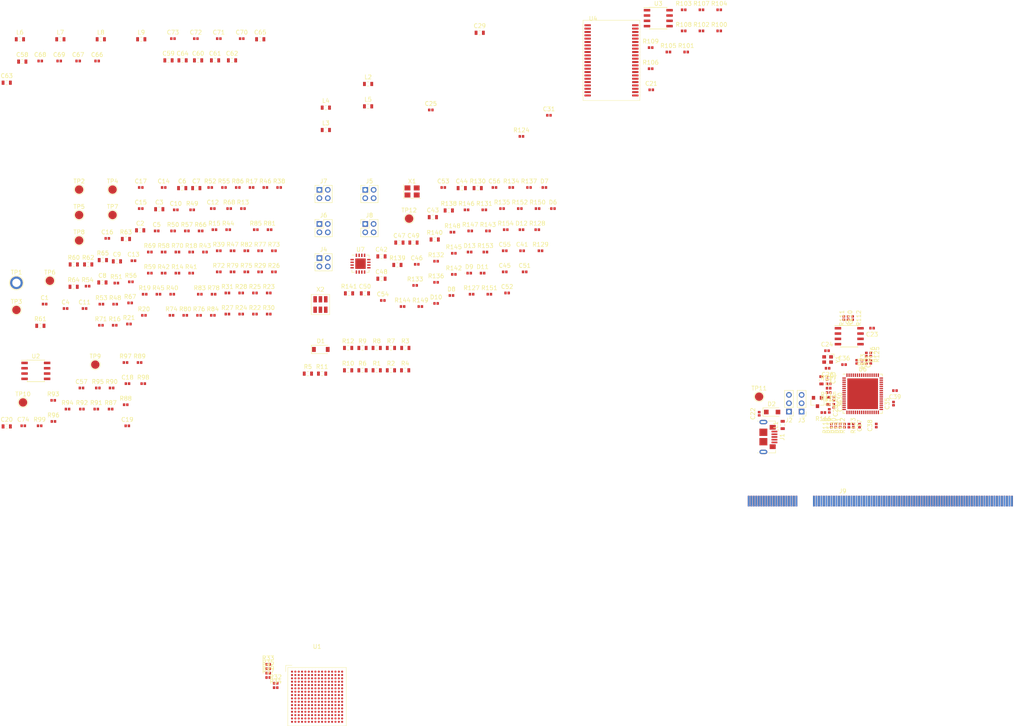
<source format=kicad_pcb>
(kicad_pcb (version 4) (host pcbnew 4.0.7-e2-6376~60~ubuntu17.10.1)
  (title_block (title "Project X") (rev Draft) (company "Devtank Ltd"))
  (layers (0 F.Cu signal) (31 B.Cu signal) (34 B.Paste user) (35 F.Paste user) (36 B.SilkS user) (37 F.SilkS user) (38 B.Mask user) (39 F.Mask user) (44 Edge.Cuts user))
  (net 0 "")
  (net 1 "Net-(C1-Pad1)")
  (net 2 GND)
  (net 3 "Net-(C2-Pad1)")
  (net 4 /iCE40_FPGA_Module/FPGA_GNDPLL1)
  (net 5 "Net-(C3-Pad1)")
  (net 6 /iCE40_FPGA_Module/FPGA_GNDPLL0)
  (net 7 /iCE40_FPGA_Module/VCCIO_0_REFIN)
  (net 8 /iCE40_FPGA_Module/VCCIO_1_REFIN)
  (net 9 /iCE40_FPGA_Module/VCCIO_2_REFIN)
  (net 10 /iCE40_FPGA_Module/VCCIO_3_REFIN)
  (net 11 /+3V3)
  (net 12 /Parallel_SRAM/FLASH_~HOLD)
  (net 13 "Net-(C22-Pad2)")
  (net 14 "Net-(C24-Pad2)")
  (net 15 "Net-(C26-Pad2)")
  (net 16 "Net-(C27-Pad1)")
  (net 17 "Net-(C28-Pad2)")
  (net 18 1V8_REG)
  (net 19 "Net-(C32-Pad1)")
  (net 20 "Net-(C34-Pad2)")
  (net 21 "Net-(C37-Pad1)")
  (net 22 "Net-(C41-Pad1)")
  (net 23 "Net-(C45-Pad2)")
  (net 24 "Net-(C46-Pad2)")
  (net 25 "Net-(C47-Pad2)")
  (net 26 "Net-(C48-Pad2)")
  (net 27 "Net-(C49-Pad2)")
  (net 28 "Net-(C50-Pad2)")
  (net 29 /XTAL1_CL2)
  (net 30 /XTAL1_CLK)
  (net 31 /+1V0)
  (net 32 /+1V8)
  (net 33 /+2V5)
  (net 34 "Net-(D3-Pad1)")
  (net 35 "Net-(D3-Pad2)")
  (net 36 "Net-(D4-Pad1)")
  (net 37 "Net-(D4-Pad2)")
  (net 38 "Net-(D5-Pad1)")
  (net 39 "Net-(D5-Pad2)")
  (net 40 /Xtal_Bias_Test/LED1)
  (net 41 "Net-(D6-Pad2)")
  (net 42 /Xtal_Bias_Test/LED2)
  (net 43 "Net-(D7-Pad2)")
  (net 44 /Xtal_Bias_Test/LED3)
  (net 45 "Net-(D8-Pad2)")
  (net 46 /Xtal_Bias_Test/LED4)
  (net 47 "Net-(D9-Pad2)")
  (net 48 /Xtal_Bias_Test/LED5)
  (net 49 "Net-(D10-Pad2)")
  (net 50 /Xtal_Bias_Test/LED6)
  (net 51 "Net-(D11-Pad2)")
  (net 52 /Xtal_Bias_Test/LED7)
  (net 53 "Net-(D12-Pad2)")
  (net 54 /Xtal_Bias_Test/LED8)
  (net 55 "Net-(D13-Pad2)")
  (net 56 "Net-(J1-Pad2)")
  (net 57 /EXT_USB_D-)
  (net 58 "Net-(J1-Pad3)")
  (net 59 /EXT_USB_D+)
  (net 60 /FT_MISO)
  (net 61 /FLASH_MOSI)
  (net 62 /EXT_SPI_MIS0)
  (net 63 /Xtal_Bias_Test/iCE_SPI_DATA1)
  (net 64 /FT_MOSI)
  (net 65 /FLASH_MISO)
  (net 66 /EXT_SPI_MOSI)
  (net 67 /Xtal_Bias_Test/iCE_SPI_DATA2)
  (net 68 /FT_SCK)
  (net 69 /FLASH_SCK)
  (net 70 /EXT_SPI_SCK)
  (net 71 /FPGA_SCK)
  (net 72 /FT_SS)
  (net 73 /FLASH_SS)
  (net 74 /EXT_SPI_SS)
  (net 75 /FPGA_SS)
  (net 76 /FPGA_MISO)
  (net 77 /FPGA_MOSI)
  (net 78 "Net-(R13-Pad1)")
  (net 79 /CDONE)
  (net 80 /CRST)
  (net 81 /RST)
  (net 82 /DP1-)
  (net 83 /DP1+)
  (net 84 /DP2-)
  (net 85 /DP2+)
  (net 86 /DP3-)
  (net 87 /DP3+)
  (net 88 /DP4-)
  (net 89 /DP4+)
  (net 90 /DP5-)
  (net 91 /DP5+)
  (net 92 /DP6-)
  (net 93 /DP6+)
  (net 94 /DP7-)
  (net 95 /DP7+)
  (net 96 /DP8-)
  (net 97 /DP8+)
  (net 98 /DP9-)
  (net 99 /DP9+)
  (net 100 /DP10-)
  (net 101 /DP10+)
  (net 102 /DP11-)
  (net 103 /DP11+)
  (net 104 /DP12-)
  (net 105 /DP12+)
  (net 106 /DPCK+)
  (net 107 /DPCK-)
  (net 108 /DP13+)
  (net 109 /DP13-)
  (net 110 "Net-(R32-Pad1)")
  (net 111 "Net-(R33-Pad1)")
  (net 112 "Net-(R34-Pad1)")
  (net 113 "Net-(R35-Pad1)")
  (net 114 "Net-(R36-Pad1)")
  (net 115 "Net-(R37-Pad1)")
  (net 116 "Net-(R38-Pad1)")
  (net 117 "Net-(R39-Pad1)")
  (net 118 "Net-(R40-Pad1)")
  (net 119 "Net-(R41-Pad1)")
  (net 120 "Net-(R42-Pad1)")
  (net 121 "Net-(R43-Pad1)")
  (net 122 "Net-(R44-Pad1)")
  (net 123 "Net-(R45-Pad1)")
  (net 124 "Net-(R46-Pad1)")
  (net 125 "Net-(R47-Pad1)")
  (net 126 "Net-(R48-Pad1)")
  (net 127 "Net-(R49-Pad1)")
  (net 128 "Net-(R50-Pad1)")
  (net 129 "Net-(R51-Pad1)")
  (net 130 "Net-(R51-Pad2)")
  (net 131 "Net-(R52-Pad1)")
  (net 132 "Net-(R53-Pad1)")
  (net 133 "Net-(R54-Pad1)")
  (net 134 "Net-(R55-Pad1)")
  (net 135 "Net-(R56-Pad1)")
  (net 136 "Net-(R57-Pad1)")
  (net 137 "Net-(R58-Pad1)")
  (net 138 "Net-(R59-Pad1)")
  (net 139 /iCE40_FPGA_Module/1V2_IN)
  (net 140 /iCE40_FPGA_Module/FPGA_VCCPLL1)
  (net 141 /iCE40_FPGA_Module/FPGA_VCCPLL0)
  (net 142 /DP14-)
  (net 143 "Net-(R66-Pad2)")
  (net 144 /DP14+)
  (net 145 "Net-(R67-Pad2)")
  (net 146 /DP15-)
  (net 147 "Net-(R68-Pad2)")
  (net 148 /DP15+)
  (net 149 "Net-(R69-Pad2)")
  (net 150 /DP16-)
  (net 151 "Net-(R70-Pad2)")
  (net 152 /DP16+)
  (net 153 "Net-(R71-Pad2)")
  (net 154 /DP17-)
  (net 155 "Net-(R72-Pad2)")
  (net 156 /DP17+)
  (net 157 "Net-(R73-Pad2)")
  (net 158 /DP18-)
  (net 159 "Net-(R74-Pad2)")
  (net 160 /DP18+)
  (net 161 "Net-(R75-Pad2)")
  (net 162 /DP19-)
  (net 163 "Net-(R76-Pad2)")
  (net 164 /DP19+)
  (net 165 "Net-(R77-Pad2)")
  (net 166 /DP20-)
  (net 167 "Net-(R78-Pad2)")
  (net 168 /DP20+)
  (net 169 "Net-(R79-Pad2)")
  (net 170 /SRAM_16bit/FLASH_MISO)
  (net 171 /SRAM_16bit/FLASH_MOSI)
  (net 172 /SRAM_16bit/FLASH_SCK)
  (net 173 "Net-(R95-Pad2)")
  (net 174 FLASH_~HOLD)
  (net 175 /SRAM_16bit/FLASH_SS)
  (net 176 FLASH_~WP)
  (net 177 /Parallel_SRAM/FLASH_~CS)
  (net 178 /Parallel_SRAM/FLASH_CLK)
  (net 179 /Parallel_SRAM/~OE)
  (net 180 /Parallel_SRAM/~BHE)
  (net 181 /Parallel_SRAM/~BLE)
  (net 182 /Parallel_SRAM/~WE)
  (net 183 /Parallel_SRAM/~CE)
  (net 184 "Net-(R110-Pad2)")
  (net 185 "Net-(R112-Pad2)")
  (net 186 "Net-(R113-Pad1)")
  (net 187 "Net-(R114-Pad1)")
  (net 188 "Net-(R115-Pad1)")
  (net 189 "Net-(R117-Pad2)")
  (net 190 "Net-(R118-Pad2)")
  (net 191 "Net-(R119-Pad2)")
  (net 192 "Net-(R120-Pad2)")
  (net 193 "Net-(R121-Pad2)")
  (net 194 "Net-(R122-Pad2)")
  (net 195 "Net-(R123-Pad2)")
  (net 196 "Net-(R124-Pad2)")
  (net 197 "Net-(R127-Pad1)")
  (net 198 /Xtal_Bias_Test/LDO_EN1)
  (net 199 "Net-(R128-Pad1)")
  (net 200 /Xtal_Bias_Test/LDO_EN2)
  (net 201 "Net-(R129-Pad1)")
  (net 202 /Xtal_Bias_Test/LDO_EN3)
  (net 203 /USB_FTDI/+5V0_USB)
  (net 204 "Net-(R143-Pad1)")
  (net 205 "Net-(R143-Pad2)")
  (net 206 /Xtal_Bias_Test/XTAL2_EN)
  (net 207 /Xtal_Bias_Test/XTAL1_EN)
  (net 208 "Net-(TP3-Pad1)")
  (net 209 "Net-(TP4-Pad1)")
  (net 210 "Net-(TP9-Pad1)")
  (net 211 "Net-(TP10-Pad1)")
  (net 212 "Net-(J1-Pad1)")
  (net 213 "Net-(J1-Pad4)")
  (net 214 1V2_EXT_IN)
  (net 215 1V8EXT_IN)
  (net 216 2V5_EXT_IN)
  (net 217 3V3_EXT_IN)
  (net 218 /Parallel_SRAM/FLASH_DO)
  (net 219 /Parallel_SRAM/FLASH_DI)
  (net 220 "Net-(U5-Pad7)")
  (net 221 "Net-(U6-Pad22)")
  (net 222 "Net-(U6-Pad26)")
  (net 223 "Net-(U6-Pad27)")
  (net 224 "Net-(U6-Pad28)")
  (net 225 "Net-(U6-Pad29)")
  (net 226 "Net-(U6-Pad30)")
  (net 227 "Net-(U6-Pad32)")
  (net 228 "Net-(U6-Pad33)")
  (net 229 "Net-(U6-Pad34)")
  (net 230 "Net-(U6-Pad36)")
  (net 231 /USB_FTDI/FTDI_UART_TXD)
  (net 232 /USB_FTDI/FTDI_UART_RXD)
  (net 233 /USB_FTDI/FTDI_UART_~RTS)
  (net 234 /USB_FTDI/FTDI_UART_~CTS)
  (net 235 "Net-(U6-Pad43)")
  (net 236 "Net-(U6-Pad44)")
  (net 237 "Net-(U6-Pad45)")
  (net 238 "Net-(U6-Pad46)")
  (net 239 /USB_FTDI/FTDI_UART_TXEN)
  (net 240 "Net-(U6-Pad52)")
  (net 241 "Net-(U6-Pad53)")
  (net 242 "Net-(U6-Pad57)")
  (net 243 "Net-(U6-Pad58)")
  (net 244 "Net-(U6-Pad59)")
  (net 245 "Net-(U6-Pad60)")
  (net 246 "Net-(J9-Pad4)")
  (net 247 "Net-(J9-Pad6)")
  (net 248 "Net-(J9-Pad9)")
  (net 249 "Net-(J9-Pad10)")
  (net 250 "Net-(J9-Pad11)")
  (net 251 "Net-(J9-Pad12)")
  (net 252 "Net-(J9-Pad15)")
  (net 253 "Net-(J9-Pad16)")
  (net 254 "Net-(J9-Pad17)")
  (net 255 "Net-(J9-Pad18)")
  (net 256 "Net-(J9-Pad21)")
  (net 257 "Net-(J9-Pad22)")
  (net 258 "Net-(J9-Pad23)")
  (net 259 "Net-(J9-Pad24)")
  (net 260 "Net-(J9-Pad27)")
  (net 261 "Net-(J9-Pad28)")
  (net 262 "Net-(J9-Pad29)")
  (net 263 "Net-(J9-Pad30)")
  (net 264 "Net-(J9-Pad33)")
  (net 265 "Net-(J9-Pad34)")
  (net 266 "Net-(J9-Pad35)")
  (net 267 "Net-(J9-Pad36)")
  (net 268 "Net-(J9-Pad39)")
  (net 269 "Net-(J9-Pad40)")
  (net 270 "Net-(J9-Pad41)")
  (net 271 "Net-(J9-Pad42)")
  (net 272 "Net-(J9-Pad45)")
  (net 273 "Net-(J9-Pad46)")
  (net 274 "Net-(J9-Pad47)")
  (net 275 "Net-(J9-Pad48)")
  (net 276 "Net-(J9-Pad51)")
  (net 277 "Net-(J9-Pad52)")
  (net 278 "Net-(J9-Pad53)")
  (net 279 "Net-(J9-Pad54)")
  (net 280 "Net-(J9-Pad57)")
  (net 281 "Net-(J9-Pad58)")
  (net 282 "Net-(J9-Pad59)")
  (net 283 "Net-(J9-Pad60)")
  (net 284 "Net-(J9-Pad63)")
  (net 285 "Net-(J9-Pad64)")
  (net 286 "Net-(J9-Pad65)")
  (net 287 "Net-(J9-Pad66)")
  (net 288 "Net-(J9-Pad69)")
  (net 289 "Net-(J9-Pad70)")
  (net 290 "Net-(J9-Pad71)")
  (net 291 "Net-(J9-Pad72)")
  (net 292 "Net-(J9-Pad75)")
  (net 293 "Net-(J9-Pad76)")
  (net 294 "Net-(J9-Pad77)")
  (net 295 "Net-(J9-Pad78)")
  (net 296 "Net-(J9-Pad81)")
  (net 297 "Net-(J9-Pad82)")
  (net 298 "Net-(J9-Pad83)")
  (net 299 "Net-(J9-Pad84)")
  (net 300 "Net-(J9-Pad87)")
  (net 301 "Net-(J9-Pad88)")
  (net 302 "Net-(J9-Pad89)")
  (net 303 "Net-(J9-Pad90)")
  (net 304 "Net-(J9-Pad93)")
  (net 305 "Net-(J9-Pad94)")
  (net 306 "Net-(J9-Pad95)")
  (net 307 "Net-(J9-Pad96)")
  (net 308 "Net-(J9-Pad99)")
  (net 309 "Net-(J9-Pad100)")
  (net 310 "Net-(J9-Pad101)")
  (net 311 "Net-(J9-Pad102)")
  (net 312 "Net-(J9-Pad105)")
  (net 313 "Net-(J9-Pad106)")
  (net 314 "Net-(J9-Pad107)")
  (net 315 "Net-(J9-Pad108)")
  (net 316 "Net-(J9-Pad111)")
  (net 317 "Net-(J9-Pad112)")
  (net 318 "Net-(J9-Pad113)")
  (net 319 "Net-(J9-Pad114)")
  (net 320 "Net-(J9-Pad117)")
  (net 321 "Net-(J9-Pad118)")
  (net 322 "Net-(J9-Pad119)")
  (net 323 "Net-(J9-Pad120)")
  (net 324 "Net-(J9-Pad123)")
  (net 325 "Net-(J9-Pad124)")
  (net 326 "Net-(J9-Pad125)")
  (net 327 "Net-(J9-Pad126)")
  (net 328 "Net-(J9-Pad129)")
  (net 329 "Net-(J9-Pad130)")
  (net 330 "Net-(J9-Pad131)")
  (net 331 "Net-(J9-Pad132)")
  (net 332 "Net-(J9-Pad135)")
  (net 333 "Net-(J9-Pad136)")
  (net 334 "Net-(J9-Pad137)")
  (net 335 "Net-(J9-Pad138)")
  (net 336 "Net-(J9-Pad141)")
  (net 337 "Net-(J9-Pad142)")
  (net 338 "Net-(J9-Pad143)")
  (net 339 "Net-(J9-Pad144)")
  (net 340 "Net-(J9-Pad147)")
  (net 341 "Net-(J9-Pad148)")
  (net 342 "Net-(J9-Pad149)")
  (net 343 "Net-(J9-Pad150)")
  (net 344 "Net-(J9-Pad153)")
  (net 345 "Net-(J9-Pad154)")
  (net 346 "Net-(J9-Pad155)")
  (net 347 "Net-(J9-Pad156)")
  (net 348 "Net-(J9-Pad159)")
  (net 349 "Net-(J9-Pad160)")
  (net 350 "Net-(J9-Pad161)")
  (net 351 "Net-(J9-Pad162)")
  (net 352 "Net-(J9-Pad165)")
  (net 353 "Net-(J9-Pad166)")
  (net 354 "Net-(J9-Pad167)")
  (net 355 "Net-(J9-Pad168)")
  (net 356 "Net-(J9-Pad172)")
  (net 357 "Net-(J9-Pad174)")
  (net 358 1V8_EXT_IN)
  (net 359 "Net-(X2-Pad5)")
  (net 360 "Net-(X2-Pad2)")
  (net 361 "Net-(U1-PadA1)")
  (net 362 "Net-(U1-PadA2)")
  (net 363 "Net-(U1-PadA5)")
  (net 364 "Net-(U1-PadA6)")
  (net 365 "Net-(U1-PadA7)")
  (net 366 "Net-(U1-PadA9)")
  (net 367 "Net-(U1-PadA10)")
  (net 368 "Net-(U1-PadA11)")
  (net 369 "Net-(U1-PadA15)")
  (net 370 "Net-(U1-PadA16)")
  (net 371 "Net-(U1-PadB3)")
  (net 372 "Net-(U1-PadB4)")
  (net 373 "Net-(U1-PadB5)")
  (net 374 "Net-(U1-PadB6)")
  (net 375 "Net-(U1-PadB7)")
  (net 376 "Net-(U1-PadB8)")
  (net 377 "Net-(U1-PadC3)")
  (net 378 "Net-(U1-PadD3)")
  (net 379 "Net-(U1-PadC4)")
  (net 380 "Net-(U1-PadD4)")
  (net 381 "Net-(U1-PadC5)")
  (net 382 "Net-(U1-PadC6)")
  (net 383 "Net-(U1-PadC7)")
  (net 384 "Net-(U1-PadC8)")
  (net 385 "Net-(U1-PadD5)")
  (net 386 "Net-(U1-PadD6)")
  (net 387 "Net-(U1-PadD7)")
  (net 388 "Net-(U1-PadD8)")
  (net 389 "Net-(U1-PadE5)")
  (net 390 "Net-(U1-PadE6)")
  (net 391 "Net-(U1-PadC9)")
  (net 392 "Net-(U1-PadD9)")
  (net 393 "Net-(U1-PadE9)")
  (net 394 "Net-(U1-PadF9)")
  (net 395 "Net-(U1-PadE10)")
  (net 396 "Net-(U1-PadD10)")
  (net 397 "Net-(U1-PadC10)")
  (net 398 "Net-(U1-PadB10)")
  (net 399 "Net-(U1-PadB11)")
  (net 400 "Net-(U1-PadC11)")
  (net 401 "Net-(U1-PadD11)")
  (net 402 "Net-(U1-PadE11)")
  (net 403 "Net-(U1-PadF11)")
  (net 404 "Net-(U1-PadF12)")
  (net 405 "Net-(U1-PadD12)")
  (net 406 "Net-(U1-PadC12)")
  (net 407 "Net-(U1-PadB12)")
  (net 408 "Net-(U1-PadB13)")
  (net 409 "Net-(U1-PadC13)")
  (net 410 "Net-(U1-PadD13)")
  (net 411 "Net-(U1-PadE13)")
  (net 412 "Net-(U1-PadF13)")
  (net 413 "Net-(U1-PadF14)")
  (net 414 "Net-(U1-PadE14)")
  (net 415 "Net-(U1-PadD14)")
  (net 416 "Net-(U1-PadC14)")
  (net 417 "Net-(U1-PadB14)")
  (net 418 "Net-(U1-PadB15)")
  (net 419 "Net-(U1-PadD15)")
  (net 420 "Net-(U1-PadF15)")
  (net 421 "Net-(U1-PadF16)")
  (net 422 "Net-(U1-PadE16)")
  (net 423 "Net-(U1-PadD16)")
  (net 424 "Net-(U1-PadC16)")
  (net 425 "Net-(U1-PadB16)")
  (net 426 "Net-(U1-PadJ10)")
  (net 427 "Net-(U1-PadJ11)")
  (net 428 "Net-(U1-PadJ12)")
  (net 429 "Net-(U1-PadJ13)")
  (net 430 "Net-(U1-PadJ14)")
  (net 431 "Net-(U1-PadJ15)")
  (net 432 "Net-(U1-PadJ16)")
  (net 433 "Net-(U1-PadK16)")
  (net 434 "Net-(U1-PadK15)")
  (net 435 "Net-(U1-PadK14)")
  (net 436 "Net-(U1-PadK13)")
  (net 437 "Net-(U1-PadK12)")
  (net 438 "Net-(U1-PadK11)")
  (net 439 "Net-(U1-PadK9)")
  (net 440 "Net-(U1-PadL5)")
  (net 441 "Net-(U1-PadL9)")
  (net 442 "Net-(U1-PadL10)")
  (net 443 "Net-(U1-PadL11)")
  (net 444 "Net-(U1-PadL12)")
  (net 445 "Net-(U1-PadL13)")
  (net 446 "Net-(U1-PadL14)")
  (net 447 "Net-(U1-PadL16)")
  (net 448 "Net-(U1-PadM4)")
  (net 449 "Net-(U1-PadM5)")
  (net 450 "Net-(U1-PadM7)")
  (net 451 "Net-(U1-PadM8)")
  (net 452 "Net-(U1-PadM9)")
  (net 453 "Net-(U1-PadM11)")
  (net 454 "Net-(U1-PadM12)")
  (net 455 "Net-(U1-PadM13)")
  (net 456 "Net-(U1-PadM14)")
  (net 457 "Net-(U1-PadM15)")
  (net 458 "Net-(U1-PadM16)")
  (net 459 "Net-(U1-PadN3)")
  (net 460 "Net-(U1-PadN4)")
  (net 461 "Net-(U1-PadN5)")
  (net 462 "Net-(U1-PadN6)")
  (net 463 "Net-(U1-PadN7)")
  (net 464 "Net-(U1-PadN9)")
  (net 465 "Net-(U1-PadN10)")
  (net 466 "Net-(U1-PadN12)")
  (net 467 "Net-(U1-PadN14)")
  (net 468 "Net-(U1-PadN16)")
  (net 469 "Net-(U1-PadP1)")
  (net 470 "Net-(U1-PadP2)")
  (net 471 "Net-(U1-PadP4)")
  (net 472 "Net-(U1-PadP5)")
  (net 473 "Net-(U1-PadP6)")
  (net 474 "Net-(U1-PadP7)")
  (net 475 "Net-(U1-PadP8)")
  (net 476 "Net-(U1-PadP9)")
  (net 477 "Net-(U1-PadP10)")
  (net 478 "Net-(U1-PadP13)")
  (net 479 "Net-(U1-PadP14)")
  (net 480 "Net-(U1-PadP15)")
  (net 481 "Net-(U1-PadP16)")
  (net 482 /Parallel_SRAM/ADD_4)
  (net 483 /Parallel_SRAM/ADD_3)
  (net 484 /Parallel_SRAM/ADD_2)
  (net 485 /Parallel_SRAM/ADD_1)
  (net 486 /Parallel_SRAM/DATA_0)
  (net 487 /Parallel_SRAM/ADD_0)
  (net 488 /Parallel_SRAM/DATA_1)
  (net 489 /Parallel_SRAM/DATA_4)
  (net 490 /Parallel_SRAM/DATA_5)
  (net 491 /Parallel_SRAM/DATA_7)
  (net 492 /Parallel_SRAM/DATA_3)
  (net 493 /Parallel_SRAM/DATA_2)
  (net 494 /Parallel_SRAM/DATA_6)
  (net 495 /Parallel_SRAM/ADD_15)
  (net 496 /Parallel_SRAM/ADD_14)
  (net 497 /Parallel_SRAM/ADD_13)
  (net 498 /Parallel_SRAM/ADD_12)
  (net 499 "Net-(U4-Pad22)")
  (net 500 /Parallel_SRAM/DATA_8)
  (net 501 /Parallel_SRAM/DATA_9)
  (net 502 /Parallel_SRAM/DATA_10)
  (net 503 /Parallel_SRAM/DATA_11)
  (net 504 /Parallel_SRAM/ADD_5)
  (net 505 /Parallel_SRAM/ADD_7)
  (net 506 /Parallel_SRAM/ADD_6)
  (net 507 /Parallel_SRAM/DATA_14)
  (net 508 /Parallel_SRAM/DATA_13)
  (net 509 /Parallel_SRAM/DATA_15)
  (net 510 /Parallel_SRAM/DATA_12)
  (net 511 /Parallel_SRAM/ADD_10)
  (net 512 "Net-(U4-Pad28)")
  (net 513 /Parallel_SRAM/ADD_8)
  (net 514 /Parallel_SRAM/ADD_11)
  (net 515 /Parallel_SRAM/ADD_9)
  (net 516 "Net-(U4-Pad23)")
  (net 517 "Net-(U1-PadR1)")
  (net 518 "Net-(U1-PadR2)")
  (net 519 "Net-(U1-PadR3)")
  (net 520 "Net-(U1-PadR4)")
  (net 521 "Net-(U1-PadR5)")
  (net 522 "Net-(U1-PadR6)")
  (net 523 "Net-(U1-PadR9)")
  (net 524 "Net-(U1-PadR10)")
  (net 525 "Net-(U1-PadR14)")
  (net 526 "Net-(U1-PadR15)")
  (net 527 "Net-(U1-PadR16)")
  (net 528 "Net-(U1-PadT1)")
  (net 529 "Net-(U1-PadT2)")
  (net 530 "Net-(U1-PadT3)")
  (net 531 "Net-(U1-PadT5)")
  (net 532 "Net-(U1-PadT6)")
  (net 533 "Net-(U1-PadT7)")
  (net 534 "Net-(U1-PadT8)")
  (net 535 "Net-(U1-PadT9)")
  (net 536 "Net-(U1-PadT10)")
  (net 537 "Net-(U1-PadT11)")
  (net 538 "Net-(U1-PadT13)")
  (net 539 "Net-(U1-PadT14)")
  (net 540 "Net-(U1-PadT15)")
  (net 541 "Net-(U1-PadT16)")
  (net 542 "Net-(U1-PadG10)")
  (net 543 "Net-(U1-PadG11)")
  (net 544 "Net-(U1-PadH12)")
  (net 545 "Net-(U1-PadG12)")
  (net 546 "Net-(U1-PadG13)")
  (net 547 "Net-(U1-PadH13)")
  (net 548 "Net-(U1-PadH14)")
  (net 549 "Net-(U1-PadG14)")
  (net 550 "Net-(U1-PadG15)")
  (net 551 "Net-(U1-PadG16)")
  (net 552 "Net-(R111-Pad1)")
  (module Capacitor_SMD:C_0402_1005Metric (layer F.Cu) (at 13.582619 71.54)
    (fp_text reference C1 (at 0 -1.5) (layer F.SilkS))
    (fp_text value 0.01uF)
    (pad 1 smd rect (at -0.3875 0) (size 0.575 0.65) (layers F.Cu F.Paste F.Mask) (net 1 "Net-(C1-Pad1)"))
    (pad 2 smd rect (at 0.3875 0) (size 0.575 0.65) (layers F.Cu F.Paste F.Mask) (net 2 GND))
  )
  (module Capacitor_SMD:C_0603_1608Metric (layer F.Cu) (at 36.450001 53.88)
    (fp_text reference C2 (at 0 -1.65) (layer F.SilkS))
    (fp_text value 1uF)
    (pad 1 smd rect (at -0.875 0) (size 0.67 1) (layers F.Cu F.Paste F.Mask) (net 3 "Net-(C2-Pad1)"))
    (pad 2 smd rect (at 0.875 0) (size 0.67 1) (layers F.Cu F.Paste F.Mask) (net 4 /iCE40_FPGA_Module/FPGA_GNDPLL1))
  )
  (module Capacitor_SMD:C_0603_1608Metric (layer F.Cu) (at 41.020001 48.83)
    (fp_text reference C3 (at 0 -1.65) (layer F.SilkS))
    (fp_text value 1uF)
    (pad 1 smd rect (at -0.875 0) (size 0.67 1) (layers F.Cu F.Paste F.Mask) (net 5 "Net-(C3-Pad1)"))
    (pad 2 smd rect (at 0.875 0) (size 0.67 1) (layers F.Cu F.Paste F.Mask) (net 6 /iCE40_FPGA_Module/FPGA_GNDPLL0))
  )
  (module Capacitor_SMD:C_0402_1005Metric (layer F.Cu) (at 18.596428 72.6)
    (fp_text reference C4 (at 0 -1.5) (layer F.SilkS))
    (fp_text value 0.1uF)
    (pad 1 smd rect (at -0.3875 0) (size 0.575 0.65) (layers F.Cu F.Paste F.Mask) (net 3 "Net-(C2-Pad1)"))
    (pad 2 smd rect (at 0.3875 0) (size 0.575 0.65) (layers F.Cu F.Paste F.Mask) (net 4 /iCE40_FPGA_Module/FPGA_GNDPLL1))
  )
  (module Capacitor_SMD:C_0402_1005Metric (layer F.Cu) (at 40.406428 54.03)
    (fp_text reference C5 (at 0 -1.5) (layer F.SilkS))
    (fp_text value 0.1uF)
    (pad 1 smd rect (at -0.3875 0) (size 0.575 0.65) (layers F.Cu F.Paste F.Mask) (net 5 "Net-(C3-Pad1)"))
    (pad 2 smd rect (at 0.3875 0) (size 0.575 0.65) (layers F.Cu F.Paste F.Mask) (net 6 /iCE40_FPGA_Module/FPGA_GNDPLL0))
  )
  (module Capacitor_SMD:C_0603_1608Metric (layer F.Cu) (at 46.510001 43.78)
    (fp_text reference C6 (at 0 -1.65) (layer F.SilkS))
    (fp_text value 1uF)
    (pad 1 smd rect (at -0.875 0) (size 0.67 1) (layers F.Cu F.Paste F.Mask) (net 7 /iCE40_FPGA_Module/VCCIO_0_REFIN))
    (pad 2 smd rect (at 0.875 0) (size 0.67 1) (layers F.Cu F.Paste F.Mask) (net 2 GND))
  )
  (module Capacitor_SMD:C_0603_1608Metric (layer F.Cu) (at 49.880001 43.78)
    (fp_text reference C7 (at 0 -1.65) (layer F.SilkS))
    (fp_text value 1uF)
    (pad 1 smd rect (at -0.875 0) (size 0.67 1) (layers F.Cu F.Paste F.Mask) (net 8 /iCE40_FPGA_Module/VCCIO_1_REFIN))
    (pad 2 smd rect (at 0.875 0) (size 0.67 1) (layers F.Cu F.Paste F.Mask) (net 2 GND))
  )
  (module Capacitor_SMD:C_0603_1608Metric (layer F.Cu) (at 27.410001 66.36)
    (fp_text reference C8 (at 0 -1.65) (layer F.SilkS))
    (fp_text value 1uF)
    (pad 1 smd rect (at -0.875 0) (size 0.67 1) (layers F.Cu F.Paste F.Mask) (net 9 /iCE40_FPGA_Module/VCCIO_2_REFIN))
    (pad 2 smd rect (at 0.875 0) (size 0.67 1) (layers F.Cu F.Paste F.Mask) (net 2 GND))
  )
  (module Capacitor_SMD:C_0603_1608Metric (layer F.Cu) (at 30.890001 61.31)
    (fp_text reference C9 (at 0 -1.65) (layer F.SilkS))
    (fp_text value 1uF)
    (pad 1 smd rect (at -0.875 0) (size 0.67 1) (layers F.Cu F.Paste F.Mask) (net 10 /iCE40_FPGA_Module/VCCIO_3_REFIN))
    (pad 2 smd rect (at 0.875 0) (size 0.67 1) (layers F.Cu F.Paste F.Mask) (net 2 GND))
  )
  (module Capacitor_SMD:C_0402_1005Metric (layer F.Cu) (at 44.976428 48.98)
    (fp_text reference C10 (at 0 -1.5) (layer F.SilkS))
    (fp_text value 0.1uF)
    (pad 1 smd rect (at -0.3875 0) (size 0.575 0.65) (layers F.Cu F.Paste F.Mask) (net 7 /iCE40_FPGA_Module/VCCIO_0_REFIN))
    (pad 2 smd rect (at 0.3875 0) (size 0.575 0.65) (layers F.Cu F.Paste F.Mask) (net 2 GND))
  )
  (module Capacitor_SMD:C_0402_1005Metric (layer F.Cu) (at 23.136428 72.6)
    (fp_text reference C11 (at 0 -1.5) (layer F.SilkS))
    (fp_text value 0.1uF)
    (pad 1 smd rect (at -0.3875 0) (size 0.575 0.65) (layers F.Cu F.Paste F.Mask) (net 8 /iCE40_FPGA_Module/VCCIO_1_REFIN))
    (pad 2 smd rect (at 0.3875 0) (size 0.575 0.65) (layers F.Cu F.Paste F.Mask) (net 2 GND))
  )
  (module Capacitor_SMD:C_0402_1005Metric (layer F.Cu) (at 53.836428 48.68)
    (fp_text reference C12 (at 0 -1.5) (layer F.SilkS))
    (fp_text value 0.1uF)
    (pad 1 smd rect (at -0.3875 0) (size 0.575 0.65) (layers F.Cu F.Paste F.Mask) (net 9 /iCE40_FPGA_Module/VCCIO_2_REFIN))
    (pad 2 smd rect (at 0.3875 0) (size 0.575 0.65) (layers F.Cu F.Paste F.Mask) (net 2 GND))
  )
  (module Capacitor_SMD:C_0402_1005Metric (layer F.Cu) (at 34.846428 61.16)
    (fp_text reference C13 (at 0 -1.5) (layer F.SilkS))
    (fp_text value 0.1uF)
    (pad 1 smd rect (at -0.3875 0) (size 0.575 0.65) (layers F.Cu F.Paste F.Mask) (net 10 /iCE40_FPGA_Module/VCCIO_3_REFIN))
    (pad 2 smd rect (at 0.3875 0) (size 0.575 0.65) (layers F.Cu F.Paste F.Mask) (net 2 GND))
  )
  (module Capacitor_SMD:C_0402_1005Metric (layer F.Cu) (at 42.082619 43.63)
    (fp_text reference C14 (at 0 -1.5) (layer F.SilkS))
    (fp_text value 0.01uF)
    (pad 1 smd rect (at -0.3875 0) (size 0.575 0.65) (layers F.Cu F.Paste F.Mask) (net 7 /iCE40_FPGA_Module/VCCIO_0_REFIN))
    (pad 2 smd rect (at 0.3875 0) (size 0.575 0.65) (layers F.Cu F.Paste F.Mask) (net 2 GND))
  )
  (module Capacitor_SMD:C_0402_1005Metric (layer F.Cu) (at 36.592619 48.68)
    (fp_text reference C15 (at 0 -1.5) (layer F.SilkS))
    (fp_text value 0.01uF)
    (pad 1 smd rect (at -0.3875 0) (size 0.575 0.65) (layers F.Cu F.Paste F.Mask) (net 8 /iCE40_FPGA_Module/VCCIO_1_REFIN))
    (pad 2 smd rect (at 0.3875 0) (size 0.575 0.65) (layers F.Cu F.Paste F.Mask) (net 2 GND))
  )
  (module Capacitor_SMD:C_0402_1005Metric (layer F.Cu) (at 28.582619 55.81)
    (fp_text reference C16 (at 0 -1.5) (layer F.SilkS))
    (fp_text value 0.01uF)
    (pad 1 smd rect (at -0.3875 0) (size 0.575 0.65) (layers F.Cu F.Paste F.Mask) (net 9 /iCE40_FPGA_Module/VCCIO_2_REFIN))
    (pad 2 smd rect (at 0.3875 0) (size 0.575 0.65) (layers F.Cu F.Paste F.Mask) (net 2 GND))
  )
  (module Capacitor_SMD:C_0402_1005Metric (layer F.Cu) (at 36.592619 43.63)
    (fp_text reference C17 (at 0 -1.5) (layer F.SilkS))
    (fp_text value 0.01uF)
    (pad 1 smd rect (at -0.3875 0) (size 0.575 0.65) (layers F.Cu F.Paste F.Mask) (net 10 /iCE40_FPGA_Module/VCCIO_3_REFIN))
    (pad 2 smd rect (at 0.3875 0) (size 0.575 0.65) (layers F.Cu F.Paste F.Mask) (net 2 GND))
  )
  (module Capacitor_SMD:C_0402_1005Metric (layer F.Cu) (at 33.413571 90.58)
    (fp_text reference C18 (at 0 -1.5) (layer F.SilkS))
    (fp_text value 0.1uf)
    (pad 1 smd rect (at -0.3875 0) (size 0.575 0.65) (layers F.Cu F.Paste F.Mask) (net 11 /+3V3))
    (pad 2 smd rect (at 0.3875 0) (size 0.575 0.65) (layers F.Cu F.Paste F.Mask) (net 2 GND))
  )
  (module Capacitor_SMD:C_0402_1005Metric (layer F.Cu) (at 33.366428 100.68)
    (fp_text reference C19 (at 0 -1.5) (layer F.SilkS))
    (fp_text value 0.1uF)
    (pad 1 smd rect (at -0.3875 0) (size 0.575 0.65) (layers F.Cu F.Paste F.Mask) (net 11 /+3V3))
    (pad 2 smd rect (at 0.3875 0) (size 0.575 0.65) (layers F.Cu F.Paste F.Mask) (net 2 GND))
  )
  (module Capacitor_SMD:C_0603_1608Metric (layer F.Cu) (at 4.510001 100.82)
    (fp_text reference C20 (at 0 -1.65) (layer F.SilkS))
    (fp_text value 1uF)
    (pad 1 smd rect (at -0.875 0) (size 0.67 1) (layers F.Cu F.Paste F.Mask) (net 11 /+3V3))
    (pad 2 smd rect (at 0.875 0) (size 0.67 1) (layers F.Cu F.Paste F.Mask) (net 2 GND))
  )
  (module Capacitor_SMD:C_0402_1005Metric (layer F.Cu) (at 158.786428 20.25)
    (fp_text reference C21 (at 0 -1.5) (layer F.SilkS))
    (fp_text value 0.1uF)
    (pad 1 smd rect (at -0.3875 0) (size 0.575 0.65) (layers F.Cu F.Paste F.Mask) (net 12 /Parallel_SRAM/FLASH_~HOLD))
    (pad 2 smd rect (at 0.3875 0) (size 0.575 0.65) (layers F.Cu F.Paste F.Mask) (net 2 GND))
  )
  (module Capacitor_SMD:C_0402_1005Metric (layer F.Cu) (at 184.625 97.7875 90)
    (fp_text reference C22 (at 0 -1.5 90) (layer F.SilkS))
    (fp_text value 0.1uF)
    (pad 1 smd rect (at -0.3875 0 90) (size 0.575 0.65) (layers F.Cu F.Paste F.Mask) (net 2 GND))
    (pad 2 smd rect (at 0.3875 0 90) (size 0.575 0.65) (layers F.Cu F.Paste F.Mask) (net 13 "Net-(C22-Pad2)"))
  )
  (module Capacitor_SMD:C_0402_1005Metric (layer F.Cu) (at 211.6375 77.3 180)
    (fp_text reference C23 (at 0 -1.5 180) (layer F.SilkS))
    (fp_text value 0.1uF)
    (pad 1 smd rect (at -0.3875 0 180) (size 0.575 0.65) (layers F.Cu F.Paste F.Mask) (net 2 GND))
    (pad 2 smd rect (at 0.3875 0 180) (size 0.575 0.65) (layers F.Cu F.Paste F.Mask) (net 11 /+3V3))
  )
  (module Capacitor_SMD:C_0402_1005Metric (layer F.Cu) (at 106.026428 25.07)
    (fp_text reference C25 (at 0 -1.5) (layer F.SilkS))
    (fp_text value 0.1uF)
    (pad 1 smd rect (at -0.3875 0) (size 0.575 0.65) (layers F.Cu F.Paste F.Mask) (net 2 GND))
    (pad 2 smd rect (at 0.3875 0) (size 0.575 0.65) (layers F.Cu F.Paste F.Mask) (net 11 /+3V3))
  )
  (module Capacitor_SMD:C_0402_1005Metric (layer F.Cu) (at 201 86.9 180)
    (fp_text reference C26 (at 0 -1.5 180) (layer F.SilkS))
    (fp_text value 10pF)
    (pad 1 smd rect (at -0.3875 0 180) (size 0.575 0.65) (layers F.Cu F.Paste F.Mask) (net 2 GND))
    (pad 2 smd rect (at 0.3875 0 180) (size 0.575 0.65) (layers F.Cu F.Paste F.Mask) (net 15 "Net-(C26-Pad2)"))
  )
  (module Capacitor_SMD:C_0603_1608Metric (layer F.Cu) (at 201.175 94.725 270)
    (fp_text reference C27 (at 0 -1.65 270) (layer F.SilkS))
    (fp_text value 4.7uf)
    (pad 1 smd rect (at -0.875 0 270) (size 0.67 1) (layers F.Cu F.Paste F.Mask) (net 16 "Net-(C27-Pad1)"))
    (pad 2 smd rect (at 0.875 0 270) (size 0.67 1) (layers F.Cu F.Paste F.Mask) (net 2 GND))
  )
  (module Capacitor_SMD:C_0402_1005Metric (layer F.Cu) (at 201.4 97.0875 270)
    (fp_text reference C28 (at 0 -1.5 270) (layer F.SilkS))
    (fp_text value 0.1uF)
    (pad 1 smd rect (at -0.3875 0 270) (size 0.575 0.65) (layers F.Cu F.Paste F.Mask) (net 2 GND))
    (pad 2 smd rect (at 0.3875 0 270) (size 0.575 0.65) (layers F.Cu F.Paste F.Mask) (net 17 "Net-(C28-Pad2)"))
  )
  (module Capacitor_SMD:C_0603_1608Metric (layer F.Cu) (at 117.726428 6.6)
    (fp_text reference C29 (at 0 -1.65) (layer F.SilkS))
    (fp_text value 3.3uF)
    (pad 1 smd rect (at -0.875 0) (size 0.67 1) (layers F.Cu F.Paste F.Mask) (net 2 GND))
    (pad 2 smd rect (at 0.875 0) (size 0.67 1) (layers F.Cu F.Paste F.Mask) (net 18 1V8_REG))
  )
  (module Capacitor_SMD:C_0402_1005Metric (layer F.Cu) (at 202.475 94.1375 270)
    (fp_text reference C30 (at 0 -1.5 270) (layer F.SilkS))
    (fp_text value 0.1uF)
    (pad 1 smd rect (at -0.3875 0 270) (size 0.575 0.65) (layers F.Cu F.Paste F.Mask) (net 16 "Net-(C27-Pad1)"))
    (pad 2 smd rect (at 0.3875 0 270) (size 0.575 0.65) (layers F.Cu F.Paste F.Mask) (net 2 GND))
  )
  (module Capacitor_SMD:C_0402_1005Metric (layer F.Cu) (at 134.296428 26.35)
    (fp_text reference C31 (at 0 -1.5) (layer F.SilkS))
    (fp_text value 0.1uF)
    (pad 1 smd rect (at -0.3875 0) (size 0.575 0.65) (layers F.Cu F.Paste F.Mask) (net 2 GND))
    (pad 2 smd rect (at 0.3875 0) (size 0.575 0.65) (layers F.Cu F.Paste F.Mask) (net 18 1V8_REG))
  )
  (module Capacitor_SMD:C_0603_1608Metric (layer F.Cu) (at 199.525 89.775 270)
    (fp_text reference C32 (at 0 -1.65 270) (layer F.SilkS))
    (fp_text value 4.7uF)
    (pad 1 smd rect (at -0.875 0 270) (size 0.67 1) (layers F.Cu F.Paste F.Mask) (net 19 "Net-(C32-Pad1)"))
    (pad 2 smd rect (at 0.875 0 270) (size 0.67 1) (layers F.Cu F.Paste F.Mask) (net 2 GND))
  )
  (module Capacitor_SMD:C_0402_1005Metric (layer F.Cu) (at 200.85 89.2125 270)
    (fp_text reference C33 (at 0 -1.5 270) (layer F.SilkS))
    (fp_text value 0.1uF)
    (pad 1 smd rect (at -0.3875 0 270) (size 0.575 0.65) (layers F.Cu F.Paste F.Mask) (net 19 "Net-(C32-Pad1)"))
    (pad 2 smd rect (at 0.3875 0 270) (size 0.575 0.65) (layers F.Cu F.Paste F.Mask) (net 2 GND))
  )
  (module Capacitor_SMD:C_0402_1005Metric (layer F.Cu) (at 202.475 95.8875 270)
    (fp_text reference C34 (at 0 -1.5 270) (layer F.SilkS))
    (fp_text value 0.1uF)
    (pad 1 smd rect (at -0.3875 0 270) (size 0.575 0.65) (layers F.Cu F.Paste F.Mask) (net 2 GND))
    (pad 2 smd rect (at 0.3875 0 270) (size 0.575 0.65) (layers F.Cu F.Paste F.Mask) (net 20 "Net-(C34-Pad2)"))
  )
  (module Capacitor_SMD:C_0402_1005Metric (layer F.Cu) (at 216.775 95.3625 90)
    (fp_text reference C35 (at 0 -1.5 90) (layer F.SilkS))
    (fp_text value 0.1uF)
    (pad 1 smd rect (at -0.3875 0 90) (size 0.575 0.65) (layers F.Cu F.Paste F.Mask) (net 2 GND))
    (pad 2 smd rect (at 0.3875 0 90) (size 0.575 0.65) (layers F.Cu F.Paste F.Mask) (net 20 "Net-(C34-Pad2)"))
  )
  (module Capacitor_SMD:C_0402_1005Metric (layer F.Cu) (at 204.9375 86.025)
    (fp_text reference C36 (at 0 -1.5) (layer F.SilkS))
    (fp_text value 0.1uF)
    (pad 1 smd rect (at -0.3875 0) (size 0.575 0.65) (layers F.Cu F.Paste F.Mask) (net 2 GND))
    (pad 2 smd rect (at 0.3875 0) (size 0.575 0.65) (layers F.Cu F.Paste F.Mask) (net 20 "Net-(C34-Pad2)"))
  )
  (module Capacitor_SMD:C_0402_1005Metric (layer F.Cu) (at 207.15 100.6375 270)
    (fp_text reference C37 (at 0 -1.5 270) (layer F.SilkS))
    (fp_text value 0.1uF)
    (pad 1 smd rect (at -0.3875 0 270) (size 0.575 0.65) (layers F.Cu F.Paste F.Mask) (net 21 "Net-(C37-Pad1)"))
    (pad 2 smd rect (at 0.3875 0 270) (size 0.575 0.65) (layers F.Cu F.Paste F.Mask) (net 2 GND))
  )
  (module Capacitor_SMD:C_0402_1005Metric (layer F.Cu) (at 212.65 100.6125 90)
    (fp_text reference C38 (at 0 -1.5 90) (layer F.SilkS))
    (fp_text value 0.1uF)
    (pad 1 smd rect (at -0.3875 0 90) (size 0.575 0.65) (layers F.Cu F.Paste F.Mask) (net 2 GND))
    (pad 2 smd rect (at 0.3875 0 90) (size 0.575 0.65) (layers F.Cu F.Paste F.Mask) (net 21 "Net-(C37-Pad1)"))
  )
  (module Capacitor_SMD:C_0402_1005Metric (layer F.Cu) (at 217.125 92.25 180)
    (fp_text reference C39 (at 0 -1.5 180) (layer F.SilkS))
    (fp_text value 0.1uF)
    (pad 1 smd rect (at -0.3875 0 180) (size 0.575 0.65) (layers F.Cu F.Paste F.Mask) (net 2 GND))
    (pad 2 smd rect (at 0.3875 0 180) (size 0.575 0.65) (layers F.Cu F.Paste F.Mask) (net 21 "Net-(C37-Pad1)"))
  )
  (module Capacitor_SMD:C_0402_1005Metric (layer F.Cu) (at 209.225 85.3625 270)
    (fp_text reference C40 (at 0 -1.5 270) (layer F.SilkS))
    (fp_text value 0.1uF)
    (pad 1 smd rect (at -0.3875 0 270) (size 0.575 0.65) (layers F.Cu F.Paste F.Mask) (net 2 GND))
    (pad 2 smd rect (at 0.3875 0 270) (size 0.575 0.65) (layers F.Cu F.Paste F.Mask) (net 21 "Net-(C37-Pad1)"))
  )
  (module Capacitor_SMD:C_0402_1005Metric (layer F.Cu) (at 127.876428 58.78)
    (fp_text reference C41 (at 0 -1.5) (layer F.SilkS))
    (fp_text value 0.1uF)
    (pad 1 smd rect (at -0.3875 0) (size 0.575 0.65) (layers F.Cu F.Paste F.Mask) (net 22 "Net-(C41-Pad1)"))
    (pad 2 smd rect (at 0.3875 0) (size 0.575 0.65) (layers F.Cu F.Paste F.Mask) (net 2 GND))
  )
  (module Capacitor_SMD:C_0603_1608Metric (layer F.Cu) (at 94.210001 60.12)
    (fp_text reference C42 (at 0 -1.65) (layer F.SilkS))
    (fp_text value 1uF)
    (pad 1 smd rect (at -0.875 0) (size 0.67 1) (layers F.Cu F.Paste F.Mask) (net 22 "Net-(C41-Pad1)"))
    (pad 2 smd rect (at 0.875 0) (size 0.67 1) (layers F.Cu F.Paste F.Mask) (net 2 GND))
  )
  (module Capacitor_SMD:C_0603_1608Metric (layer F.Cu) (at 106.510001 50.73)
    (fp_text reference C43 (at 0 -1.65) (layer F.SilkS))
    (fp_text value 1uF)
    (pad 1 smd rect (at -0.875 0) (size 0.67 1) (layers F.Cu F.Paste F.Mask) (net 22 "Net-(C41-Pad1)"))
    (pad 2 smd rect (at 0.875 0) (size 0.67 1) (layers F.Cu F.Paste F.Mask) (net 2 GND))
  )
  (module Capacitor_SMD:C_0603_1608Metric (layer F.Cu) (at 113.430001 43.78)
    (fp_text reference C44 (at 0 -1.65) (layer F.SilkS))
    (fp_text value 1uF)
    (pad 1 smd rect (at -0.875 0) (size 0.67 1) (layers F.Cu F.Paste F.Mask) (net 22 "Net-(C41-Pad1)"))
    (pad 2 smd rect (at 0.875 0) (size 0.67 1) (layers F.Cu F.Paste F.Mask) (net 2 GND))
  )
  (module Capacitor_SMD:C_0402_1005Metric (layer F.Cu) (at 123.714524 63.83)
    (fp_text reference C45 (at 0 -1.5) (layer F.SilkS))
    (fp_text value 150pF)
    (pad 1 smd rect (at -0.3875 0) (size 0.575 0.65) (layers F.Cu F.Paste F.Mask) (net 2 GND))
    (pad 2 smd rect (at 0.3875 0) (size 0.575 0.65) (layers F.Cu F.Paste F.Mask) (net 23 "Net-(C45-Pad2)"))
  )
  (module Capacitor_SMD:C_0402_1005Metric (layer F.Cu) (at 102.654524 62.02)
    (fp_text reference C46 (at 0 -1.5) (layer F.SilkS))
    (fp_text value 150pF)
    (pad 1 smd rect (at -0.3875 0) (size 0.575 0.65) (layers F.Cu F.Paste F.Mask) (net 2 GND))
    (pad 2 smd rect (at 0.3875 0) (size 0.575 0.65) (layers F.Cu F.Paste F.Mask) (net 24 "Net-(C46-Pad2)"))
  )
  (module Capacitor_SMD:C_0603_1608Metric (layer F.Cu) (at 98.500001 56.82)
    (fp_text reference C47 (at 0 -1.65) (layer F.SilkS))
    (fp_text value 1uF)
    (pad 1 smd rect (at -0.875 0) (size 0.67 1) (layers F.Cu F.Paste F.Mask) (net 2 GND))
    (pad 2 smd rect (at 0.875 0) (size 0.67 1) (layers F.Cu F.Paste F.Mask) (net 25 "Net-(C47-Pad2)"))
  )
  (module Capacitor_SMD:C_0603_1608Metric (layer F.Cu) (at 94.210001 65.47)
    (fp_text reference C48 (at 0 -1.65) (layer F.SilkS))
    (fp_text value 1uF)
    (pad 1 smd rect (at -0.875 0) (size 0.67 1) (layers F.Cu F.Paste F.Mask) (net 2 GND))
    (pad 2 smd rect (at 0.875 0) (size 0.67 1) (layers F.Cu F.Paste F.Mask) (net 26 "Net-(C48-Pad2)"))
  )
  (module Capacitor_SMD:C_0603_1608Metric (layer F.Cu) (at 101.870001 56.82)
    (fp_text reference C49 (at 0 -1.65) (layer F.SilkS))
    (fp_text value 1uF)
    (pad 1 smd rect (at -0.875 0) (size 0.67 1) (layers F.Cu F.Paste F.Mask) (net 2 GND))
    (pad 2 smd rect (at 0.875 0) (size 0.67 1) (layers F.Cu F.Paste F.Mask) (net 27 "Net-(C49-Pad2)"))
  )
  (module Capacitor_SMD:C_0603_1608Metric (layer F.Cu) (at 90.250001 68.97)
    (fp_text reference C50 (at 0 -1.65) (layer F.SilkS))
    (fp_text value 1uF)
    (pad 1 smd rect (at -0.875 0) (size 0.67 1) (layers F.Cu F.Paste F.Mask) (net 2 GND))
    (pad 2 smd rect (at 0.875 0) (size 0.67 1) (layers F.Cu F.Paste F.Mask) (net 28 "Net-(C50-Pad2)"))
  )
  (module Capacitor_SMD:C_0402_1005Metric (layer F.Cu) (at 128.486428 63.83)
    (fp_text reference C51 (at 0 -1.5) (layer F.SilkS))
    (fp_text value 0.1uF)
    (pad 1 smd rect (at -0.3875 0) (size 0.575 0.65) (layers F.Cu F.Paste F.Mask) (net 11 /+3V3))
    (pad 2 smd rect (at 0.3875 0) (size 0.575 0.65) (layers F.Cu F.Paste F.Mask) (net 2 GND))
  )
  (module Capacitor_SMD:C_0402_1005Metric (layer F.Cu) (at 124.283571 68.88)
    (fp_text reference C52 (at 0 -1.5) (layer F.SilkS))
    (fp_text value 0.1uf)
    (pad 1 smd rect (at -0.3875 0) (size 0.575 0.65) (layers F.Cu F.Paste F.Mask) (net 11 /+3V3))
    (pad 2 smd rect (at 0.3875 0) (size 0.575 0.65) (layers F.Cu F.Paste F.Mask) (net 2 GND))
  )
  (module Capacitor_SMD:C_0402_1005Metric (layer F.Cu) (at 109.002619 43.63)
    (fp_text reference C53 (at 0 -1.5) (layer F.SilkS))
    (fp_text value 0.01uF)
    (pad 1 smd rect (at -0.3875 0) (size 0.575 0.65) (layers F.Cu F.Paste F.Mask) (net 11 /+3V3))
    (pad 2 smd rect (at 0.3875 0) (size 0.575 0.65) (layers F.Cu F.Paste F.Mask) (net 2 GND))
  )
  (module Capacitor_SMD:C_0402_1005Metric (layer F.Cu) (at 94.539762 70.67)
    (fp_text reference C54 (at 0 -1.5) (layer F.SilkS))
    (fp_text value 0.01uf)
    (pad 1 smd rect (at -0.3875 0) (size 0.575 0.65) (layers F.Cu F.Paste F.Mask) (net 11 /+3V3))
    (pad 2 smd rect (at 0.3875 0) (size 0.575 0.65) (layers F.Cu F.Paste F.Mask) (net 2 GND))
  )
  (module Capacitor_SMD:C_0402_1005Metric (layer F.Cu) (at 123.715476 58.78)
    (fp_text reference C55 (at 0 -1.5) (layer F.SilkS))
    (fp_text value 15pf)
    (pad 1 smd rect (at -0.3875 0) (size 0.575 0.65) (layers F.Cu F.Paste F.Mask) (net 29 /XTAL1_CL2))
    (pad 2 smd rect (at 0.3875 0) (size 0.575 0.65) (layers F.Cu F.Paste F.Mask) (net 2 GND))
  )
  (module Capacitor_SMD:C_0402_1005Metric (layer F.Cu) (at 121.255476 43.63)
    (fp_text reference C56 (at 0 -1.5) (layer F.SilkS))
    (fp_text value 15pf)
    (pad 1 smd rect (at -0.3875 0) (size 0.575 0.65) (layers F.Cu F.Paste F.Mask) (net 30 /XTAL1_CLK))
    (pad 2 smd rect (at 0.3875 0) (size 0.575 0.65) (layers F.Cu F.Paste F.Mask) (net 2 GND))
  )
  (module Capacitor_SMD:C_0402_1005Metric (layer F.Cu) (at 22.396428 91.62)
    (fp_text reference C57 (at 0 -1.5) (layer F.SilkS))
    (fp_text value 0.1uF)
    (pad 1 smd rect (at -0.3875 0) (size 0.575 0.65) (layers F.Cu F.Paste F.Mask) (net 11 /+3V3))
    (pad 2 smd rect (at 0.3875 0) (size 0.575 0.65) (layers F.Cu F.Paste F.Mask) (net 2 GND))
  )
  (module Capacitor_SMD:C_0603_1608Metric (layer F.Cu) (at 8.228333 13.5)
    (fp_text reference C58 (at 0 -1.65) (layer F.SilkS))
    (fp_text value 10uF)
    (pad 1 smd rect (at -0.875 0) (size 0.67 1) (layers F.Cu F.Paste F.Mask) (net 31 /+1V0))
    (pad 2 smd rect (at 0.875 0) (size 0.67 1) (layers F.Cu F.Paste F.Mask) (net 2 GND))
  )
  (module Capacitor_SMD:C_0603_1608Metric (layer F.Cu) (at 43.230001 13.2)
    (fp_text reference C59 (at 0 -1.65) (layer F.SilkS))
    (fp_text value 1uF)
    (pad 1 smd rect (at -0.875 0) (size 0.67 1) (layers F.Cu F.Paste F.Mask) (net 31 /+1V0))
    (pad 2 smd rect (at 0.875 0) (size 0.67 1) (layers F.Cu F.Paste F.Mask) (net 2 GND))
  )
  (module Capacitor_SMD:C_0603_1608Metric (layer F.Cu) (at 50.318333 13.2)
    (fp_text reference C60 (at 0 -1.65) (layer F.SilkS))
    (fp_text value 10uF)
    (pad 1 smd rect (at -0.875 0) (size 0.67 1) (layers F.Cu F.Paste F.Mask) (net 32 /+1V8))
    (pad 2 smd rect (at 0.875 0) (size 0.67 1) (layers F.Cu F.Paste F.Mask) (net 2 GND))
  )
  (module Capacitor_SMD:C_0603_1608Metric (layer F.Cu) (at 54.378333 13.2)
    (fp_text reference C61 (at 0 -1.65) (layer F.SilkS))
    (fp_text value 10uF)
    (pad 1 smd rect (at -0.875 0) (size 0.67 1) (layers F.Cu F.Paste F.Mask) (net 33 /+2V5))
    (pad 2 smd rect (at 0.875 0) (size 0.67 1) (layers F.Cu F.Paste F.Mask) (net 2 GND))
  )
  (module Capacitor_SMD:C_0603_1608Metric (layer F.Cu) (at 58.438333 13.2)
    (fp_text reference C62 (at 0 -1.65) (layer F.SilkS))
    (fp_text value 10uF)
    (pad 1 smd rect (at -0.875 0) (size 0.67 1) (layers F.Cu F.Paste F.Mask) (net 11 /+3V3))
    (pad 2 smd rect (at 0.875 0) (size 0.67 1) (layers F.Cu F.Paste F.Mask) (net 2 GND))
  )
  (module Capacitor_SMD:C_0603_1608Metric (layer F.Cu) (at 4.510001 18.55)
    (fp_text reference C63 (at 0 -1.65) (layer F.SilkS))
    (fp_text value 1uF)
    (pad 1 smd rect (at -0.875 0) (size 0.67 1) (layers F.Cu F.Paste F.Mask) (net 32 /+1V8))
    (pad 2 smd rect (at 0.875 0) (size 0.67 1) (layers F.Cu F.Paste F.Mask) (net 2 GND))
  )
  (module Capacitor_SMD:C_0603_1608Metric (layer F.Cu) (at 46.600001 13.2)
    (fp_text reference C64 (at 0 -1.65) (layer F.SilkS))
    (fp_text value 1uF)
    (pad 1 smd rect (at -0.875 0) (size 0.67 1) (layers F.Cu F.Paste F.Mask) (net 33 /+2V5))
    (pad 2 smd rect (at 0.875 0) (size 0.67 1) (layers F.Cu F.Paste F.Mask) (net 2 GND))
  )
  (module Capacitor_SMD:C_0603_1608Metric (layer F.Cu) (at 65.190001 8.15)
    (fp_text reference C65 (at 0 -1.65) (layer F.SilkS))
    (fp_text value 1uF)
    (pad 1 smd rect (at -0.875 0) (size 0.67 1) (layers F.Cu F.Paste F.Mask) (net 11 /+3V3))
    (pad 2 smd rect (at 0.875 0) (size 0.67 1) (layers F.Cu F.Paste F.Mask) (net 2 GND))
  )
  (module Capacitor_SMD:C_0402_1005Metric (layer F.Cu) (at 26.146428 13.35)
    (fp_text reference C66 (at 0 -1.5) (layer F.SilkS))
    (fp_text value 0.1uF)
    (pad 1 smd rect (at -0.3875 0) (size 0.575 0.65) (layers F.Cu F.Paste F.Mask) (net 31 /+1V0))
    (pad 2 smd rect (at 0.3875 0) (size 0.575 0.65) (layers F.Cu F.Paste F.Mask) (net 2 GND))
  )
  (module Capacitor_SMD:C_0402_1005Metric (layer F.Cu) (at 21.606428 13.35)
    (fp_text reference C67 (at 0 -1.5) (layer F.SilkS))
    (fp_text value 0.1uF)
    (pad 1 smd rect (at -0.3875 0) (size 0.575 0.65) (layers F.Cu F.Paste F.Mask) (net 32 /+1V8))
    (pad 2 smd rect (at 0.3875 0) (size 0.575 0.65) (layers F.Cu F.Paste F.Mask) (net 2 GND))
  )
  (module Capacitor_SMD:C_0402_1005Metric (layer F.Cu) (at 12.526428 13.35)
    (fp_text reference C68 (at 0 -1.5) (layer F.SilkS))
    (fp_text value 0.1uF)
    (pad 1 smd rect (at -0.3875 0) (size 0.575 0.65) (layers F.Cu F.Paste F.Mask) (net 33 /+2V5))
    (pad 2 smd rect (at 0.3875 0) (size 0.575 0.65) (layers F.Cu F.Paste F.Mask) (net 2 GND))
  )
  (module Capacitor_SMD:C_0402_1005Metric (layer F.Cu) (at 17.066428 13.35)
    (fp_text reference C69 (at 0 -1.5) (layer F.SilkS))
    (fp_text value 0.1uF)
    (pad 1 smd rect (at -0.3875 0) (size 0.575 0.65) (layers F.Cu F.Paste F.Mask) (net 11 /+3V3))
    (pad 2 smd rect (at 0.3875 0) (size 0.575 0.65) (layers F.Cu F.Paste F.Mask) (net 2 GND))
  )
  (module Capacitor_SMD:C_0402_1005Metric (layer F.Cu) (at 60.762619 8)
    (fp_text reference C70 (at 0 -1.5) (layer F.SilkS))
    (fp_text value 0.01uF)
    (pad 1 smd rect (at -0.3875 0) (size 0.575 0.65) (layers F.Cu F.Paste F.Mask) (net 31 /+1V0))
    (pad 2 smd rect (at 0.3875 0) (size 0.575 0.65) (layers F.Cu F.Paste F.Mask) (net 2 GND))
  )
  (module Capacitor_SMD:C_0402_1005Metric (layer F.Cu) (at 55.272619 8)
    (fp_text reference C71 (at 0 -1.5) (layer F.SilkS))
    (fp_text value 0.01uF)
    (pad 1 smd rect (at -0.3875 0) (size 0.575 0.65) (layers F.Cu F.Paste F.Mask) (net 32 /+1V8))
    (pad 2 smd rect (at 0.3875 0) (size 0.575 0.65) (layers F.Cu F.Paste F.Mask) (net 2 GND))
  )
  (module Capacitor_SMD:C_0402_1005Metric (layer F.Cu) (at 49.782619 8)
    (fp_text reference C72 (at 0 -1.5) (layer F.SilkS))
    (fp_text value 0.01uF)
    (pad 1 smd rect (at -0.3875 0) (size 0.575 0.65) (layers F.Cu F.Paste F.Mask) (net 33 /+2V5))
    (pad 2 smd rect (at 0.3875 0) (size 0.575 0.65) (layers F.Cu F.Paste F.Mask) (net 2 GND))
  )
  (module Capacitor_SMD:C_0402_1005Metric (layer F.Cu) (at 44.292619 8)
    (fp_text reference C73 (at 0 -1.5) (layer F.SilkS))
    (fp_text value 0.01uF)
    (pad 1 smd rect (at -0.3875 0) (size 0.575 0.65) (layers F.Cu F.Paste F.Mask) (net 11 /+3V3))
    (pad 2 smd rect (at 0.3875 0) (size 0.575 0.65) (layers F.Cu F.Paste F.Mask) (net 2 GND))
  )
  (module Capacitor_SMD:C_0402_1005Metric (layer F.Cu) (at 8.466428 100.67)
    (fp_text reference C74 (at 0 -1.5) (layer F.SilkS))
    (fp_text value 0.1uF)
    (pad 1 smd rect (at -0.3875 0) (size 0.575 0.65) (layers F.Cu F.Paste F.Mask) (net 11 /+3V3))
    (pad 2 smd rect (at 0.3875 0) (size 0.575 0.65) (layers F.Cu F.Paste F.Mask) (net 2 GND))
  )
  (module Package_TO_SOT_SMD:SOT-23 (layer F.Cu) (at 198.575 94.975 270)
    (fp_text reference D3 (at 0 -2.5 270) (layer F.SilkS))
    (fp_text value NUP2105L)
    (pad 1 smd rect (at -1 -0.95 270) (size 0.9 0.8) (layers F.Cu F.Paste F.Mask) (net 34 "Net-(D3-Pad1)"))
    (pad 2 smd rect (at -1 0.95 270) (size 0.9 0.8) (layers F.Cu F.Paste F.Mask) (net 35 "Net-(D3-Pad2)"))
    (pad 3 smd rect (at 1 0 270) (size 0.9 0.8) (layers F.Cu F.Paste F.Mask) (net 2 GND))
  )
  (module LED_SMD:LED_0402_1005Metric (layer F.Cu) (at 211.325 85.3625 90)
    (fp_text reference D4 (at 0 -1.5 90) (layer F.SilkS))
    (fp_text value LED)
    (pad 1 smd rect (at -0.3875 0 90) (size 0.575 0.65) (layers F.Cu F.Paste F.Mask) (net 36 "Net-(D4-Pad1)"))
    (pad 2 smd rect (at 0.3875 0 90) (size 0.575 0.65) (layers F.Cu F.Paste F.Mask) (net 37 "Net-(D4-Pad2)"))
  )
  (module LED_SMD:LED_0402_1005Metric (layer F.Cu) (at 210.275 85.3625 90)
    (fp_text reference D5 (at 0 -1.5 90) (layer F.SilkS))
    (fp_text value LED)
    (pad 1 smd rect (at -0.3875 0 90) (size 0.575 0.65) (layers F.Cu F.Paste F.Mask) (net 38 "Net-(D5-Pad1)"))
    (pad 2 smd rect (at 0.3875 0 90) (size 0.575 0.65) (layers F.Cu F.Paste F.Mask) (net 39 "Net-(D5-Pad2)"))
  )
  (module LED_SMD:LED_0402_1005Metric (layer F.Cu) (at 135.252143 48.68)
    (fp_text reference D6 (at 0 -1.5) (layer F.SilkS))
    (fp_text value LED)
    (pad 1 smd rect (at -0.3875 0) (size 0.575 0.65) (layers F.Cu F.Paste F.Mask) (net 40 /Xtal_Bias_Test/LED1))
    (pad 2 smd rect (at 0.3875 0) (size 0.575 0.65) (layers F.Cu F.Paste F.Mask) (net 41 "Net-(D6-Pad2)"))
  )
  (module LED_SMD:LED_0402_1005Metric (layer F.Cu) (at 133.202143 43.63)
    (fp_text reference D7 (at 0 -1.5) (layer F.SilkS))
    (fp_text value LED)
    (pad 1 smd rect (at -0.3875 0) (size 0.575 0.65) (layers F.Cu F.Paste F.Mask) (net 42 /Xtal_Bias_Test/LED2))
    (pad 2 smd rect (at 0.3875 0) (size 0.575 0.65) (layers F.Cu F.Paste F.Mask) (net 43 "Net-(D7-Pad2)"))
  )
  (module LED_SMD:LED_0402_1005Metric (layer F.Cu) (at 110.962143 69.48)
    (fp_text reference D8 (at 0 -1.5) (layer F.SilkS))
    (fp_text value LED)
    (pad 1 smd rect (at -0.3875 0) (size 0.575 0.65) (layers F.Cu F.Paste F.Mask) (net 44 /Xtal_Bias_Test/LED3))
    (pad 2 smd rect (at 0.3875 0) (size 0.575 0.65) (layers F.Cu F.Paste F.Mask) (net 45 "Net-(D8-Pad2)"))
  )
  (module LED_SMD:LED_0402_1005Metric (layer F.Cu) (at 115.212143 64.13)
    (fp_text reference D9 (at 0 -1.5) (layer F.SilkS))
    (fp_text value LED)
    (pad 1 smd rect (at -0.3875 0) (size 0.575 0.65) (layers F.Cu F.Paste F.Mask) (net 46 /Xtal_Bias_Test/LED4))
    (pad 2 smd rect (at 0.3875 0) (size 0.575 0.65) (layers F.Cu F.Paste F.Mask) (net 47 "Net-(D9-Pad2)"))
  )
  (module LED_SMD:LED_0402_1005Metric (layer F.Cu) (at 107.287381 71.38)
    (fp_text reference D10 (at 0 -1.5) (layer F.SilkS))
    (fp_text value LED)
    (pad 1 smd rect (at -0.3875 0) (size 0.575 0.65) (layers F.Cu F.Paste F.Mask) (net 48 /Xtal_Bias_Test/LED5))
    (pad 2 smd rect (at 0.3875 0) (size 0.575 0.65) (layers F.Cu F.Paste F.Mask) (net 49 "Net-(D10-Pad2)"))
  )
  (module LED_SMD:LED_0402_1005Metric (layer F.Cu) (at 118.417381 64.13)
    (fp_text reference D11 (at 0 -1.5) (layer F.SilkS))
    (fp_text value LED)
    (pad 1 smd rect (at -0.3875 0) (size 0.575 0.65) (layers F.Cu F.Paste F.Mask) (net 50 /Xtal_Bias_Test/LED6))
    (pad 2 smd rect (at 0.3875 0) (size 0.575 0.65) (layers F.Cu F.Paste F.Mask) (net 51 "Net-(D11-Pad2)"))
  )
  (module LED_SMD:LED_0402_1005Metric (layer F.Cu) (at 127.727381 53.73)
    (fp_text reference D12 (at 0 -1.5) (layer F.SilkS))
    (fp_text value LED)
    (pad 1 smd rect (at -0.3875 0) (size 0.575 0.65) (layers F.Cu F.Paste F.Mask) (net 52 /Xtal_Bias_Test/LED7))
    (pad 2 smd rect (at 0.3875 0) (size 0.575 0.65) (layers F.Cu F.Paste F.Mask) (net 53 "Net-(D12-Pad2)"))
  )
  (module LED_SMD:LED_0402_1005Metric (layer F.Cu) (at 115.307381 59.08)
    (fp_text reference D13 (at 0 -1.5) (layer F.SilkS))
    (fp_text value LED)
    (pad 1 smd rect (at -0.3875 0) (size 0.575 0.65) (layers F.Cu F.Paste F.Mask) (net 54 /Xtal_Bias_Test/LED8))
    (pad 2 smd rect (at 0.3875 0) (size 0.575 0.65) (layers F.Cu F.Paste F.Mask) (net 55 "Net-(D13-Pad2)"))
  )
  (module Connector_PinHeader_2.00mm:PinHeader_1x03_P2.00mm_Vertical (layer F.Cu) (at 191.75 97.275 180)
    (fp_text reference J2 (at 0 -2.06 180) (layer F.SilkS))
    (fp_text value 3pos_Jumper)
    (pad 1 thru_hole rect (at 0 0 180) (size 1.35 1.35) (drill 0.8) (layers *.Cu *.Mask) (net 56 "Net-(J1-Pad2)"))
    (pad 2 thru_hole oval (at 0 2 180) (size 1.35 1.35) (drill 0.8) (layers *.Cu *.Mask) (net 35 "Net-(D3-Pad2)"))
    (pad 3 thru_hole oval (at 0 4 180) (size 1.35 1.35) (drill 0.8) (layers *.Cu *.Mask) (net 57 /EXT_USB_D-))
  )
  (module Connector_PinHeader_2.00mm:PinHeader_1x03_P2.00mm_Vertical (layer F.Cu) (at 194.775 97.275 180)
    (fp_text reference J3 (at 0 -2.06 180) (layer F.SilkS))
    (fp_text value 3pos_Jumper)
    (pad 1 thru_hole rect (at 0 0 180) (size 1.35 1.35) (drill 0.8) (layers *.Cu *.Mask) (net 58 "Net-(J1-Pad3)"))
    (pad 2 thru_hole oval (at 0 2 180) (size 1.35 1.35) (drill 0.8) (layers *.Cu *.Mask) (net 34 "Net-(D3-Pad1)"))
    (pad 3 thru_hole oval (at 0 4 180) (size 1.35 1.35) (drill 0.8) (layers *.Cu *.Mask) (net 59 /EXT_USB_D+))
  )
  (module Connector_PinHeader_2.00mm:PinHeader_2x02_P2.00mm_Vertical (layer F.Cu) (at 79.360714 60.53)
    (fp_text reference J4 (at 1 -2.06) (layer F.SilkS))
    (fp_text value 4POS_JUMPER)
    (pad 1 thru_hole rect (at 0 0) (size 1.35 1.35) (drill 0.8) (layers *.Cu *.Mask) (net 60 /FT_MISO))
    (pad 2 thru_hole oval (at 2 0) (size 1.35 1.35) (drill 0.8) (layers *.Cu *.Mask) (net 61 /FLASH_MOSI))
    (pad 3 thru_hole oval (at 0 2) (size 1.35 1.35) (drill 0.8) (layers *.Cu *.Mask) (net 62 /EXT_SPI_MIS0))
    (pad 4 thru_hole oval (at 2 2) (size 1.35 1.35) (drill 0.8) (layers *.Cu *.Mask) (net 63 /Xtal_Bias_Test/iCE_SPI_DATA1))
  )
  (module Connector_PinHeader_2.00mm:PinHeader_2x02_P2.00mm_Vertical (layer F.Cu) (at 90.330714 44.19)
    (fp_text reference J5 (at 1 -2.06) (layer F.SilkS))
    (fp_text value 4POS_JUMPER)
    (pad 1 thru_hole rect (at 0 0) (size 1.35 1.35) (drill 0.8) (layers *.Cu *.Mask) (net 64 /FT_MOSI))
    (pad 2 thru_hole oval (at 2 0) (size 1.35 1.35) (drill 0.8) (layers *.Cu *.Mask) (net 65 /FLASH_MISO))
    (pad 3 thru_hole oval (at 0 2) (size 1.35 1.35) (drill 0.8) (layers *.Cu *.Mask) (net 66 /EXT_SPI_MOSI))
    (pad 4 thru_hole oval (at 2 2) (size 1.35 1.35) (drill 0.8) (layers *.Cu *.Mask) (net 67 /Xtal_Bias_Test/iCE_SPI_DATA2))
  )
  (module Connector_PinHeader_2.00mm:PinHeader_2x02_P2.00mm_Vertical (layer F.Cu) (at 79.360714 52.36)
    (fp_text reference J6 (at 1 -2.06) (layer F.SilkS))
    (fp_text value 4POS_JUMPER)
    (pad 1 thru_hole rect (at 0 0) (size 1.35 1.35) (drill 0.8) (layers *.Cu *.Mask) (net 68 /FT_SCK))
    (pad 2 thru_hole oval (at 2 0) (size 1.35 1.35) (drill 0.8) (layers *.Cu *.Mask) (net 69 /FLASH_SCK))
    (pad 3 thru_hole oval (at 0 2) (size 1.35 1.35) (drill 0.8) (layers *.Cu *.Mask) (net 70 /EXT_SPI_SCK))
    (pad 4 thru_hole oval (at 2 2) (size 1.35 1.35) (drill 0.8) (layers *.Cu *.Mask) (net 71 /FPGA_SCK))
  )
  (module Connector_PinHeader_2.00mm:PinHeader_2x02_P2.00mm_Vertical (layer F.Cu) (at 79.360714 44.19)
    (fp_text reference J7 (at 1 -2.06) (layer F.SilkS))
    (fp_text value 4POS_JUMPER)
    (pad 1 thru_hole rect (at 0 0) (size 1.35 1.35) (drill 0.8) (layers *.Cu *.Mask) (net 72 /FT_SS))
    (pad 2 thru_hole oval (at 2 0) (size 1.35 1.35) (drill 0.8) (layers *.Cu *.Mask) (net 73 /FLASH_SS))
    (pad 3 thru_hole oval (at 0 2) (size 1.35 1.35) (drill 0.8) (layers *.Cu *.Mask) (net 74 /EXT_SPI_SS))
    (pad 4 thru_hole oval (at 2 2) (size 1.35 1.35) (drill 0.8) (layers *.Cu *.Mask) (net 75 /FPGA_SS))
  )
  (module Connector_PinHeader_2.00mm:PinHeader_2x02_P2.00mm_Vertical (layer F.Cu) (at 90.330714 52.36)
    (fp_text reference J8 (at 1 -2.06) (layer F.SilkS))
    (fp_text value 4POS_JUMPER)
    (pad 1 thru_hole rect (at 0 0) (size 1.35 1.35) (drill 0.8) (layers *.Cu *.Mask) (net 76 /FPGA_MISO))
    (pad 2 thru_hole oval (at 2 0) (size 1.35 1.35) (drill 0.8) (layers *.Cu *.Mask) (net 63 /Xtal_Bias_Test/iCE_SPI_DATA1))
    (pad 3 thru_hole oval (at 0 2) (size 1.35 1.35) (drill 0.8) (layers *.Cu *.Mask) (net 67 /Xtal_Bias_Test/iCE_SPI_DATA2))
    (pad 4 thru_hole oval (at 2 2) (size 1.35 1.35) (drill 0.8) (layers *.Cu *.Mask) (net 77 /FPGA_MOSI))
  )
  (module Resistor_SMD:R_0603_1608Metric (layer F.Cu) (at 93.070001 87.39)
    (fp_text reference R1 (at 0 -1.65) (layer F.SilkS))
    (fp_text value 0)
    (pad 1 smd rect (at -0.875 0) (size 0.67 1) (layers F.Cu F.Paste F.Mask) (net 7 /iCE40_FPGA_Module/VCCIO_0_REFIN))
    (pad 2 smd rect (at 0.875 0) (size 0.67 1) (layers F.Cu F.Paste F.Mask) (net 11 /+3V3))
  )
  (module Resistor_SMD:R_0603_1608Metric (layer F.Cu) (at 96.478809 87.39)
    (fp_text reference R2 (at 0 -1.65) (layer F.SilkS))
    (fp_text value DNP)
    (pad 1 smd rect (at -0.875 0) (size 0.67 1) (layers F.Cu F.Paste F.Mask) (net 11 /+3V3))
    (pad 2 smd rect (at 0.875 0) (size 0.67 1) (layers F.Cu F.Paste F.Mask) (net 10 /iCE40_FPGA_Module/VCCIO_3_REFIN))
  )
  (module Resistor_SMD:R_0603_1608Metric (layer F.Cu) (at 99.918809 82.04)
    (fp_text reference R3 (at 0 -1.65) (layer F.SilkS))
    (fp_text value DNP)
    (pad 1 smd rect (at -0.875 0) (size 0.67 1) (layers F.Cu F.Paste F.Mask) (net 7 /iCE40_FPGA_Module/VCCIO_0_REFIN))
    (pad 2 smd rect (at 0.875 0) (size 0.67 1) (layers F.Cu F.Paste F.Mask) (net 33 /+2V5))
  )
  (module Resistor_SMD:R_0603_1608Metric (layer F.Cu) (at 99.880001 87.39)
    (fp_text reference R4 (at 0 -1.65) (layer F.SilkS))
    (fp_text value 0)
    (pad 1 smd rect (at -0.875 0) (size 0.67 1) (layers F.Cu F.Paste F.Mask) (net 33 /+2V5))
    (pad 2 smd rect (at 0.875 0) (size 0.67 1) (layers F.Cu F.Paste F.Mask) (net 10 /iCE40_FPGA_Module/VCCIO_3_REFIN))
  )
  (module Resistor_SMD:R_0603_1608Metric (layer F.Cu) (at 76.598809 88.19)
    (fp_text reference R5 (at 0 -1.65) (layer F.SilkS))
    (fp_text value DNP)
    (pad 1 smd rect (at -0.875 0) (size 0.67 1) (layers F.Cu F.Paste F.Mask) (net 7 /iCE40_FPGA_Module/VCCIO_0_REFIN))
    (pad 2 smd rect (at 0.875 0) (size 0.67 1) (layers F.Cu F.Paste F.Mask) (net 32 /+1V8))
  )
  (module Resistor_SMD:R_0603_1608Metric (layer F.Cu) (at 89.668809 87.39)
    (fp_text reference R6 (at 0 -1.65) (layer F.SilkS))
    (fp_text value DNP)
    (pad 1 smd rect (at -0.875 0) (size 0.67 1) (layers F.Cu F.Paste F.Mask) (net 32 /+1V8))
    (pad 2 smd rect (at 0.875 0) (size 0.67 1) (layers F.Cu F.Paste F.Mask) (net 10 /iCE40_FPGA_Module/VCCIO_3_REFIN))
  )
  (module Resistor_SMD:R_0603_1608Metric (layer F.Cu) (at 96.478809 82.04)
    (fp_text reference R7 (at 0 -1.65) (layer F.SilkS))
    (fp_text value DNP)
    (pad 1 smd rect (at -0.875 0) (size 0.67 1) (layers F.Cu F.Paste F.Mask) (net 8 /iCE40_FPGA_Module/VCCIO_1_REFIN))
    (pad 2 smd rect (at 0.875 0) (size 0.67 1) (layers F.Cu F.Paste F.Mask) (net 11 /+3V3))
  )
  (module Resistor_SMD:R_0603_1608Metric (layer F.Cu) (at 93.070001 82.04)
    (fp_text reference R8 (at 0 -1.65) (layer F.SilkS))
    (fp_text value 0)
    (pad 1 smd rect (at -0.875 0) (size 0.67 1) (layers F.Cu F.Paste F.Mask) (net 11 /+3V3))
    (pad 2 smd rect (at 0.875 0) (size 0.67 1) (layers F.Cu F.Paste F.Mask) (net 9 /iCE40_FPGA_Module/VCCIO_2_REFIN))
  )
  (module Resistor_SMD:R_0603_1608Metric (layer F.Cu) (at 89.668809 82.04)
    (fp_text reference R9 (at 0 -1.65) (layer F.SilkS))
    (fp_text value DNP)
    (pad 1 smd rect (at -0.875 0) (size 0.67 1) (layers F.Cu F.Paste F.Mask) (net 8 /iCE40_FPGA_Module/VCCIO_1_REFIN))
    (pad 2 smd rect (at 0.875 0) (size 0.67 1) (layers F.Cu F.Paste F.Mask) (net 33 /+2V5))
  )
  (module Resistor_SMD:R_0603_1608Metric (layer F.Cu) (at 86.228809 87.39)
    (fp_text reference R10 (at 0 -1.65) (layer F.SilkS))
    (fp_text value DNP)
    (pad 1 smd rect (at -0.875 0) (size 0.67 1) (layers F.Cu F.Paste F.Mask) (net 33 /+2V5))
    (pad 2 smd rect (at 0.875 0) (size 0.67 1) (layers F.Cu F.Paste F.Mask) (net 9 /iCE40_FPGA_Module/VCCIO_2_REFIN))
  )
  (module Resistor_SMD:R_0603_1608Metric (layer F.Cu) (at 80.000001 88.19)
    (fp_text reference R11 (at 0 -1.65) (layer F.SilkS))
    (fp_text value 0)
    (pad 1 smd rect (at -0.875 0) (size 0.67 1) (layers F.Cu F.Paste F.Mask) (net 8 /iCE40_FPGA_Module/VCCIO_1_REFIN))
    (pad 2 smd rect (at 0.875 0) (size 0.67 1) (layers F.Cu F.Paste F.Mask) (net 32 /+1V8))
  )
  (module Resistor_SMD:R_0603_1608Metric (layer F.Cu) (at 86.228809 82.04)
    (fp_text reference R12 (at 0 -1.65) (layer F.SilkS))
    (fp_text value DNP)
    (pad 1 smd rect (at -0.875 0) (size 0.67 1) (layers F.Cu F.Paste F.Mask) (net 32 /+1V8))
    (pad 2 smd rect (at 0.875 0) (size 0.67 1) (layers F.Cu F.Paste F.Mask) (net 9 /iCE40_FPGA_Module/VCCIO_2_REFIN))
  )
  (module Resistor_SMD:R_0402_1005Metric (layer F.Cu) (at 61.057381 48.68)
    (fp_text reference R13 (at 0 -1.5) (layer F.SilkS))
    (fp_text value 10K)
    (pad 1 smd rect (at -0.3875 0) (size 0.575 0.65) (layers F.Cu F.Paste F.Mask) (net 78 "Net-(R13-Pad1)"))
    (pad 2 smd rect (at 0.3875 0) (size 0.575 0.65) (layers F.Cu F.Paste F.Mask) (net 11 /+3V3))
  )
  (module Resistor_SMD:R_0402_1005Metric (layer F.Cu) (at 45.367381 64.13)
    (fp_text reference R14 (at 0 -1.5) (layer F.SilkS))
    (fp_text value 10K)
    (pad 1 smd rect (at -0.3875 0) (size 0.575 0.65) (layers F.Cu F.Paste F.Mask) (net 1 "Net-(C1-Pad1)"))
    (pad 2 smd rect (at 0.3875 0) (size 0.575 0.65) (layers F.Cu F.Paste F.Mask) (net 11 /+3V3))
  )
  (module Resistor_SMD:R_0402_1005Metric (layer F.Cu) (at 54.227381 53.73)
    (fp_text reference R15 (at 0 -1.5) (layer F.SilkS))
    (fp_text value 10k)
    (pad 1 smd rect (at -0.3875 0) (size 0.575 0.65) (layers F.Cu F.Paste F.Mask) (net 79 /CDONE))
    (pad 2 smd rect (at 0.3875 0) (size 0.575 0.65) (layers F.Cu F.Paste F.Mask) (net 78 "Net-(R13-Pad1)"))
  )
  (module Resistor_SMD:R_0402_1005Metric (layer F.Cu) (at 30.357381 76.61)
    (fp_text reference R16 (at 0 -1.5) (layer F.SilkS))
    (fp_text value 10k)
    (pad 1 smd rect (at -0.3875 0) (size 0.575 0.65) (layers F.Cu F.Paste F.Mask) (net 80 /CRST))
    (pad 2 smd rect (at 0.3875 0) (size 0.575 0.65) (layers F.Cu F.Paste F.Mask) (net 1 "Net-(C1-Pad1)"))
  )
  (module Resistor_SMD:R_0402_1005Metric (layer F.Cu) (at 63.117381 43.63)
    (fp_text reference R17 (at 0 -1.5) (layer F.SilkS))
    (fp_text value 0)
    (pad 1 smd rect (at -0.3875 0) (size 0.575 0.65) (layers F.Cu F.Paste F.Mask) (net 81 /RST))
    (pad 2 smd rect (at 0.3875 0) (size 0.575 0.65) (layers F.Cu F.Paste F.Mask) (net 80 /CRST))
  )
  (module Resistor_SMD:R_0402_1005Metric (layer F.Cu) (at 48.667381 59.08)
    (fp_text reference R18 (at 0 -1.5) (layer F.SilkS))
    (fp_text value 50)
    (pad 1 smd rect (at -0.3875 0) (size 0.575 0.65) (layers F.Cu F.Paste F.Mask) (net 82 /DP1-))
    (pad 2 smd rect (at 0.3875 0) (size 0.575 0.65) (layers F.Cu F.Paste F.Mask) (net 83 /DP1+))
  )
  (module Resistor_SMD:R_0402_1005Metric (layer F.Cu) (at 37.527381 69.18)
    (fp_text reference R19 (at 0 -1.5) (layer F.SilkS))
    (fp_text value 50)
    (pad 1 smd rect (at -0.3875 0) (size 0.575 0.65) (layers F.Cu F.Paste F.Mask) (net 84 /DP2-))
    (pad 2 smd rect (at 0.3875 0) (size 0.575 0.65) (layers F.Cu F.Paste F.Mask) (net 85 /DP2+))
  )
  (module Resistor_SMD:R_0402_1005Metric (layer F.Cu) (at 37.347381 74.23)
    (fp_text reference R20 (at 0 -1.5) (layer F.SilkS))
    (fp_text value 50)
    (pad 1 smd rect (at -0.3875 0) (size 0.575 0.65) (layers F.Cu F.Paste F.Mask) (net 86 /DP3-))
    (pad 2 smd rect (at 0.3875 0) (size 0.575 0.65) (layers F.Cu F.Paste F.Mask) (net 87 /DP3+))
  )
  (module Resistor_SMD:R_0402_1005Metric (layer F.Cu) (at 33.767381 76.31)
    (fp_text reference R21 (at 0 -1.5) (layer F.SilkS))
    (fp_text value 50)
    (pad 1 smd rect (at -0.3875 0) (size 0.575 0.65) (layers F.Cu F.Paste F.Mask) (net 88 /DP4-))
    (pad 2 smd rect (at 0.3875 0) (size 0.575 0.65) (layers F.Cu F.Paste F.Mask) (net 89 /DP4+))
  )
  (module Resistor_SMD:R_0402_1005Metric (layer F.Cu) (at 63.927381 73.93)
    (fp_text reference R22 (at 0 -1.5) (layer F.SilkS))
    (fp_text value 50)
    (pad 1 smd rect (at -0.3875 0) (size 0.575 0.65) (layers F.Cu F.Paste F.Mask) (net 90 /DP5-))
    (pad 2 smd rect (at 0.3875 0) (size 0.575 0.65) (layers F.Cu F.Paste F.Mask) (net 91 /DP5+))
  )
  (module Resistor_SMD:R_0402_1005Metric (layer F.Cu) (at 67.227381 68.88)
    (fp_text reference R23 (at 0 -1.5) (layer F.SilkS))
    (fp_text value 50)
    (pad 1 smd rect (at -0.3875 0) (size 0.575 0.65) (layers F.Cu F.Paste F.Mask) (net 92 /DP6-))
    (pad 2 smd rect (at 0.3875 0) (size 0.575 0.65) (layers F.Cu F.Paste F.Mask) (net 93 /DP6+))
  )
  (module Resistor_SMD:R_0402_1005Metric (layer F.Cu) (at 60.627381 73.93)
    (fp_text reference R24 (at 0 -1.5) (layer F.SilkS))
    (fp_text value 50)
    (pad 1 smd rect (at -0.3875 0) (size 0.575 0.65) (layers F.Cu F.Paste F.Mask) (net 94 /DP7-))
    (pad 2 smd rect (at 0.3875 0) (size 0.575 0.65) (layers F.Cu F.Paste F.Mask) (net 95 /DP7+))
  )
  (module Resistor_SMD:R_0402_1005Metric (layer F.Cu) (at 63.927381 68.88)
    (fp_text reference R25 (at 0 -1.5) (layer F.SilkS))
    (fp_text value 50)
    (pad 1 smd rect (at -0.3875 0) (size 0.575 0.65) (layers F.Cu F.Paste F.Mask) (net 96 /DP8-))
    (pad 2 smd rect (at 0.3875 0) (size 0.575 0.65) (layers F.Cu F.Paste F.Mask) (net 97 /DP8+))
  )
  (module Resistor_SMD:R_0402_1005Metric (layer F.Cu) (at 68.467381 63.83)
    (fp_text reference R26 (at 0 -1.5) (layer F.SilkS))
    (fp_text value 50)
    (pad 1 smd rect (at -0.3875 0) (size 0.575 0.65) (layers F.Cu F.Paste F.Mask) (net 98 /DP9-))
    (pad 2 smd rect (at 0.3875 0) (size 0.575 0.65) (layers F.Cu F.Paste F.Mask) (net 99 /DP9+))
  )
  (module Resistor_SMD:R_0402_1005Metric (layer F.Cu) (at 57.327381 73.93)
    (fp_text reference R27 (at 0 -1.5) (layer F.SilkS))
    (fp_text value 50)
    (pad 1 smd rect (at -0.3875 0) (size 0.575 0.65) (layers F.Cu F.Paste F.Mask) (net 100 /DP10-))
    (pad 2 smd rect (at 0.3875 0) (size 0.575 0.65) (layers F.Cu F.Paste F.Mask) (net 101 /DP10+))
  )
  (module Resistor_SMD:R_0402_1005Metric (layer F.Cu) (at 60.627381 68.88)
    (fp_text reference R28 (at 0 -1.5) (layer F.SilkS))
    (fp_text value 50)
    (pad 1 smd rect (at -0.3875 0) (size 0.575 0.65) (layers F.Cu F.Paste F.Mask) (net 102 /DP11-))
    (pad 2 smd rect (at 0.3875 0) (size 0.575 0.65) (layers F.Cu F.Paste F.Mask) (net 103 /DP11+))
  )
  (module Resistor_SMD:R_0402_1005Metric (layer F.Cu) (at 65.167381 63.83)
    (fp_text reference R29 (at 0 -1.5) (layer F.SilkS))
    (fp_text value 50)
    (pad 1 smd rect (at -0.3875 0) (size 0.575 0.65) (layers F.Cu F.Paste F.Mask) (net 104 /DP12-))
    (pad 2 smd rect (at 0.3875 0) (size 0.575 0.65) (layers F.Cu F.Paste F.Mask) (net 105 /DP12+))
  )
  (module Resistor_SMD:R_0402_1005Metric (layer F.Cu) (at 67.227381 73.93)
    (fp_text reference R30 (at 0 -1.5) (layer F.SilkS))
    (fp_text value 50)
    (pad 1 smd rect (at -0.3875 0) (size 0.575 0.65) (layers F.Cu F.Paste F.Mask) (net 106 /DPCK+))
    (pad 2 smd rect (at 0.3875 0) (size 0.575 0.65) (layers F.Cu F.Paste F.Mask) (net 107 /DPCK-))
  )
  (module Resistor_SMD:R_0402_1005Metric (layer F.Cu) (at 57.327381 68.88)
    (fp_text reference R31 (at 0 -1.5) (layer F.SilkS))
    (fp_text value 50)
    (pad 1 smd rect (at -0.3875 0) (size 0.575 0.65) (layers F.Cu F.Paste F.Mask) (net 108 /DP13+))
    (pad 2 smd rect (at 0.3875 0) (size 0.575 0.65) (layers F.Cu F.Paste F.Mask) (net 109 /DP13-))
  )
  (module Resistor_SMD:R_0402_1005Metric (layer F.Cu) (at 68.8875 162.3)
    (fp_text reference R32 (at 0 -1.5) (layer F.SilkS))
    (fp_text value 253)
    (pad 1 smd rect (at -0.3875 0) (size 0.575 0.65) (layers F.Cu F.Paste F.Mask) (net 110 "Net-(R32-Pad1)"))
    (pad 2 smd rect (at 0.3875 0) (size 0.575 0.65) (layers F.Cu F.Paste F.Mask) (net 82 /DP1-))
  )
  (module Resistor_SMD:R_0402_1005Metric (layer F.Cu) (at 67.0875 157.775)
    (fp_text reference R33 (at 0 -1.5) (layer F.SilkS))
    (fp_text value 253)
    (pad 1 smd rect (at -0.3875 0) (size 0.575 0.65) (layers F.Cu F.Paste F.Mask) (net 111 "Net-(R33-Pad1)"))
    (pad 2 smd rect (at 0.3875 0) (size 0.575 0.65) (layers F.Cu F.Paste F.Mask) (net 83 /DP1+))
  )
  (module Resistor_SMD:R_0402_1005Metric (layer F.Cu) (at 68.8875 163.35)
    (fp_text reference R34 (at 0 -1.5) (layer F.SilkS))
    (fp_text value 253)
    (pad 1 smd rect (at -0.3875 0) (size 0.575 0.65) (layers F.Cu F.Paste F.Mask) (net 112 "Net-(R34-Pad1)"))
    (pad 2 smd rect (at 0.3875 0) (size 0.575 0.65) (layers F.Cu F.Paste F.Mask) (net 84 /DP2-))
  )
  (module Resistor_SMD:R_0402_1005Metric (layer F.Cu) (at 67.0875 158.825)
    (fp_text reference R35 (at 0 -1.5) (layer F.SilkS))
    (fp_text value 253)
    (pad 1 smd rect (at -0.3875 0) (size 0.575 0.65) (layers F.Cu F.Paste F.Mask) (net 113 "Net-(R35-Pad1)"))
    (pad 2 smd rect (at 0.3875 0) (size 0.575 0.65) (layers F.Cu F.Paste F.Mask) (net 85 /DP2+))
  )
  (module Resistor_SMD:R_0402_1005Metric (layer F.Cu) (at 67.0875 159.875)
    (fp_text reference R36 (at 0 -1.5) (layer F.SilkS))
    (fp_text value 253)
    (pad 1 smd rect (at -0.3875 0) (size 0.575 0.65) (layers F.Cu F.Paste F.Mask) (net 114 "Net-(R36-Pad1)"))
    (pad 2 smd rect (at 0.3875 0) (size 0.575 0.65) (layers F.Cu F.Paste F.Mask) (net 86 /DP3-))
  )
  (module Resistor_SMD:R_0402_1005Metric (layer F.Cu) (at 67.0875 160.925)
    (fp_text reference R37 (at 0 -1.5) (layer F.SilkS))
    (fp_text value 253)
    (pad 1 smd rect (at -0.3875 0) (size 0.575 0.65) (layers F.Cu F.Paste F.Mask) (net 115 "Net-(R37-Pad1)"))
    (pad 2 smd rect (at 0.3875 0) (size 0.575 0.65) (layers F.Cu F.Paste F.Mask) (net 87 /DP3+))
  )
  (module Resistor_SMD:R_0402_1005Metric (layer F.Cu) (at 69.717381 43.63)
    (fp_text reference R38 (at 0 -1.5) (layer F.SilkS))
    (fp_text value 253)
    (pad 1 smd rect (at -0.3875 0) (size 0.575 0.65) (layers F.Cu F.Paste F.Mask) (net 116 "Net-(R38-Pad1)"))
    (pad 2 smd rect (at 0.3875 0) (size 0.575 0.65) (layers F.Cu F.Paste F.Mask) (net 88 /DP4-))
  )
  (module Resistor_SMD:R_0402_1005Metric (layer F.Cu) (at 55.267381 58.78)
    (fp_text reference R39 (at 0 -1.5) (layer F.SilkS))
    (fp_text value 253)
    (pad 1 smd rect (at -0.3875 0) (size 0.575 0.65) (layers F.Cu F.Paste F.Mask) (net 117 "Net-(R39-Pad1)"))
    (pad 2 smd rect (at 0.3875 0) (size 0.575 0.65) (layers F.Cu F.Paste F.Mask) (net 89 /DP4+))
  )
  (module Resistor_SMD:R_0402_1005Metric (layer F.Cu) (at 44.127381 69.18)
    (fp_text reference R40 (at 0 -1.5) (layer F.SilkS))
    (fp_text value 253)
    (pad 1 smd rect (at -0.3875 0) (size 0.575 0.65) (layers F.Cu F.Paste F.Mask) (net 118 "Net-(R40-Pad1)"))
    (pad 2 smd rect (at 0.3875 0) (size 0.575 0.65) (layers F.Cu F.Paste F.Mask) (net 90 /DP5-))
  )
  (module Resistor_SMD:R_0402_1005Metric (layer F.Cu) (at 48.667381 64.13)
    (fp_text reference R41 (at 0 -1.5) (layer F.SilkS))
    (fp_text value 253)
    (pad 1 smd rect (at -0.3875 0) (size 0.575 0.65) (layers F.Cu F.Paste F.Mask) (net 119 "Net-(R41-Pad1)"))
    (pad 2 smd rect (at 0.3875 0) (size 0.575 0.65) (layers F.Cu F.Paste F.Mask) (net 91 /DP5+))
  )
  (module Resistor_SMD:R_0402_1005Metric (layer F.Cu) (at 42.067381 64.13)
    (fp_text reference R42 (at 0 -1.5) (layer F.SilkS))
    (fp_text value 253)
    (pad 1 smd rect (at -0.3875 0) (size 0.575 0.65) (layers F.Cu F.Paste F.Mask) (net 120 "Net-(R42-Pad1)"))
    (pad 2 smd rect (at 0.3875 0) (size 0.575 0.65) (layers F.Cu F.Paste F.Mask) (net 92 /DP6-))
  )
  (module Resistor_SMD:R_0402_1005Metric (layer F.Cu) (at 51.967381 59.08)
    (fp_text reference R43 (at 0 -1.5) (layer F.SilkS))
    (fp_text value 253)
    (pad 1 smd rect (at -0.3875 0) (size 0.575 0.65) (layers F.Cu F.Paste F.Mask) (net 121 "Net-(R43-Pad1)"))
    (pad 2 smd rect (at 0.3875 0) (size 0.575 0.65) (layers F.Cu F.Paste F.Mask) (net 93 /DP6+))
  )
  (module Resistor_SMD:R_0402_1005Metric (layer F.Cu) (at 57.527381 53.73)
    (fp_text reference R44 (at 0 -1.5) (layer F.SilkS))
    (fp_text value 253)
    (pad 1 smd rect (at -0.3875 0) (size 0.575 0.65) (layers F.Cu F.Paste F.Mask) (net 122 "Net-(R44-Pad1)"))
    (pad 2 smd rect (at 0.3875 0) (size 0.575 0.65) (layers F.Cu F.Paste F.Mask) (net 94 /DP7-))
  )
  (module Resistor_SMD:R_0402_1005Metric (layer F.Cu) (at 40.827381 69.18)
    (fp_text reference R45 (at 0 -1.5) (layer F.SilkS))
    (fp_text value 253)
    (pad 1 smd rect (at -0.3875 0) (size 0.575 0.65) (layers F.Cu F.Paste F.Mask) (net 123 "Net-(R45-Pad1)"))
    (pad 2 smd rect (at 0.3875 0) (size 0.575 0.65) (layers F.Cu F.Paste F.Mask) (net 95 /DP7+))
  )
  (module Resistor_SMD:R_0402_1005Metric (layer F.Cu) (at 66.417381 43.63)
    (fp_text reference R46 (at 0 -1.5) (layer F.SilkS))
    (fp_text value 253)
    (pad 1 smd rect (at -0.3875 0) (size 0.575 0.65) (layers F.Cu F.Paste F.Mask) (net 124 "Net-(R46-Pad1)"))
    (pad 2 smd rect (at 0.3875 0) (size 0.575 0.65) (layers F.Cu F.Paste F.Mask) (net 96 /DP8-))
  )
  (module Resistor_SMD:R_0402_1005Metric (layer F.Cu) (at 58.567381 58.78)
    (fp_text reference R47 (at 0 -1.5) (layer F.SilkS))
    (fp_text value 253)
    (pad 1 smd rect (at -0.3875 0) (size 0.575 0.65) (layers F.Cu F.Paste F.Mask) (net 125 "Net-(R47-Pad1)"))
    (pad 2 smd rect (at 0.3875 0) (size 0.575 0.65) (layers F.Cu F.Paste F.Mask) (net 97 /DP8+))
  )
  (module Resistor_SMD:R_0402_1005Metric (layer F.Cu) (at 30.467381 71.56)
    (fp_text reference R48 (at 0 -1.5) (layer F.SilkS))
    (fp_text value 253)
    (pad 1 smd rect (at -0.3875 0) (size 0.575 0.65) (layers F.Cu F.Paste F.Mask) (net 126 "Net-(R48-Pad1)"))
    (pad 2 smd rect (at 0.3875 0) (size 0.575 0.65) (layers F.Cu F.Paste F.Mask) (net 98 /DP9-))
  )
  (module Resistor_SMD:R_0402_1005Metric (layer F.Cu) (at 48.897381 48.98)
    (fp_text reference R49 (at 0 -1.5) (layer F.SilkS))
    (fp_text value 253)
    (pad 1 smd rect (at -0.3875 0) (size 0.575 0.65) (layers F.Cu F.Paste F.Mask) (net 127 "Net-(R49-Pad1)"))
    (pad 2 smd rect (at 0.3875 0) (size 0.575 0.65) (layers F.Cu F.Paste F.Mask) (net 99 /DP9+))
  )
  (module Resistor_SMD:R_0402_1005Metric (layer F.Cu) (at 44.327381 54.03)
    (fp_text reference R50 (at 0 -1.5) (layer F.SilkS))
    (fp_text value 253)
    (pad 1 smd rect (at -0.3875 0) (size 0.575 0.65) (layers F.Cu F.Paste F.Mask) (net 128 "Net-(R50-Pad1)"))
    (pad 2 smd rect (at 0.3875 0) (size 0.575 0.65) (layers F.Cu F.Paste F.Mask) (net 100 /DP10-))
  )
  (module Resistor_SMD:R_0402_1005Metric (layer F.Cu) (at 30.747381 66.51)
    (fp_text reference R51 (at 0 -1.5) (layer F.SilkS))
    (fp_text value 253)
    (pad 1 smd rect (at -0.3875 0) (size 0.575 0.65) (layers F.Cu F.Paste F.Mask) (net 129 "Net-(R51-Pad1)"))
    (pad 2 smd rect (at 0.3875 0) (size 0.575 0.65) (layers F.Cu F.Paste F.Mask) (net 130 "Net-(R51-Pad2)"))
  )
  (module Resistor_SMD:R_0402_1005Metric (layer F.Cu) (at 53.217381 43.63)
    (fp_text reference R52 (at 0 -1.5) (layer F.SilkS))
    (fp_text value 253)
    (pad 1 smd rect (at -0.3875 0) (size 0.575 0.65) (layers F.Cu F.Paste F.Mask) (net 131 "Net-(R52-Pad1)"))
    (pad 2 smd rect (at 0.3875 0) (size 0.575 0.65) (layers F.Cu F.Paste F.Mask) (net 102 /DP11-))
  )
  (module Resistor_SMD:R_0402_1005Metric (layer F.Cu) (at 27.167381 71.56)
    (fp_text reference R53 (at 0 -1.5) (layer F.SilkS))
    (fp_text value 253)
    (pad 1 smd rect (at -0.3875 0) (size 0.575 0.65) (layers F.Cu F.Paste F.Mask) (net 132 "Net-(R53-Pad1)"))
    (pad 2 smd rect (at 0.3875 0) (size 0.575 0.65) (layers F.Cu F.Paste F.Mask) (net 103 /DP11+))
  )
  (module Resistor_SMD:R_0402_1005Metric (layer F.Cu) (at 23.867381 67.25)
    (fp_text reference R54 (at 0 -1.5) (layer F.SilkS))
    (fp_text value 253)
    (pad 1 smd rect (at -0.3875 0) (size 0.575 0.65) (layers F.Cu F.Paste F.Mask) (net 133 "Net-(R54-Pad1)"))
    (pad 2 smd rect (at 0.3875 0) (size 0.575 0.65) (layers F.Cu F.Paste F.Mask) (net 104 /DP12-))
  )
  (module Resistor_SMD:R_0402_1005Metric (layer F.Cu) (at 56.517381 43.63)
    (fp_text reference R55 (at 0 -1.5) (layer F.SilkS))
    (fp_text value 253)
    (pad 1 smd rect (at -0.3875 0) (size 0.575 0.65) (layers F.Cu F.Paste F.Mask) (net 134 "Net-(R55-Pad1)"))
    (pad 2 smd rect (at 0.3875 0) (size 0.575 0.65) (layers F.Cu F.Paste F.Mask) (net 105 /DP12+))
  )
  (module Resistor_SMD:R_0402_1005Metric (layer F.Cu) (at 34.227381 66.21)
    (fp_text reference R56 (at 0 -1.5) (layer F.SilkS))
    (fp_text value 253)
    (pad 1 smd rect (at -0.3875 0) (size 0.575 0.65) (layers F.Cu F.Paste F.Mask) (net 135 "Net-(R56-Pad1)"))
    (pad 2 smd rect (at 0.3875 0) (size 0.575 0.65) (layers F.Cu F.Paste F.Mask) (net 106 /DPCK+))
  )
  (module Resistor_SMD:R_0402_1005Metric (layer F.Cu) (at 47.627381 54.03)
    (fp_text reference R57 (at 0 -1.5) (layer F.SilkS))
    (fp_text value 253)
    (pad 1 smd rect (at -0.3875 0) (size 0.575 0.65) (layers F.Cu F.Paste F.Mask) (net 136 "Net-(R57-Pad1)"))
    (pad 2 smd rect (at 0.3875 0) (size 0.575 0.65) (layers F.Cu F.Paste F.Mask) (net 107 /DPCK-))
  )
  (module Resistor_SMD:R_0402_1005Metric (layer F.Cu) (at 42.067381 59.08)
    (fp_text reference R58 (at 0 -1.5) (layer F.SilkS))
    (fp_text value 253)
    (pad 1 smd rect (at -0.3875 0) (size 0.575 0.65) (layers F.Cu F.Paste F.Mask) (net 137 "Net-(R58-Pad1)"))
    (pad 2 smd rect (at 0.3875 0) (size 0.575 0.65) (layers F.Cu F.Paste F.Mask) (net 109 /DP13-))
  )
  (module Resistor_SMD:R_0402_1005Metric (layer F.Cu) (at 38.767381 64.13)
    (fp_text reference R59 (at 0 -1.5) (layer F.SilkS))
    (fp_text value 253)
    (pad 1 smd rect (at -0.3875 0) (size 0.575 0.65) (layers F.Cu F.Paste F.Mask) (net 138 "Net-(R59-Pad1)"))
    (pad 2 smd rect (at 0.3875 0) (size 0.575 0.65) (layers F.Cu F.Paste F.Mask) (net 108 /DP13+))
  )
  (module Resistor_SMD:R_0603_1608Metric (layer F.Cu) (at 20.568809 62.05)
    (fp_text reference R60 (at 0 -1.65) (layer F.SilkS))
    (fp_text value DNP)
    (pad 1 smd rect (at -0.875 0) (size 0.67 1) (layers F.Cu F.Paste F.Mask) (net 3 "Net-(C2-Pad1)"))
    (pad 2 smd rect (at 0.875 0) (size 0.67 1) (layers F.Cu F.Paste F.Mask) (net 139 /iCE40_FPGA_Module/1V2_IN))
  )
  (module Resistor_SMD:R_0603_1608Metric (layer F.Cu) (at 12.558809 76.74)
    (fp_text reference R61 (at 0 -1.65) (layer F.SilkS))
    (fp_text value DNP)
    (pad 1 smd rect (at -0.875 0) (size 0.67 1) (layers F.Cu F.Paste F.Mask) (net 5 "Net-(C3-Pad1)"))
    (pad 2 smd rect (at 0.875 0) (size 0.67 1) (layers F.Cu F.Paste F.Mask) (net 139 /iCE40_FPGA_Module/1V2_IN))
  )
  (module Resistor_SMD:R_0603_1608Metric (layer F.Cu) (at 24.008809 62.05)
    (fp_text reference R62 (at 0 -1.65) (layer F.SilkS))
    (fp_text value DNP)
    (pad 1 smd rect (at -0.875 0) (size 0.67 1) (layers F.Cu F.Paste F.Mask) (net 4 /iCE40_FPGA_Module/FPGA_GNDPLL1))
    (pad 2 smd rect (at 0.875 0) (size 0.67 1) (layers F.Cu F.Paste F.Mask) (net 2 GND))
  )
  (module Resistor_SMD:R_0603_1608Metric (layer F.Cu) (at 33.048809 55.96)
    (fp_text reference R63 (at 0 -1.65) (layer F.SilkS))
    (fp_text value DNP)
    (pad 1 smd rect (at -0.875 0) (size 0.67 1) (layers F.Cu F.Paste F.Mask) (net 6 /iCE40_FPGA_Module/FPGA_GNDPLL0))
    (pad 2 smd rect (at 0.875 0) (size 0.67 1) (layers F.Cu F.Paste F.Mask) (net 2 GND))
  )
  (module Resistor_SMD:R_0603_1608Metric (layer F.Cu) (at 20.530001 67.4)
    (fp_text reference R64 (at 0 -1.65) (layer F.SilkS))
    (fp_text value 100)
    (pad 1 smd rect (at -0.875 0) (size 0.67 1) (layers F.Cu F.Paste F.Mask) (net 140 /iCE40_FPGA_Module/FPGA_VCCPLL1))
    (pad 2 smd rect (at 0.875 0) (size 0.67 1) (layers F.Cu F.Paste F.Mask) (net 3 "Net-(C2-Pad1)"))
  )
  (module Resistor_SMD:R_0603_1608Metric (layer F.Cu) (at 27.520001 61.01)
    (fp_text reference R65 (at 0 -1.65) (layer F.SilkS))
    (fp_text value 100)
    (pad 1 smd rect (at -0.875 0) (size 0.67 1) (layers F.Cu F.Paste F.Mask) (net 141 /iCE40_FPGA_Module/FPGA_VCCPLL0))
    (pad 2 smd rect (at 0.875 0) (size 0.67 1) (layers F.Cu F.Paste F.Mask) (net 5 "Net-(C3-Pad1)"))
  )
  (module Resistor_SMD:R_0402_1005Metric (layer F.Cu) (at 50.927381 54.03)
    (fp_text reference R66 (at 0 -1.5) (layer F.SilkS))
    (fp_text value 253)
    (pad 1 smd rect (at -0.3875 0) (size 0.575 0.65) (layers F.Cu F.Paste F.Mask) (net 142 /DP14-))
    (pad 2 smd rect (at 0.3875 0) (size 0.575 0.65) (layers F.Cu F.Paste F.Mask) (net 143 "Net-(R66-Pad2)"))
  )
  (module Resistor_SMD:R_0402_1005Metric (layer F.Cu) (at 34.047381 71.26)
    (fp_text reference R67 (at 0 -1.5) (layer F.SilkS))
    (fp_text value 253)
    (pad 1 smd rect (at -0.3875 0) (size 0.575 0.65) (layers F.Cu F.Paste F.Mask) (net 144 /DP14+))
    (pad 2 smd rect (at 0.3875 0) (size 0.575 0.65) (layers F.Cu F.Paste F.Mask) (net 145 "Net-(R67-Pad2)"))
  )
  (module Resistor_SMD:R_0402_1005Metric (layer F.Cu) (at 57.757381 48.68)
    (fp_text reference R68 (at 0 -1.5) (layer F.SilkS))
    (fp_text value 253)
    (pad 1 smd rect (at -0.3875 0) (size 0.575 0.65) (layers F.Cu F.Paste F.Mask) (net 146 /DP15-))
    (pad 2 smd rect (at 0.3875 0) (size 0.575 0.65) (layers F.Cu F.Paste F.Mask) (net 147 "Net-(R68-Pad2)"))
  )
  (module Resistor_SMD:R_0402_1005Metric (layer F.Cu) (at 38.767381 59.08)
    (fp_text reference R69 (at 0 -1.5) (layer F.SilkS))
    (fp_text value 253)
    (pad 1 smd rect (at -0.3875 0) (size 0.575 0.65) (layers F.Cu F.Paste F.Mask) (net 148 /DP15+))
    (pad 2 smd rect (at 0.3875 0) (size 0.575 0.65) (layers F.Cu F.Paste F.Mask) (net 149 "Net-(R69-Pad2)"))
  )
  (module Resistor_SMD:R_0402_1005Metric (layer F.Cu) (at 45.367381 59.08)
    (fp_text reference R70 (at 0 -1.5) (layer F.SilkS))
    (fp_text value 253)
    (pad 1 smd rect (at -0.3875 0) (size 0.575 0.65) (layers F.Cu F.Paste F.Mask) (net 150 /DP16-))
    (pad 2 smd rect (at 0.3875 0) (size 0.575 0.65) (layers F.Cu F.Paste F.Mask) (net 151 "Net-(R70-Pad2)"))
  )
  (module Resistor_SMD:R_0402_1005Metric (layer F.Cu) (at 27.057381 76.61)
    (fp_text reference R71 (at 0 -1.5) (layer F.SilkS))
    (fp_text value 253)
    (pad 1 smd rect (at -0.3875 0) (size 0.575 0.65) (layers F.Cu F.Paste F.Mask) (net 152 /DP16+))
    (pad 2 smd rect (at 0.3875 0) (size 0.575 0.65) (layers F.Cu F.Paste F.Mask) (net 153 "Net-(R71-Pad2)"))
  )
  (module Resistor_SMD:R_0402_1005Metric (layer F.Cu) (at 55.267381 63.83)
    (fp_text reference R72 (at 0 -1.5) (layer F.SilkS))
    (fp_text value 253)
    (pad 1 smd rect (at -0.3875 0) (size 0.575 0.65) (layers F.Cu F.Paste F.Mask) (net 154 /DP17-))
    (pad 2 smd rect (at 0.3875 0) (size 0.575 0.65) (layers F.Cu F.Paste F.Mask) (net 155 "Net-(R72-Pad2)"))
  )
  (module Resistor_SMD:R_0402_1005Metric (layer F.Cu) (at 68.467381 58.78)
    (fp_text reference R73 (at 0 -1.5) (layer F.SilkS))
    (fp_text value 253)
    (pad 1 smd rect (at -0.3875 0) (size 0.575 0.65) (layers F.Cu F.Paste F.Mask) (net 156 /DP17+))
    (pad 2 smd rect (at 0.3875 0) (size 0.575 0.65) (layers F.Cu F.Paste F.Mask) (net 157 "Net-(R73-Pad2)"))
  )
  (module Resistor_SMD:R_0402_1005Metric (layer F.Cu) (at 43.947381 74.23)
    (fp_text reference R74 (at 0 -1.5) (layer F.SilkS))
    (fp_text value 253)
    (pad 1 smd rect (at -0.3875 0) (size 0.575 0.65) (layers F.Cu F.Paste F.Mask) (net 158 /DP18-))
    (pad 2 smd rect (at 0.3875 0) (size 0.575 0.65) (layers F.Cu F.Paste F.Mask) (net 159 "Net-(R74-Pad2)"))
  )
  (module Resistor_SMD:R_0402_1005Metric (layer F.Cu) (at 61.867381 63.83)
    (fp_text reference R75 (at 0 -1.5) (layer F.SilkS))
    (fp_text value 253)
    (pad 1 smd rect (at -0.3875 0) (size 0.575 0.65) (layers F.Cu F.Paste F.Mask) (net 160 /DP18+))
    (pad 2 smd rect (at 0.3875 0) (size 0.575 0.65) (layers F.Cu F.Paste F.Mask) (net 161 "Net-(R75-Pad2)"))
  )
  (module Resistor_SMD:R_0402_1005Metric (layer F.Cu) (at 50.547381 74.23)
    (fp_text reference R76 (at 0 -1.5) (layer F.SilkS))
    (fp_text value 253)
    (pad 1 smd rect (at -0.3875 0) (size 0.575 0.65) (layers F.Cu F.Paste F.Mask) (net 162 /DP19-))
    (pad 2 smd rect (at 0.3875 0) (size 0.575 0.65) (layers F.Cu F.Paste F.Mask) (net 163 "Net-(R76-Pad2)"))
  )
  (module Resistor_SMD:R_0402_1005Metric (layer F.Cu) (at 65.167381 58.78)
    (fp_text reference R77 (at 0 -1.5) (layer F.SilkS))
    (fp_text value 253)
    (pad 1 smd rect (at -0.3875 0) (size 0.575 0.65) (layers F.Cu F.Paste F.Mask) (net 164 /DP19+))
    (pad 2 smd rect (at 0.3875 0) (size 0.575 0.65) (layers F.Cu F.Paste F.Mask) (net 165 "Net-(R77-Pad2)"))
  )
  (module Resistor_SMD:R_0402_1005Metric (layer F.Cu) (at 54.027381 69.18)
    (fp_text reference R78 (at 0 -1.5) (layer F.SilkS))
    (fp_text value 253)
    (pad 1 smd rect (at -0.3875 0) (size 0.575 0.65) (layers F.Cu F.Paste F.Mask) (net 166 /DP20-))
    (pad 2 smd rect (at 0.3875 0) (size 0.575 0.65) (layers F.Cu F.Paste F.Mask) (net 167 "Net-(R78-Pad2)"))
  )
  (module Resistor_SMD:R_0402_1005Metric (layer F.Cu) (at 58.567381 63.83)
    (fp_text reference R79 (at 0 -1.5) (layer F.SilkS))
    (fp_text value 253)
    (pad 1 smd rect (at -0.3875 0) (size 0.575 0.65) (layers F.Cu F.Paste F.Mask) (net 168 /DP20+))
    (pad 2 smd rect (at 0.3875 0) (size 0.575 0.65) (layers F.Cu F.Paste F.Mask) (net 169 "Net-(R79-Pad2)"))
  )
  (module Resistor_SMD:R_0402_1005Metric (layer F.Cu) (at 47.247381 74.23)
    (fp_text reference R80 (at 0 -1.5) (layer F.SilkS))
    (fp_text value 50)
    (pad 1 smd rect (at -0.3875 0) (size 0.575 0.65) (layers F.Cu F.Paste F.Mask) (net 144 /DP14+))
    (pad 2 smd rect (at 0.3875 0) (size 0.575 0.65) (layers F.Cu F.Paste F.Mask) (net 142 /DP14-))
  )
  (module Resistor_SMD:R_0402_1005Metric (layer F.Cu) (at 67.427381 53.73)
    (fp_text reference R81 (at 0 -1.5) (layer F.SilkS))
    (fp_text value 50)
    (pad 1 smd rect (at -0.3875 0) (size 0.575 0.65) (layers F.Cu F.Paste F.Mask) (net 148 /DP15+))
    (pad 2 smd rect (at 0.3875 0) (size 0.575 0.65) (layers F.Cu F.Paste F.Mask) (net 146 /DP15-))
  )
  (module Resistor_SMD:R_0402_1005Metric (layer F.Cu) (at 61.867381 58.78)
    (fp_text reference R82 (at 0 -1.5) (layer F.SilkS))
    (fp_text value 50)
    (pad 1 smd rect (at -0.3875 0) (size 0.575 0.65) (layers F.Cu F.Paste F.Mask) (net 152 /DP16+))
    (pad 2 smd rect (at 0.3875 0) (size 0.575 0.65) (layers F.Cu F.Paste F.Mask) (net 150 /DP16-))
  )
  (module Resistor_SMD:R_0402_1005Metric (layer F.Cu) (at 50.727381 69.18)
    (fp_text reference R83 (at 0 -1.5) (layer F.SilkS))
    (fp_text value 50)
    (pad 1 smd rect (at -0.3875 0) (size 0.575 0.65) (layers F.Cu F.Paste F.Mask) (net 156 /DP17+))
    (pad 2 smd rect (at 0.3875 0) (size 0.575 0.65) (layers F.Cu F.Paste F.Mask) (net 154 /DP17-))
  )
  (module Resistor_SMD:R_0402_1005Metric (layer F.Cu) (at 53.847381 74.23)
    (fp_text reference R84 (at 0 -1.5) (layer F.SilkS))
    (fp_text value 50)
    (pad 1 smd rect (at -0.3875 0) (size 0.575 0.65) (layers F.Cu F.Paste F.Mask) (net 160 /DP18+))
    (pad 2 smd rect (at 0.3875 0) (size 0.575 0.65) (layers F.Cu F.Paste F.Mask) (net 158 /DP18-))
  )
  (module Resistor_SMD:R_0402_1005Metric (layer F.Cu) (at 64.127381 53.73)
    (fp_text reference R85 (at 0 -1.5) (layer F.SilkS))
    (fp_text value 50)
    (pad 1 smd rect (at -0.3875 0) (size 0.575 0.65) (layers F.Cu F.Paste F.Mask) (net 164 /DP19+))
    (pad 2 smd rect (at 0.3875 0) (size 0.575 0.65) (layers F.Cu F.Paste F.Mask) (net 162 /DP19-))
  )
  (module Resistor_SMD:R_0402_1005Metric (layer F.Cu) (at 59.817381 43.63)
    (fp_text reference R86 (at 0 -1.5) (layer F.SilkS))
    (fp_text value 50)
    (pad 1 smd rect (at -0.3875 0) (size 0.575 0.65) (layers F.Cu F.Paste F.Mask) (net 168 /DP20+))
    (pad 2 smd rect (at 0.3875 0) (size 0.575 0.65) (layers F.Cu F.Paste F.Mask) (net 166 /DP20-))
  )
  (module Resistor_SMD:R_0402_1005Metric (layer F.Cu) (at 29.378809 96.67)
    (fp_text reference R87 (at 0 -1.5) (layer F.SilkS))
    (fp_text value DNP)
    (pad 1 smd rect (at -0.3875 0) (size 0.575 0.65) (layers F.Cu F.Paste F.Mask) (net 11 /+3V3))
    (pad 2 smd rect (at 0.3875 0) (size 0.575 0.65) (layers F.Cu F.Paste F.Mask) (net 76 /FPGA_MISO))
  )
  (module Resistor_SMD:R_0402_1005Metric (layer F.Cu) (at 32.988809 95.63)
    (fp_text reference R88 (at 0 -1.5) (layer F.SilkS))
    (fp_text value DNP)
    (pad 1 smd rect (at -0.3875 0) (size 0.575 0.65) (layers F.Cu F.Paste F.Mask) (net 11 /+3V3))
    (pad 2 smd rect (at 0.3875 0) (size 0.575 0.65) (layers F.Cu F.Paste F.Mask) (net 77 /FPGA_MOSI))
  )
  (module Resistor_SMD:R_0402_1005Metric (layer F.Cu) (at 36.308809 85.53)
    (fp_text reference R89 (at 0 -1.5) (layer F.SilkS))
    (fp_text value DNP)
    (pad 1 smd rect (at -0.3875 0) (size 0.575 0.65) (layers F.Cu F.Paste F.Mask) (net 71 /FPGA_SCK))
    (pad 2 smd rect (at 0.3875 0) (size 0.575 0.65) (layers F.Cu F.Paste F.Mask) (net 2 GND))
  )
  (module Resistor_SMD:R_0402_1005Metric (layer F.Cu) (at 29.617381 91.62)
    (fp_text reference R90 (at 0 -1.5) (layer F.SilkS))
    (fp_text value 10K)
    (pad 1 smd rect (at -0.3875 0) (size 0.575 0.65) (layers F.Cu F.Paste F.Mask) (net 11 /+3V3))
    (pad 2 smd rect (at 0.3875 0) (size 0.575 0.65) (layers F.Cu F.Paste F.Mask) (net 71 /FPGA_SCK))
  )
  (module Resistor_SMD:R_0402_1005Metric (layer F.Cu) (at 25.938809 96.67)
    (fp_text reference R91 (at 0 -1.5) (layer F.SilkS))
    (fp_text value DNP)
    (pad 1 smd rect (at -0.3875 0) (size 0.575 0.65) (layers F.Cu F.Paste F.Mask) (net 11 /+3V3))
    (pad 2 smd rect (at 0.3875 0) (size 0.575 0.65) (layers F.Cu F.Paste F.Mask) (net 170 /SRAM_16bit/FLASH_MISO))
  )
  (module Resistor_SMD:R_0402_1005Metric (layer F.Cu) (at 22.498809 96.67)
    (fp_text reference R92 (at 0 -1.5) (layer F.SilkS))
    (fp_text value DNP)
    (pad 1 smd rect (at -0.3875 0) (size 0.575 0.65) (layers F.Cu F.Paste F.Mask) (net 11 /+3V3))
    (pad 2 smd rect (at 0.3875 0) (size 0.575 0.65) (layers F.Cu F.Paste F.Mask) (net 171 /SRAM_16bit/FLASH_MOSI))
  )
  (module Resistor_SMD:R_0402_1005Metric (layer F.Cu) (at 15.637381 94.58)
    (fp_text reference R93 (at 0 -1.5) (layer F.SilkS))
    (fp_text value 10K)
    (pad 1 smd rect (at -0.3875 0) (size 0.575 0.65) (layers F.Cu F.Paste F.Mask) (net 11 /+3V3))
    (pad 2 smd rect (at 0.3875 0) (size 0.575 0.65) (layers F.Cu F.Paste F.Mask) (net 172 /SRAM_16bit/FLASH_SCK))
  )
  (module Resistor_SMD:R_0402_1005Metric (layer F.Cu) (at 19.058809 96.67)
    (fp_text reference R94 (at 0 -1.5) (layer F.SilkS))
    (fp_text value DNP)
    (pad 1 smd rect (at -0.3875 0) (size 0.575 0.65) (layers F.Cu F.Paste F.Mask) (net 172 /SRAM_16bit/FLASH_SCK))
    (pad 2 smd rect (at 0.3875 0) (size 0.575 0.65) (layers F.Cu F.Paste F.Mask) (net 2 GND))
  )
  (module Resistor_SMD:R_0402_1005Metric (layer F.Cu) (at 26.317381 91.62)
    (fp_text reference R95 (at 0 -1.5) (layer F.SilkS))
    (fp_text value 10K)
    (pad 1 smd rect (at -0.3875 0) (size 0.575 0.65) (layers F.Cu F.Paste F.Mask) (net 11 /+3V3))
    (pad 2 smd rect (at 0.3875 0) (size 0.575 0.65) (layers F.Cu F.Paste F.Mask) (net 173 "Net-(R95-Pad2)"))
  )
  (module Resistor_SMD:R_0402_1005Metric (layer F.Cu) (at 15.687381 99.63)
    (fp_text reference R96 (at 0 -1.5) (layer F.SilkS))
    (fp_text value 10K)
    (pad 1 smd rect (at -0.3875 0) (size 0.575 0.65) (layers F.Cu F.Paste F.Mask) (net 11 /+3V3))
    (pad 2 smd rect (at 0.3875 0) (size 0.575 0.65) (layers F.Cu F.Paste F.Mask) (net 174 FLASH_~HOLD))
  )
  (module Resistor_SMD:R_0402_1005Metric (layer F.Cu) (at 32.937381 85.53)
    (fp_text reference R97 (at 0 -1.5) (layer F.SilkS))
    (fp_text value 10K)
    (pad 1 smd rect (at -0.3875 0) (size 0.575 0.65) (layers F.Cu F.Paste F.Mask) (net 11 /+3V3))
    (pad 2 smd rect (at 0.3875 0) (size 0.575 0.65) (layers F.Cu F.Paste F.Mask) (net 75 /FPGA_SS))
  )
  (module Resistor_SMD:R_0402_1005Metric (layer F.Cu) (at 37.187381 90.58)
    (fp_text reference R98 (at 0 -1.5) (layer F.SilkS))
    (fp_text value 10K)
    (pad 1 smd rect (at -0.3875 0) (size 0.575 0.65) (layers F.Cu F.Paste F.Mask) (net 11 /+3V3))
    (pad 2 smd rect (at 0.3875 0) (size 0.575 0.65) (layers F.Cu F.Paste F.Mask) (net 175 /SRAM_16bit/FLASH_SS))
  )
  (module Resistor_SMD:R_0402_1005Metric (layer F.Cu) (at 12.387381 100.67)
    (fp_text reference R99 (at 0 -1.5) (layer F.SilkS))
    (fp_text value 0)
    (pad 1 smd rect (at -0.3875 0) (size 0.575 0.65) (layers F.Cu F.Paste F.Mask) (net 176 FLASH_~WP))
    (pad 2 smd rect (at 0.3875 0) (size 0.575 0.65) (layers F.Cu F.Paste F.Mask) (net 173 "Net-(R95-Pad2)"))
  )
  (module Resistor_SMD:R_0402_1005Metric (layer F.Cu) (at 175.053571 6.15)
    (fp_text reference R100 (at 0 -1.5) (layer F.SilkS))
    (fp_text value 10K)
    (pad 1 smd rect (at -0.3875 0) (size 0.575 0.65) (layers F.Cu F.Paste F.Mask) (net 2 GND))
    (pad 2 smd rect (at 0.3875 0) (size 0.575 0.65) (layers F.Cu F.Paste F.Mask) (net 177 /Parallel_SRAM/FLASH_~CS))
  )
  (module Resistor_SMD:R_0402_1005Metric (layer F.Cu) (at 167.143571 11.2)
    (fp_text reference R101 (at 0 -1.5) (layer F.SilkS))
    (fp_text value 10K)
    (pad 1 smd rect (at -0.3875 0) (size 0.575 0.65) (layers F.Cu F.Paste F.Mask) (net 11 /+3V3))
    (pad 2 smd rect (at 0.3875 0) (size 0.575 0.65) (layers F.Cu F.Paste F.Mask) (net 12 /Parallel_SRAM/FLASH_~HOLD))
  )
  (module Resistor_SMD:R_0402_1005Metric (layer F.Cu) (at 170.803571 6.15)
    (fp_text reference R102 (at 0 -1.5) (layer F.SilkS))
    (fp_text value 10K)
    (pad 1 smd rect (at -0.3875 0) (size 0.575 0.65) (layers F.Cu F.Paste F.Mask) (net 11 /+3V3))
    (pad 2 smd rect (at 0.3875 0) (size 0.575 0.65) (layers F.Cu F.Paste F.Mask) (net 12 /Parallel_SRAM/FLASH_~HOLD))
  )
  (module Resistor_SMD:R_0402_1005Metric (layer F.Cu) (at 166.553571 1.1)
    (fp_text reference R103 (at 0 -1.5) (layer F.SilkS))
    (fp_text value 10K)
    (pad 1 smd rect (at -0.3875 0) (size 0.575 0.65) (layers F.Cu F.Paste F.Mask) (net 11 /+3V3))
    (pad 2 smd rect (at 0.3875 0) (size 0.575 0.65) (layers F.Cu F.Paste F.Mask) (net 177 /Parallel_SRAM/FLASH_~CS))
  )
  (module Resistor_SMD:R_0402_1005Metric (layer F.Cu) (at 175.053571 1.1)
    (fp_text reference R104 (at 0 -1.5) (layer F.SilkS))
    (fp_text value 10K)
    (pad 1 smd rect (at -0.3875 0) (size 0.575 0.65) (layers F.Cu F.Paste F.Mask) (net 2 GND))
    (pad 2 smd rect (at 0.3875 0) (size 0.575 0.65) (layers F.Cu F.Paste F.Mask) (net 178 /Parallel_SRAM/FLASH_CLK))
  )
  (module Resistor_SMD:R_0402_1005Metric (layer F.Cu) (at 162.893571 11.2)
    (fp_text reference R105 (at 0 -1.5) (layer F.SilkS))
    (fp_text value 10K)
    (pad 1 smd rect (at -0.3875 0) (size 0.575 0.65) (layers F.Cu F.Paste F.Mask) (net 11 /+3V3))
    (pad 2 smd rect (at 0.3875 0) (size 0.575 0.65) (layers F.Cu F.Paste F.Mask) (net 179 /Parallel_SRAM/~OE))
  )
  (module Resistor_SMD:R_0402_1005Metric (layer F.Cu) (at 158.643571 15.2)
    (fp_text reference R106 (at 0 -1.5) (layer F.SilkS))
    (fp_text value 10K)
    (pad 1 smd rect (at -0.3875 0) (size 0.575 0.65) (layers F.Cu F.Paste F.Mask) (net 11 /+3V3))
    (pad 2 smd rect (at 0.3875 0) (size 0.575 0.65) (layers F.Cu F.Paste F.Mask) (net 180 /Parallel_SRAM/~BHE))
  )
  (module Resistor_SMD:R_0402_1005Metric (layer F.Cu) (at 170.803571 1.1)
    (fp_text reference R107 (at 0 -1.5) (layer F.SilkS))
    (fp_text value 10K)
    (pad 1 smd rect (at -0.3875 0) (size 0.575 0.65) (layers F.Cu F.Paste F.Mask) (net 11 /+3V3))
    (pad 2 smd rect (at 0.3875 0) (size 0.575 0.65) (layers F.Cu F.Paste F.Mask) (net 181 /Parallel_SRAM/~BLE))
  )
  (module Resistor_SMD:R_0402_1005Metric (layer F.Cu) (at 166.553571 6.15)
    (fp_text reference R108 (at 0 -1.5) (layer F.SilkS))
    (fp_text value 10K)
    (pad 1 smd rect (at -0.3875 0) (size 0.575 0.65) (layers F.Cu F.Paste F.Mask) (net 11 /+3V3))
    (pad 2 smd rect (at 0.3875 0) (size 0.575 0.65) (layers F.Cu F.Paste F.Mask) (net 182 /Parallel_SRAM/~WE))
  )
  (module Resistor_SMD:R_0402_1005Metric (layer F.Cu) (at 158.643571 10.15)
    (fp_text reference R109 (at 0 -1.5) (layer F.SilkS))
    (fp_text value 10K)
    (pad 1 smd rect (at -0.3875 0) (size 0.575 0.65) (layers F.Cu F.Paste F.Mask) (net 183 /Parallel_SRAM/~CE))
    (pad 2 smd rect (at 0.3875 0) (size 0.575 0.65) (layers F.Cu F.Paste F.Mask) (net 2 GND))
  )
  (module Resistor_SMD:R_0402_1005Metric (layer F.Cu) (at 204.875 74.8875 270)
    (fp_text reference R110 (at 0 -1.5 270) (layer F.SilkS))
    (fp_text value 10K)
    (pad 1 smd rect (at -0.3875 0 270) (size 0.575 0.65) (layers F.Cu F.Paste F.Mask) (net 11 /+3V3))
    (pad 2 smd rect (at 0.3875 0 270) (size 0.575 0.65) (layers F.Cu F.Paste F.Mask) (net 184 "Net-(R110-Pad2)"))
  )
  (module Resistor_SMD:R_0402_1005Metric (layer F.Cu) (at 205.925 74.8875 90)
    (fp_text reference R111 (at 0 -1.5 90) (layer F.SilkS))
    (fp_text value 10K)
    (pad 1 smd rect (at -0.3875 0 90) (size 0.575 0.65) (layers F.Cu F.Paste F.Mask) (net 552 "Net-(R111-Pad1)"))
    (pad 2 smd rect (at 0.3875 0 90) (size 0.575 0.65) (layers F.Cu F.Paste F.Mask) (net 11 /+3V3))
  )
  (module Resistor_SMD:R_0402_1005Metric (layer F.Cu) (at 206.975 74.8875 270)
    (fp_text reference R112 (at 0 -1.5 270) (layer F.SilkS))
    (fp_text value 10K)
    (pad 1 smd rect (at -0.3875 0 270) (size 0.575 0.65) (layers F.Cu F.Paste F.Mask) (net 11 /+3V3))
    (pad 2 smd rect (at 0.3875 0 270) (size 0.575 0.65) (layers F.Cu F.Paste F.Mask) (net 185 "Net-(R112-Pad2)"))
  )
  (module Resistor_SMD:R_0402_1005Metric (layer F.Cu) (at 207.975 85.3625 270)
    (fp_text reference R113 (at 0 -1.5 270) (layer F.SilkS))
    (fp_text value 2.2K)
    (pad 1 smd rect (at -0.3875 0 270) (size 0.575 0.65) (layers F.Cu F.Paste F.Mask) (net 186 "Net-(R113-Pad1)"))
    (pad 2 smd rect (at 0.3875 0 270) (size 0.575 0.65) (layers F.Cu F.Paste F.Mask) (net 185 "Net-(R112-Pad2)"))
  )
  (module Resistor_SMD:R_0402_1005Metric (layer F.Cu) (at 201.2625 92.725 180)
    (fp_text reference R114 (at 0 -1.5 180) (layer F.SilkS))
    (fp_text value 0)
    (pad 1 smd rect (at -0.3875 0 180) (size 0.575 0.65) (layers F.Cu F.Paste F.Mask) (net 187 "Net-(R114-Pad1)"))
    (pad 2 smd rect (at 0.3875 0 180) (size 0.575 0.65) (layers F.Cu F.Paste F.Mask) (net 34 "Net-(D3-Pad1)"))
  )
  (module Resistor_SMD:R_0402_1005Metric (layer F.Cu) (at 201.25 91.675 180)
    (fp_text reference R115 (at 0 -1.5 180) (layer F.SilkS))
    (fp_text value 0)
    (pad 1 smd rect (at -0.3875 0 180) (size 0.575 0.65) (layers F.Cu F.Paste F.Mask) (net 188 "Net-(R115-Pad1)"))
    (pad 2 smd rect (at 0.3875 0 180) (size 0.575 0.65) (layers F.Cu F.Paste F.Mask) (net 35 "Net-(D3-Pad2)"))
  )
  (module Resistor_SMD:R_0402_1005Metric (layer F.Cu) (at 199.9875 97.5 180)
    (fp_text reference R116 (at 0 -1.5 180) (layer F.SilkS))
    (fp_text value 1K)
    (pad 1 smd rect (at -0.3875 0 180) (size 0.575 0.65) (layers F.Cu F.Paste F.Mask) (net 17 "Net-(C28-Pad2)"))
    (pad 2 smd rect (at 0.3875 0 180) (size 0.575 0.65) (layers F.Cu F.Paste F.Mask) (net 11 /+3V3))
  )
  (module Resistor_SMD:R_0402_1005Metric (layer F.Cu) (at 201.2375 90.625)
    (fp_text reference R117 (at 0 -1.5) (layer F.SilkS))
    (fp_text value 12K)
    (pad 1 smd rect (at -0.3875 0) (size 0.575 0.65) (layers F.Cu F.Paste F.Mask) (net 2 GND))
    (pad 2 smd rect (at 0.3875 0) (size 0.575 0.65) (layers F.Cu F.Paste F.Mask) (net 189 "Net-(R117-Pad2)"))
  )
  (module Resistor_SMD:R_0402_1005Metric (layer F.Cu) (at 201.9 100.6375 90)
    (fp_text reference R118 (at 0 -1.5 90) (layer F.SilkS))
    (fp_text value 0)
    (pad 1 smd rect (at -0.3875 0 90) (size 0.575 0.65) (layers F.Cu F.Paste F.Mask) (net 68 /FT_SCK))
    (pad 2 smd rect (at 0.3875 0 90) (size 0.575 0.65) (layers F.Cu F.Paste F.Mask) (net 190 "Net-(R118-Pad2)"))
  )
  (module Resistor_SMD:R_0402_1005Metric (layer F.Cu) (at 202.95 100.6375 90)
    (fp_text reference R119 (at 0 -1.5 90) (layer F.SilkS))
    (fp_text value 0)
    (pad 1 smd rect (at -0.3875 0 90) (size 0.575 0.65) (layers F.Cu F.Paste F.Mask) (net 64 /FT_MOSI))
    (pad 2 smd rect (at 0.3875 0 90) (size 0.575 0.65) (layers F.Cu F.Paste F.Mask) (net 191 "Net-(R119-Pad2)"))
  )
  (module Resistor_SMD:R_0402_1005Metric (layer F.Cu) (at 204 100.6375 90)
    (fp_text reference R120 (at 0 -1.5 90) (layer F.SilkS))
    (fp_text value 0)
    (pad 1 smd rect (at -0.3875 0 90) (size 0.575 0.65) (layers F.Cu F.Paste F.Mask) (net 60 /FT_MISO))
    (pad 2 smd rect (at 0.3875 0 90) (size 0.575 0.65) (layers F.Cu F.Paste F.Mask) (net 192 "Net-(R120-Pad2)"))
  )
  (module Resistor_SMD:R_0402_1005Metric (layer F.Cu) (at 205.05 100.6375 90)
    (fp_text reference R121 (at 0 -1.5 90) (layer F.SilkS))
    (fp_text value 0)
    (pad 1 smd rect (at -0.3875 0 90) (size 0.575 0.65) (layers F.Cu F.Paste F.Mask) (net 72 /FT_SS))
    (pad 2 smd rect (at 0.3875 0 90) (size 0.575 0.65) (layers F.Cu F.Paste F.Mask) (net 193 "Net-(R121-Pad2)"))
  )
  (module Resistor_SMD:R_0402_1005Metric (layer F.Cu) (at 206.1 100.6375 90)
    (fp_text reference R122 (at 0 -1.5 90) (layer F.SilkS))
    (fp_text value DNP)
    (pad 1 smd rect (at -0.3875 0 90) (size 0.575 0.65) (layers F.Cu F.Paste F.Mask) (net 72 /FT_SS))
    (pad 2 smd rect (at 0.3875 0 90) (size 0.575 0.65) (layers F.Cu F.Paste F.Mask) (net 194 "Net-(R122-Pad2)"))
  )
  (module Resistor_SMD:R_0402_1005Metric (layer F.Cu) (at 208.65 100.6375 90)
    (fp_text reference R123 (at 0 -1.5 90) (layer F.SilkS))
    (fp_text value 0)
    (pad 1 smd rect (at -0.3875 0 90) (size 0.575 0.65) (layers F.Cu F.Paste F.Mask) (net 79 /CDONE))
    (pad 2 smd rect (at 0.3875 0 90) (size 0.575 0.65) (layers F.Cu F.Paste F.Mask) (net 195 "Net-(R123-Pad2)"))
  )
  (module Resistor_SMD:R_0402_1005Metric (layer F.Cu) (at 127.713571 31.4)
    (fp_text reference R124 (at 0 -1.5) (layer F.SilkS))
    (fp_text value 0)
    (pad 1 smd rect (at -0.3875 0) (size 0.575 0.65) (layers F.Cu F.Paste F.Mask) (net 80 /CRST))
    (pad 2 smd rect (at 0.3875 0) (size 0.575 0.65) (layers F.Cu F.Paste F.Mask) (net 196 "Net-(R124-Pad2)"))
  )
  (module Resistor_SMD:R_0402_1005Metric (layer F.Cu) (at 211.325 83.6125 270)
    (fp_text reference R125 (at 0 -1.5 270) (layer F.SilkS))
    (fp_text value 330)
    (pad 1 smd rect (at -0.3875 0 270) (size 0.575 0.65) (layers F.Cu F.Paste F.Mask) (net 11 /+3V3))
    (pad 2 smd rect (at 0.3875 0 270) (size 0.575 0.65) (layers F.Cu F.Paste F.Mask) (net 37 "Net-(D4-Pad2)"))
  )
  (module Resistor_SMD:R_0402_1005Metric (layer F.Cu) (at 210.275 83.6125 270)
    (fp_text reference R126 (at 0 -1.5 270) (layer F.SilkS))
    (fp_text value 330)
    (pad 1 smd rect (at -0.3875 0 270) (size 0.575 0.65) (layers F.Cu F.Paste F.Mask) (net 11 /+3V3))
    (pad 2 smd rect (at 0.3875 0 270) (size 0.575 0.65) (layers F.Cu F.Paste F.Mask) (net 39 "Net-(D5-Pad2)"))
  )
  (module Resistor_SMD:R_0402_1005Metric (layer F.Cu) (at 115.783571 69.18)
    (fp_text reference R127 (at 0 -1.5) (layer F.SilkS))
    (fp_text value 0)
    (pad 1 smd rect (at -0.3875 0) (size 0.575 0.65) (layers F.Cu F.Paste F.Mask) (net 197 "Net-(R127-Pad1)"))
    (pad 2 smd rect (at 0.3875 0) (size 0.575 0.65) (layers F.Cu F.Paste F.Mask) (net 198 /Xtal_Bias_Test/LDO_EN1))
  )
  (module Resistor_SMD:R_0402_1005Metric (layer F.Cu) (at 131.503571 53.73)
    (fp_text reference R128 (at 0 -1.5) (layer F.SilkS))
    (fp_text value 0)
    (pad 1 smd rect (at -0.3875 0) (size 0.575 0.65) (layers F.Cu F.Paste F.Mask) (net 199 "Net-(R128-Pad1)"))
    (pad 2 smd rect (at 0.3875 0) (size 0.575 0.65) (layers F.Cu F.Paste F.Mask) (net 200 /Xtal_Bias_Test/LDO_EN2))
  )
  (module Resistor_SMD:R_0402_1005Metric (layer F.Cu) (at 132.273571 58.78)
    (fp_text reference R129 (at 0 -1.5) (layer F.SilkS))
    (fp_text value 0)
    (pad 1 smd rect (at -0.3875 0) (size 0.575 0.65) (layers F.Cu F.Paste F.Mask) (net 201 "Net-(R129-Pad1)"))
    (pad 2 smd rect (at 0.3875 0) (size 0.575 0.65) (layers F.Cu F.Paste F.Mask) (net 202 /Xtal_Bias_Test/LDO_EN3))
  )
  (module Resistor_SMD:R_0603_1608Metric (layer F.Cu) (at 117.243571 43.78)
    (fp_text reference R130 (at 0 -1.65) (layer F.SilkS))
    (fp_text value 0)
    (pad 1 smd rect (at -0.875 0) (size 0.67 1) (layers F.Cu F.Paste F.Mask) (net 203 /USB_FTDI/+5V0_USB))
    (pad 2 smd rect (at 0.875 0) (size 0.67 1) (layers F.Cu F.Paste F.Mask) (net 22 "Net-(C41-Pad1)"))
  )
  (module Resistor_SMD:R_0402_1005Metric (layer F.Cu) (at 118.823571 48.98)
    (fp_text reference R131 (at 0 -1.5) (layer F.SilkS))
    (fp_text value DNP)
    (pad 1 smd rect (at -0.3875 0) (size 0.575 0.65) (layers F.Cu F.Paste F.Mask) (net 201 "Net-(R129-Pad1)"))
    (pad 2 smd rect (at 0.3875 0) (size 0.575 0.65) (layers F.Cu F.Paste F.Mask) (net 2 GND))
  )
  (module Resistor_SMD:R_0402_1005Metric (layer F.Cu) (at 107.283571 61.28)
    (fp_text reference R132 (at 0 -1.5) (layer F.SilkS))
    (fp_text value 10K)
    (pad 1 smd rect (at -0.3875 0) (size 0.575 0.65) (layers F.Cu F.Paste F.Mask) (net 22 "Net-(C41-Pad1)"))
    (pad 2 smd rect (at 0.3875 0) (size 0.575 0.65) (layers F.Cu F.Paste F.Mask) (net 197 "Net-(R127-Pad1)"))
  )
  (module Resistor_SMD:R_0402_1005Metric (layer F.Cu) (at 102.273571 67.07)
    (fp_text reference R133 (at 0 -1.5) (layer F.SilkS))
    (fp_text value DNP)
    (pad 1 smd rect (at -0.3875 0) (size 0.575 0.65) (layers F.Cu F.Paste F.Mask) (net 199 "Net-(R128-Pad1)"))
    (pad 2 smd rect (at 0.3875 0) (size 0.575 0.65) (layers F.Cu F.Paste F.Mask) (net 2 GND))
  )
  (module Resistor_SMD:R_0402_1005Metric (layer F.Cu) (at 125.273571 43.63)
    (fp_text reference R134 (at 0 -1.5) (layer F.SilkS))
    (fp_text value 10K)
    (pad 1 smd rect (at -0.3875 0) (size 0.575 0.65) (layers F.Cu F.Paste F.Mask) (net 22 "Net-(C41-Pad1)"))
    (pad 2 smd rect (at 0.3875 0) (size 0.575 0.65) (layers F.Cu F.Paste F.Mask) (net 199 "Net-(R128-Pad1)"))
  )
  (module Resistor_SMD:R_0402_1005Metric (layer F.Cu) (at 123.073571 48.68)
    (fp_text reference R135 (at 0 -1.5) (layer F.SilkS))
    (fp_text value DNP)
    (pad 1 smd rect (at -0.3875 0) (size 0.575 0.65) (layers F.Cu F.Paste F.Mask) (net 197 "Net-(R127-Pad1)"))
    (pad 2 smd rect (at 0.3875 0) (size 0.575 0.65) (layers F.Cu F.Paste F.Mask) (net 2 GND))
  )
  (module Resistor_SMD:R_0402_1005Metric (layer F.Cu) (at 107.283571 66.33)
    (fp_text reference R136 (at 0 -1.5) (layer F.SilkS))
    (fp_text value 10K)
    (pad 1 smd rect (at -0.3875 0) (size 0.575 0.65) (layers F.Cu F.Paste F.Mask) (net 22 "Net-(C41-Pad1)"))
    (pad 2 smd rect (at 0.3875 0) (size 0.575 0.65) (layers F.Cu F.Paste F.Mask) (net 201 "Net-(R129-Pad1)"))
  )
  (module Resistor_SMD:R_0402_1005Metric (layer F.Cu) (at 129.523571 43.63)
    (fp_text reference R137 (at 0 -1.5) (layer F.SilkS))
    (fp_text value 100K)
    (pad 1 smd rect (at -0.3875 0) (size 0.575 0.65) (layers F.Cu F.Paste F.Mask) (net 22 "Net-(C41-Pad1)"))
    (pad 2 smd rect (at 0.3875 0) (size 0.575 0.65) (layers F.Cu F.Paste F.Mask) (net 2 GND))
  )
  (module Resistor_SMD:R_0603_1608Metric (layer F.Cu) (at 110.323571 49.13)
    (fp_text reference R138 (at 0 -1.65) (layer F.SilkS))
    (fp_text value 0)
    (pad 1 smd rect (at -0.875 0) (size 0.67 1) (layers F.Cu F.Paste F.Mask) (net 11 /+3V3))
    (pad 2 smd rect (at 0.875 0) (size 0.67 1) (layers F.Cu F.Paste F.Mask) (net 25 "Net-(C47-Pad2)"))
  )
  (module Resistor_SMD:R_0603_1608Metric (layer F.Cu) (at 98.023571 62.17)
    (fp_text reference R139 (at 0 -1.65) (layer F.SilkS))
    (fp_text value 0)
    (pad 1 smd rect (at -0.875 0) (size 0.67 1) (layers F.Cu F.Paste F.Mask) (net 33 /+2V5))
    (pad 2 smd rect (at 0.875 0) (size 0.67 1) (layers F.Cu F.Paste F.Mask) (net 26 "Net-(C48-Pad2)"))
  )
  (module Resistor_SMD:R_0603_1608Metric (layer F.Cu) (at 106.953571 56.08)
    (fp_text reference R140 (at 0 -1.65) (layer F.SilkS))
    (fp_text value 0)
    (pad 1 smd rect (at -0.875 0) (size 0.67 1) (layers F.Cu F.Paste F.Mask) (net 32 /+1V8))
    (pad 2 smd rect (at 0.875 0) (size 0.67 1) (layers F.Cu F.Paste F.Mask) (net 27 "Net-(C49-Pad2)"))
  )
  (module Resistor_SMD:R_0603_1608Metric (layer F.Cu) (at 86.443571 68.97)
    (fp_text reference R141 (at 0 -1.65) (layer F.SilkS))
    (fp_text value 0)
    (pad 1 smd rect (at -0.875 0) (size 0.67 1) (layers F.Cu F.Paste F.Mask) (net 31 /+1V0))
    (pad 2 smd rect (at 0.875 0) (size 0.67 1) (layers F.Cu F.Paste F.Mask) (net 28 "Net-(C50-Pad2)"))
  )
  (module Resistor_SMD:R_0402_1005Metric (layer F.Cu) (at 111.533571 64.43)
    (fp_text reference R142 (at 0 -1.5) (layer F.SilkS))
    (fp_text value 10K)
    (pad 1 smd rect (at -0.3875 0) (size 0.575 0.65) (layers F.Cu F.Paste F.Mask) (net 24 "Net-(C46-Pad2)"))
    (pad 2 smd rect (at 0.3875 0) (size 0.575 0.65) (layers F.Cu F.Paste F.Mask) (net 2 GND))
  )
  (module Resistor_SMD:R_0402_1005Metric (layer F.Cu) (at 119.703571 54.03)
    (fp_text reference R143 (at 0 -1.5) (layer F.SilkS))
    (fp_text value 10K)
    (pad 1 smd rect (at -0.3875 0) (size 0.575 0.65) (layers F.Cu F.Paste F.Mask) (net 204 "Net-(R143-Pad1)"))
    (pad 2 smd rect (at 0.3875 0) (size 0.575 0.65) (layers F.Cu F.Paste F.Mask) (net 205 "Net-(R143-Pad2)"))
  )
  (module Resistor_SMD:R_0402_1005Metric (layer F.Cu) (at 99.263571 72.12)
    (fp_text reference R144 (at 0 -1.5) (layer F.SilkS))
    (fp_text value 10K)
    (pad 1 smd rect (at -0.3875 0) (size 0.575 0.65) (layers F.Cu F.Paste F.Mask) (net 24 "Net-(C46-Pad2)"))
    (pad 2 smd rect (at 0.3875 0) (size 0.575 0.65) (layers F.Cu F.Paste F.Mask) (net 203 /USB_FTDI/+5V0_USB))
  )
  (module Resistor_SMD:R_0402_1005Metric (layer F.Cu) (at 111.533571 59.38)
    (fp_text reference R145 (at 0 -1.5) (layer F.SilkS))
    (fp_text value 10K)
    (pad 1 smd rect (at -0.3875 0) (size 0.575 0.65) (layers F.Cu F.Paste F.Mask) (net 11 /+3V3))
    (pad 2 smd rect (at 0.3875 0) (size 0.575 0.65) (layers F.Cu F.Paste F.Mask) (net 206 /Xtal_Bias_Test/XTAL2_EN))
  )
  (module Resistor_SMD:R_0402_1005Metric (layer F.Cu) (at 114.573571 48.98)
    (fp_text reference R146 (at 0 -1.5) (layer F.SilkS))
    (fp_text value 10K)
    (pad 1 smd rect (at -0.3875 0) (size 0.575 0.65) (layers F.Cu F.Paste F.Mask) (net 11 /+3V3))
    (pad 2 smd rect (at 0.3875 0) (size 0.575 0.65) (layers F.Cu F.Paste F.Mask) (net 207 /Xtal_Bias_Test/XTAL1_EN))
  )
  (module Resistor_SMD:R_0402_1005Metric (layer F.Cu) (at 115.453571 54.03)
    (fp_text reference R147 (at 0 -1.5) (layer F.SilkS))
    (fp_text value 330)
    (pad 1 smd rect (at -0.3875 0) (size 0.575 0.65) (layers F.Cu F.Paste F.Mask) (net 11 /+3V3))
    (pad 2 smd rect (at 0.3875 0) (size 0.575 0.65) (layers F.Cu F.Paste F.Mask) (net 41 "Net-(D6-Pad2)"))
  )
  (module Resistor_SMD:R_0402_1005Metric (layer F.Cu) (at 111.203571 54.33)
    (fp_text reference R148 (at 0 -1.5) (layer F.SilkS))
    (fp_text value 330)
    (pad 1 smd rect (at -0.3875 0) (size 0.575 0.65) (layers F.Cu F.Paste F.Mask) (net 11 /+3V3))
    (pad 2 smd rect (at 0.3875 0) (size 0.575 0.65) (layers F.Cu F.Paste F.Mask) (net 43 "Net-(D7-Pad2)"))
  )
  (module Resistor_SMD:R_0402_1005Metric (layer F.Cu) (at 103.513571 72.12)
    (fp_text reference R149 (at 0 -1.5) (layer F.SilkS))
    (fp_text value 330)
    (pad 1 smd rect (at -0.3875 0) (size 0.575 0.65) (layers F.Cu F.Paste F.Mask) (net 11 /+3V3))
    (pad 2 smd rect (at 0.3875 0) (size 0.575 0.65) (layers F.Cu F.Paste F.Mask) (net 45 "Net-(D8-Pad2)"))
  )
  (module Resistor_SMD:R_0402_1005Metric (layer F.Cu) (at 131.573571 48.68)
    (fp_text reference R150 (at 0 -1.5) (layer F.SilkS))
    (fp_text value 330)
    (pad 1 smd rect (at -0.3875 0) (size 0.575 0.65) (layers F.Cu F.Paste F.Mask) (net 11 /+3V3))
    (pad 2 smd rect (at 0.3875 0) (size 0.575 0.65) (layers F.Cu F.Paste F.Mask) (net 47 "Net-(D9-Pad2)"))
  )
  (module Resistor_SMD:R_0402_1005Metric (layer F.Cu) (at 120.033571 69.18)
    (fp_text reference R151 (at 0 -1.5) (layer F.SilkS))
    (fp_text value 330)
    (pad 1 smd rect (at -0.3875 0) (size 0.575 0.65) (layers F.Cu F.Paste F.Mask) (net 11 /+3V3))
    (pad 2 smd rect (at 0.3875 0) (size 0.575 0.65) (layers F.Cu F.Paste F.Mask) (net 49 "Net-(D10-Pad2)"))
  )
  (module Resistor_SMD:R_0402_1005Metric (layer F.Cu) (at 127.323571 48.68)
    (fp_text reference R152 (at 0 -1.5) (layer F.SilkS))
    (fp_text value 330)
    (pad 1 smd rect (at -0.3875 0) (size 0.575 0.65) (layers F.Cu F.Paste F.Mask) (net 11 /+3V3))
    (pad 2 smd rect (at 0.3875 0) (size 0.575 0.65) (layers F.Cu F.Paste F.Mask) (net 51 "Net-(D11-Pad2)"))
  )
  (module Resistor_SMD:R_0402_1005Metric (layer F.Cu) (at 119.083571 59.08)
    (fp_text reference R153 (at 0 -1.5) (layer F.SilkS))
    (fp_text value 330)
    (pad 1 smd rect (at -0.3875 0) (size 0.575 0.65) (layers F.Cu F.Paste F.Mask) (net 11 /+3V3))
    (pad 2 smd rect (at 0.3875 0) (size 0.575 0.65) (layers F.Cu F.Paste F.Mask) (net 53 "Net-(D12-Pad2)"))
  )
  (module Resistor_SMD:R_0402_1005Metric (layer F.Cu) (at 123.953571 53.73)
    (fp_text reference R154 (at 0 -1.5) (layer F.SilkS))
    (fp_text value 330)
    (pad 1 smd rect (at -0.3875 0) (size 0.575 0.65) (layers F.Cu F.Paste F.Mask) (net 11 /+3V3))
    (pad 2 smd rect (at 0.3875 0) (size 0.575 0.65) (layers F.Cu F.Paste F.Mask) (net 55 "Net-(D13-Pad2)"))
  )
  (module TestPoint:TestPoint_Plated_Hole_D2.0mm (layer F.Cu) (at 6.834524 66.448)
    (fp_text reference TP1 (at 0 -2.498) (layer F.SilkS))
    (fp_text value Test_Point)
    (pad 1 thru_hole circle (at 0 0) (size 3 3) (drill 2) (layers *.Cu *.Mask) (net 79 /CDONE))
  )
  (module TestPoint:TestPoint_Pad_D2.0mm (layer F.Cu) (at 21.834524 44.128)
    (fp_text reference TP2 (at 0 -1.998) (layer F.SilkS))
    (fp_text value Test_Point)
    (pad 1 smd circle (at 0 0) (size 2 2) (layers F.Cu F.Mask) (net 80 /CRST))
  )
  (module TestPoint:TestPoint_Pad_D2.0mm (layer F.Cu) (at 6.834524 72.938)
    (fp_text reference TP3 (at 0 -1.998) (layer F.SilkS))
    (fp_text value Test_Point)
    (pad 1 smd circle (at 0 0) (size 2 2) (layers F.Cu F.Mask) (net 208 "Net-(TP3-Pad1)"))
  )
  (module TestPoint:TestPoint_Pad_D2.0mm (layer F.Cu) (at 29.844524 44.128)
    (fp_text reference TP4 (at 0 -1.998) (layer F.SilkS))
    (fp_text value Test_Point)
    (pad 1 smd circle (at 0 0) (size 2 2) (layers F.Cu F.Mask) (net 209 "Net-(TP4-Pad1)"))
  )
  (module TestPoint:TestPoint_Pad_D2.0mm (layer F.Cu) (at 21.834524 50.218)
    (fp_text reference TP5 (at 0 -1.998) (layer F.SilkS))
    (fp_text value Test_Point)
    (pad 1 smd circle (at 0 0) (size 2 2) (layers F.Cu F.Mask) (net 162 /DP19-))
  )
  (module TestPoint:TestPoint_Pad_D2.0mm (layer F.Cu) (at 14.844524 65.948)
    (fp_text reference TP6 (at 0 -1.998) (layer F.SilkS))
    (fp_text value Test_Point)
    (pad 1 smd circle (at 0 0) (size 2 2) (layers F.Cu F.Mask) (net 168 /DP20+))
  )
  (module TestPoint:TestPoint_Pad_D2.0mm (layer F.Cu) (at 29.844524 50.218)
    (fp_text reference TP7 (at 0 -1.998) (layer F.SilkS))
    (fp_text value Test_Point)
    (pad 1 smd circle (at 0 0) (size 2 2) (layers F.Cu F.Mask) (net 164 /DP19+))
  )
  (module TestPoint:TestPoint_Pad_D2.0mm (layer F.Cu) (at 21.834524 56.308)
    (fp_text reference TP8 (at 0 -1.998) (layer F.SilkS))
    (fp_text value Test_Point)
    (pad 1 smd circle (at 0 0) (size 2 2) (layers F.Cu F.Mask) (net 166 /DP20-))
  )
  (module TestPoint:TestPoint_Pad_D2.0mm (layer F.Cu) (at 25.705953 86.028)
    (fp_text reference TP9 (at 0 -1.998) (layer F.SilkS))
    (fp_text value "PLL CLK1 OUT")
    (pad 1 smd circle (at 0 0) (size 2 2) (layers F.Cu F.Mask) (net 210 "Net-(TP9-Pad1)"))
  )
  (module TestPoint:TestPoint_Pad_D2.0mm (layer F.Cu) (at 8.405953 95.078)
    (fp_text reference TP10 (at 0 -1.998) (layer F.SilkS))
    (fp_text value "PLL CLK2 OUT")
    (pad 1 smd circle (at 0 0) (size 2 2) (layers F.Cu F.Mask) (net 211 "Net-(TP10-Pad1)"))
  )
  (module TestPoint:TestPoint_Pad_D2.0mm (layer F.Cu) (at 184.6 93.7)
    (fp_text reference TP11 (at 0 -1.998) (layer F.SilkS))
    (fp_text value Test_Point)
    (pad 1 smd circle (at 0 0) (size 2 2) (layers F.Cu F.Mask) (net 13 "Net-(C22-Pad2)"))
  )
  (module TestPoint:TestPoint_Pad_D2.0mm (layer F.Cu) (at 100.824524 51.078)
    (fp_text reference TP12 (at 0 -1.998) (layer F.SilkS))
    (fp_text value Test_Point)
    (pad 1 smd circle (at 0 0) (size 2 2) (layers F.Cu F.Mask) (net 204 "Net-(R143-Pad1)"))
  )
  (module Diode_SMD:D_SOD-123 (layer F.Cu) (at 79.694047 82.39)
    (fp_text reference D1 (at 0 -2) (layer F.SilkS))
    (fp_text value CDBW140-G)
    (pad 1 smd rect (at -1.65 0) (size 0.9 1.2) (layers F.Cu F.Paste F.Mask) (net 139 /iCE40_FPGA_Module/1V2_IN))
    (pad 2 smd rect (at 1.65 0) (size 0.9 1.2) (layers F.Cu F.Paste F.Mask) (net 32 /+1V8))
  )
  (module Connector_USB:USB_Micro-B_GCT_USB3076-30-A (layer F.Cu) (at 186.825 103.35 270)
    (fp_text reference J1 (at 0 -3.3 270) (layer F.SilkS))
    (fp_text value USB_B_Micro)
    (pad 6 smd rect (at 1.125 1.2 270) (size 1.75 1.9) (layers F.Cu F.Paste F.Mask) (net 2 GND))
    (pad 2 smd rect (at -0.65 -1.45 270) (size 0.4 1.4) (layers F.Cu F.Paste F.Mask) (net 56 "Net-(J1-Pad2)"))
    (pad 1 smd rect (at -1.3 -1.45 270) (size 0.4 1.4) (layers F.Cu F.Paste F.Mask) (net 212 "Net-(J1-Pad1)"))
    (pad 5 smd rect (at 1.3 -1.45 270) (size 0.4 1.4) (layers F.Cu F.Paste F.Mask) (net 2 GND))
    (pad 4 smd rect (at 0.65 -1.45 270) (size 0.4 1.4) (layers F.Cu F.Paste F.Mask) (net 213 "Net-(J1-Pad4)"))
    (pad 3 smd rect (at 0 -1.45 270) (size 0.4 1.4) (layers F.Cu F.Paste F.Mask) (net 58 "Net-(J1-Pad3)"))
    (pad 6 smd rect (at -1.125 1.2 270) (size 1.75 1.9) (layers F.Cu F.Paste F.Mask) (net 2 GND))
    (pad 6 thru_hole oval (at -3.575 1.2 90) (size 1.05 1.9) (drill oval 0.45 1.25) (layers *.Cu *.Mask) (net 2 GND))
    (pad 6 thru_hole oval (at 3.575 1.2 270) (size 1.05 1.9) (drill oval 0.45 1.25) (layers *.Cu *.Mask) (net 2 GND))
    (pad 6 smd rect (at 2.32 -1.03 270) (size 1.15 1.45) (layers F.Cu F.Paste F.Mask) (net 2 GND))
    (pad 6 smd rect (at -2.32 -1.03 270) (size 1.15 1.45) (layers F.Cu F.Paste F.Mask) (net 2 GND))
  )
  (module Inductor_SMD:L_0603_1608Metric (layer F.Cu) (at 190.25 100.475 90)
    (fp_text reference L1 (at 0 -1.65 90) (layer F.SilkS))
    (fp_text value Ferrite_Bead)
    (pad 1 smd rect (at -0.875 0 90) (size 0.67 1) (layers F.Cu F.Paste F.Mask) (net 212 "Net-(J1-Pad1)"))
    (pad 2 smd rect (at 0.875 0 90) (size 0.67 1) (layers F.Cu F.Paste F.Mask) (net 203 /USB_FTDI/+5V0_USB))
  )
  (module Inductor_SMD:L_0603_1608Metric (layer F.Cu) (at 91.007858 18.85)
    (fp_text reference L2 (at 0 -1.65) (layer F.SilkS))
    (fp_text value Ferrite_Bead)
    (pad 1 smd rect (at -0.875 0) (size 0.67 1) (layers F.Cu F.Paste F.Mask) (net 16 "Net-(C27-Pad1)"))
    (pad 2 smd rect (at 0.875 0) (size 0.67 1) (layers F.Cu F.Paste F.Mask) (net 11 /+3V3))
  )
  (module Inductor_SMD:L_0603_1608Metric (layer F.Cu) (at 80.897858 29.87)
    (fp_text reference L3 (at 0 -1.65) (layer F.SilkS))
    (fp_text value Ferrite_Bead)
    (pad 1 smd rect (at -0.875 0) (size 0.67 1) (layers F.Cu F.Paste F.Mask) (net 19 "Net-(C32-Pad1)"))
    (pad 2 smd rect (at 0.875 0) (size 0.67 1) (layers F.Cu F.Paste F.Mask) (net 11 /+3V3))
  )
  (module Inductor_SMD:L_0603_1608Metric (layer F.Cu) (at 80.897858 24.52)
    (fp_text reference L4 (at 0 -1.65) (layer F.SilkS))
    (fp_text value Ferrite_Bead)
    (pad 1 smd rect (at -0.875 0) (size 0.67 1) (layers F.Cu F.Paste F.Mask) (net 11 /+3V3))
    (pad 2 smd rect (at 0.875 0) (size 0.67 1) (layers F.Cu F.Paste F.Mask) (net 21 "Net-(C37-Pad1)"))
  )
  (module Inductor_SMD:L_0603_1608Metric (layer F.Cu) (at 91.007858 24.2)
    (fp_text reference L5 (at 0 -1.65) (layer F.SilkS))
    (fp_text value Ferrite_Bead)
    (pad 1 smd rect (at -0.875 0) (size 0.67 1) (layers F.Cu F.Paste F.Mask) (net 18 1V8_REG))
    (pad 2 smd rect (at 0.875 0) (size 0.67 1) (layers F.Cu F.Paste F.Mask) (net 20 "Net-(C34-Pad2)"))
  )
  (module Inductor_SMD:L_0603_1608Metric (layer F.Cu) (at 7.667858 8.15)
    (fp_text reference L6 (at 0 -1.65) (layer F.SilkS))
    (fp_text value Ferrite_Bead)
    (pad 1 smd rect (at -0.875 0) (size 0.67 1) (layers F.Cu F.Paste F.Mask) (net 31 /+1V0))
    (pad 2 smd rect (at 0.875 0) (size 0.67 1) (layers F.Cu F.Paste F.Mask) (net 214 1V2_EXT_IN))
  )
  (module Inductor_SMD:L_0603_1608Metric (layer F.Cu) (at 17.347858 8.15)
    (fp_text reference L7 (at 0 -1.65) (layer F.SilkS))
    (fp_text value Ferrite_Bead)
    (pad 1 smd rect (at -0.875 0) (size 0.67 1) (layers F.Cu F.Paste F.Mask) (net 32 /+1V8))
    (pad 2 smd rect (at 0.875 0) (size 0.67 1) (layers F.Cu F.Paste F.Mask) (net 215 1V8EXT_IN))
  )
  (module Inductor_SMD:L_0603_1608Metric (layer F.Cu) (at 27.027858 8.15)
    (fp_text reference L8 (at 0 -1.65) (layer F.SilkS))
    (fp_text value Ferrite_Bead)
    (pad 1 smd rect (at -0.875 0) (size 0.67 1) (layers F.Cu F.Paste F.Mask) (net 33 /+2V5))
    (pad 2 smd rect (at 0.875 0) (size 0.67 1) (layers F.Cu F.Paste F.Mask) (net 216 2V5_EXT_IN))
  )
  (module Inductor_SMD:L_0603_1608Metric (layer F.Cu) (at 36.707858 8.15)
    (fp_text reference L9 (at 0 -1.65) (layer F.SilkS))
    (fp_text value Ferrite_Bead)
    (pad 1 smd rect (at -0.875 0) (size 0.67 1) (layers F.Cu F.Paste F.Mask) (net 11 /+3V3))
    (pad 2 smd rect (at 0.875 0) (size 0.67 1) (layers F.Cu F.Paste F.Mask) (net 217 3V3_EXT_IN))
  )
  (module Package_SO:SOIC-8_3.9x4.9mm_P1.27mm (layer F.Cu) (at 11.477381 87.53)
    (fp_text reference U2 (at 0 -3.5) (layer F.SilkS))
    (fp_text value " AT25SF041-SSHD-T ")
    (pad 1 smd rect (at -2.7 -1.905) (size 1.55 0.6) (layers F.Cu F.Paste F.Mask) (net 175 /SRAM_16bit/FLASH_SS))
    (pad 2 smd rect (at -2.7 -0.635) (size 1.55 0.6) (layers F.Cu F.Paste F.Mask) (net 170 /SRAM_16bit/FLASH_MISO))
    (pad 3 smd rect (at -2.7 0.635) (size 1.55 0.6) (layers F.Cu F.Paste F.Mask) (net 173 "Net-(R95-Pad2)"))
    (pad 4 smd rect (at -2.7 1.905) (size 1.55 0.6) (layers F.Cu F.Paste F.Mask) (net 2 GND))
    (pad 5 smd rect (at 2.7 1.905) (size 1.55 0.6) (layers F.Cu F.Paste F.Mask) (net 171 /SRAM_16bit/FLASH_MOSI))
    (pad 6 smd rect (at 2.7 0.635) (size 1.55 0.6) (layers F.Cu F.Paste F.Mask) (net 172 /SRAM_16bit/FLASH_SCK))
    (pad 7 smd rect (at 2.7 -0.635) (size 1.55 0.6) (layers F.Cu F.Paste F.Mask) (net 174 FLASH_~HOLD))
    (pad 8 smd rect (at 2.7 -1.905) (size 1.55 0.6) (layers F.Cu F.Paste F.Mask) (net 11 /+3V3))
  )
  (module Package_SO:SOIC-8_3.9x4.9mm_P1.27mm (layer F.Cu) (at 160.470001 3.1)
    (fp_text reference U3 (at 0 -3.5) (layer F.SilkS))
    (fp_text value M25P20)
    (pad 1 smd rect (at -2.7 -1.905) (size 1.55 0.6) (layers F.Cu F.Paste F.Mask) (net 177 /Parallel_SRAM/FLASH_~CS))
    (pad 2 smd rect (at -2.7 -0.635) (size 1.55 0.6) (layers F.Cu F.Paste F.Mask) (net 218 /Parallel_SRAM/FLASH_DO))
    (pad 3 smd rect (at -2.7 0.635) (size 1.55 0.6) (layers F.Cu F.Paste F.Mask) (net 12 /Parallel_SRAM/FLASH_~HOLD))
    (pad 4 smd rect (at -2.7 1.905) (size 1.55 0.6) (layers F.Cu F.Paste F.Mask) (net 2 GND))
    (pad 5 smd rect (at 2.7 1.905) (size 1.55 0.6) (layers F.Cu F.Paste F.Mask) (net 219 /Parallel_SRAM/FLASH_DI))
    (pad 6 smd rect (at 2.7 0.635) (size 1.55 0.6) (layers F.Cu F.Paste F.Mask) (net 178 /Parallel_SRAM/FLASH_CLK))
    (pad 7 smd rect (at 2.7 -0.635) (size 1.55 0.6) (layers F.Cu F.Paste F.Mask) (net 12 /Parallel_SRAM/FLASH_~HOLD))
    (pad 8 smd rect (at 2.7 -1.905) (size 1.55 0.6) (layers F.Cu F.Paste F.Mask) (net 11 /+3V3))
  )
  (module Package_SO:SOIC-8_3.9x4.9mm_P1.27mm (layer F.Cu) (at 206.175 79.23)
    (fp_text reference U5 (at 0 -3.5) (layer F.SilkS))
    (fp_text value 93LCxxC)
    (pad 1 smd rect (at -2.7 -1.905) (size 1.55 0.6) (layers F.Cu F.Paste F.Mask) (net 184 "Net-(R110-Pad2)"))
    (pad 2 smd rect (at -2.7 -0.635) (size 1.55 0.6) (layers F.Cu F.Paste F.Mask) (net 552 "Net-(R111-Pad1)"))
    (pad 3 smd rect (at -2.7 0.635) (size 1.55 0.6) (layers F.Cu F.Paste F.Mask) (net 186 "Net-(R113-Pad1)"))
    (pad 4 smd rect (at -2.7 1.905) (size 1.55 0.6) (layers F.Cu F.Paste F.Mask) (net 185 "Net-(R112-Pad2)"))
    (pad 5 smd rect (at 2.7 1.905) (size 1.55 0.6) (layers F.Cu F.Paste F.Mask) (net 2 GND))
    (pad 6 smd rect (at 2.7 0.635) (size 1.55 0.6) (layers F.Cu F.Paste F.Mask) (net 11 /+3V3))
    (pad 7 smd rect (at 2.7 -0.635) (size 1.55 0.6) (layers F.Cu F.Paste F.Mask) (net 220 "Net-(U5-Pad7)"))
    (pad 8 smd rect (at 2.7 -1.905) (size 1.55 0.6) (layers F.Cu F.Paste F.Mask) (net 11 /+3V3))
  )
  (module Package_DFN_QFN:QFN-64-1EP_9x9mm_P0.5mm_EP7.35x7.35mm (layer F.Cu) (at 209.395 93.005)
    (fp_text reference U6 (at 0 -5.875) (layer F.SilkS))
    (fp_text value FT2232H)
    (pad 1 smd rect (at -4.45 -3.75) (size 0.85 0.3) (layers F.Cu F.Paste F.Mask) (net 2 GND))
    (pad 2 smd rect (at -4.45 -3.25) (size 0.85 0.3) (layers F.Cu F.Paste F.Mask) (net 14 "Net-(C24-Pad2)"))
    (pad 3 smd rect (at -4.45 -2.75) (size 0.85 0.3) (layers F.Cu F.Paste F.Mask) (net 15 "Net-(C26-Pad2)"))
    (pad 4 smd rect (at -4.45 -2.25) (size 0.85 0.3) (layers F.Cu F.Paste F.Mask) (net 19 "Net-(C32-Pad1)"))
    (pad 5 smd rect (at -4.45 -1.75) (size 0.85 0.3) (layers F.Cu F.Paste F.Mask) (net 2 GND))
    (pad 6 smd rect (at -4.45 -1.25) (size 0.85 0.3) (layers F.Cu F.Paste F.Mask) (net 189 "Net-(R117-Pad2)"))
    (pad 7 smd rect (at -4.45 -0.75) (size 0.85 0.3) (layers F.Cu F.Paste F.Mask) (net 188 "Net-(R115-Pad1)"))
    (pad 8 smd rect (at -4.45 -0.25) (size 0.85 0.3) (layers F.Cu F.Paste F.Mask) (net 187 "Net-(R114-Pad1)"))
    (pad 9 smd rect (at -4.45 0.25) (size 0.85 0.3) (layers F.Cu F.Paste F.Mask) (net 16 "Net-(C27-Pad1)"))
    (pad 10 smd rect (at -4.45 0.75) (size 0.85 0.3) (layers F.Cu F.Paste F.Mask) (net 2 GND))
    (pad 11 smd rect (at -4.45 1.25) (size 0.85 0.3) (layers F.Cu F.Paste F.Mask) (net 2 GND))
    (pad 12 smd rect (at -4.45 1.75) (size 0.85 0.3) (layers F.Cu F.Paste F.Mask) (net 20 "Net-(C34-Pad2)"))
    (pad 13 smd rect (at -4.45 2.25) (size 0.85 0.3) (layers F.Cu F.Paste F.Mask) (net 2 GND))
    (pad 14 smd rect (at -4.45 2.75) (size 0.85 0.3) (layers F.Cu F.Paste F.Mask) (net 17 "Net-(C28-Pad2)"))
    (pad 15 smd rect (at -4.45 3.25) (size 0.85 0.3) (layers F.Cu F.Paste F.Mask) (net 2 GND))
    (pad 16 smd rect (at -4.45 3.75) (size 0.85 0.3) (layers F.Cu F.Paste F.Mask) (net 190 "Net-(R118-Pad2)"))
    (pad 17 smd rect (at -3.75 4.45 90) (size 0.85 0.3) (layers F.Cu F.Paste F.Mask) (net 191 "Net-(R119-Pad2)"))
    (pad 18 smd rect (at -3.25 4.45 90) (size 0.85 0.3) (layers F.Cu F.Paste F.Mask) (net 192 "Net-(R120-Pad2)"))
    (pad 19 smd rect (at -2.75 4.45 90) (size 0.85 0.3) (layers F.Cu F.Paste F.Mask) (net 193 "Net-(R121-Pad2)"))
    (pad 20 smd rect (at -2.25 4.45 90) (size 0.85 0.3) (layers F.Cu F.Paste F.Mask) (net 21 "Net-(C37-Pad1)"))
    (pad 21 smd rect (at -1.75 4.45 90) (size 0.85 0.3) (layers F.Cu F.Paste F.Mask) (net 194 "Net-(R122-Pad2)"))
    (pad 22 smd rect (at -1.25 4.45 90) (size 0.85 0.3) (layers F.Cu F.Paste F.Mask) (net 221 "Net-(U6-Pad22)"))
    (pad 23 smd rect (at -0.75 4.45 90) (size 0.85 0.3) (layers F.Cu F.Paste F.Mask) (net 195 "Net-(R123-Pad2)"))
    (pad 24 smd rect (at -0.25 4.45 90) (size 0.85 0.3) (layers F.Cu F.Paste F.Mask) (net 196 "Net-(R124-Pad2)"))
    (pad 25 smd rect (at 0.25 4.45 90) (size 0.85 0.3) (layers F.Cu F.Paste F.Mask) (net 2 GND))
    (pad 26 smd rect (at 0.75 4.45 90) (size 0.85 0.3) (layers F.Cu F.Paste F.Mask) (net 222 "Net-(U6-Pad26)"))
    (pad 27 smd rect (at 1.25 4.45 90) (size 0.85 0.3) (layers F.Cu F.Paste F.Mask) (net 223 "Net-(U6-Pad27)"))
    (pad 28 smd rect (at 1.75 4.45 90) (size 0.85 0.3) (layers F.Cu F.Paste F.Mask) (net 224 "Net-(U6-Pad28)"))
    (pad 29 smd rect (at 2.25 4.45 90) (size 0.85 0.3) (layers F.Cu F.Paste F.Mask) (net 225 "Net-(U6-Pad29)"))
    (pad 30 smd rect (at 2.75 4.45 90) (size 0.85 0.3) (layers F.Cu F.Paste F.Mask) (net 226 "Net-(U6-Pad30)"))
    (pad 31 smd rect (at 3.25 4.45 90) (size 0.85 0.3) (layers F.Cu F.Paste F.Mask) (net 21 "Net-(C37-Pad1)"))
    (pad 32 smd rect (at 3.75 4.45 90) (size 0.85 0.3) (layers F.Cu F.Paste F.Mask) (net 227 "Net-(U6-Pad32)"))
    (pad 33 smd rect (at 4.45 3.75) (size 0.85 0.3) (layers F.Cu F.Paste F.Mask) (net 228 "Net-(U6-Pad33)"))
    (pad 34 smd rect (at 4.45 3.25) (size 0.85 0.3) (layers F.Cu F.Paste F.Mask) (net 229 "Net-(U6-Pad34)"))
    (pad 35 smd rect (at 4.45 2.75) (size 0.85 0.3) (layers F.Cu F.Paste F.Mask) (net 2 GND))
    (pad 36 smd rect (at 4.45 2.25) (size 0.85 0.3) (layers F.Cu F.Paste F.Mask) (net 230 "Net-(U6-Pad36)"))
    (pad 37 smd rect (at 4.45 1.75) (size 0.85 0.3) (layers F.Cu F.Paste F.Mask) (net 20 "Net-(C34-Pad2)"))
    (pad 38 smd rect (at 4.45 1.25) (size 0.85 0.3) (layers F.Cu F.Paste F.Mask) (net 231 /USB_FTDI/FTDI_UART_TXD))
    (pad 39 smd rect (at 4.45 0.75) (size 0.85 0.3) (layers F.Cu F.Paste F.Mask) (net 232 /USB_FTDI/FTDI_UART_RXD))
    (pad 40 smd rect (at 4.45 0.25) (size 0.85 0.3) (layers F.Cu F.Paste F.Mask) (net 233 /USB_FTDI/FTDI_UART_~RTS))
    (pad 41 smd rect (at 4.45 -0.25) (size 0.85 0.3) (layers F.Cu F.Paste F.Mask) (net 234 /USB_FTDI/FTDI_UART_~CTS))
    (pad 42 smd rect (at 4.45 -0.75) (size 0.85 0.3) (layers F.Cu F.Paste F.Mask) (net 21 "Net-(C37-Pad1)"))
    (pad 43 smd rect (at 4.45 -1.25) (size 0.85 0.3) (layers F.Cu F.Paste F.Mask) (net 235 "Net-(U6-Pad43)"))
    (pad 44 smd rect (at 4.45 -1.75) (size 0.85 0.3) (layers F.Cu F.Paste F.Mask) (net 236 "Net-(U6-Pad44)"))
    (pad 45 smd rect (at 4.45 -2.25) (size 0.85 0.3) (layers F.Cu F.Paste F.Mask) (net 237 "Net-(U6-Pad45)"))
    (pad 46 smd rect (at 4.45 -2.75) (size 0.85 0.3) (layers F.Cu F.Paste F.Mask) (net 238 "Net-(U6-Pad46)"))
    (pad 47 smd rect (at 4.45 -3.25) (size 0.85 0.3) (layers F.Cu F.Paste F.Mask) (net 2 GND))
    (pad 48 smd rect (at 4.45 -3.75) (size 0.85 0.3) (layers F.Cu F.Paste F.Mask) (net 239 /USB_FTDI/FTDI_UART_TXEN))
    (pad 49 smd rect (at 3.75 -4.45 90) (size 0.85 0.3) (layers F.Cu F.Paste F.Mask) (net 18 1V8_REG))
    (pad 50 smd rect (at 3.25 -4.45 90) (size 0.85 0.3) (layers F.Cu F.Paste F.Mask) (net 11 /+3V3))
    (pad 51 smd rect (at 2.75 -4.45 90) (size 0.85 0.3) (layers F.Cu F.Paste F.Mask) (net 2 GND))
    (pad 52 smd rect (at 2.25 -4.45 90) (size 0.85 0.3) (layers F.Cu F.Paste F.Mask) (net 240 "Net-(U6-Pad52)"))
    (pad 53 smd rect (at 1.75 -4.45 90) (size 0.85 0.3) (layers F.Cu F.Paste F.Mask) (net 241 "Net-(U6-Pad53)"))
    (pad 54 smd rect (at 1.25 -4.45 90) (size 0.85 0.3) (layers F.Cu F.Paste F.Mask) (net 36 "Net-(D4-Pad1)"))
    (pad 55 smd rect (at 0.75 -4.45 90) (size 0.85 0.3) (layers F.Cu F.Paste F.Mask) (net 38 "Net-(D5-Pad1)"))
    (pad 56 smd rect (at 0.25 -4.45 90) (size 0.85 0.3) (layers F.Cu F.Paste F.Mask) (net 21 "Net-(C37-Pad1)"))
    (pad 57 smd rect (at -0.25 -4.45 90) (size 0.85 0.3) (layers F.Cu F.Paste F.Mask) (net 242 "Net-(U6-Pad57)"))
    (pad 58 smd rect (at -0.75 -4.45 90) (size 0.85 0.3) (layers F.Cu F.Paste F.Mask) (net 243 "Net-(U6-Pad58)"))
    (pad 59 smd rect (at -1.25 -4.45 90) (size 0.85 0.3) (layers F.Cu F.Paste F.Mask) (net 244 "Net-(U6-Pad59)"))
    (pad 60 smd rect (at -1.75 -4.45 90) (size 0.85 0.3) (layers F.Cu F.Paste F.Mask) (net 245 "Net-(U6-Pad60)"))
    (pad 61 smd rect (at -2.25 -4.45 90) (size 0.85 0.3) (layers F.Cu F.Paste F.Mask) (net 186 "Net-(R113-Pad1)"))
    (pad 62 smd rect (at -2.75 -4.45 90) (size 0.85 0.3) (layers F.Cu F.Paste F.Mask) (net 552 "Net-(R111-Pad1)"))
    (pad 63 smd rect (at -3.25 -4.45 90) (size 0.85 0.3) (layers F.Cu F.Paste F.Mask) (net 184 "Net-(R110-Pad2)"))
    (pad 64 smd rect (at -3.75 -4.45 90) (size 0.85 0.3) (layers F.Cu F.Paste F.Mask) (net 20 "Net-(C34-Pad2)"))
    (pad 65 smd rect (at 0 0) (size 7.35 7.35) (layers F.Cu F.Mask))
  )
  (module Package_DFN_QFN:QFN-16-1EP_4x4mm_P0.65mm_EP2.5x2.5mm (layer F.Cu) (at 89.187857 61.87)
    (fp_text reference U7 (at 0 -3.4) (layer F.SilkS))
    (fp_text value MIC53x4)
    (pad 1 smd rect (at -2 -0.975) (size 0.8 0.35) (layers F.Cu F.Paste F.Mask) (net 25 "Net-(C47-Pad2)"))
    (pad 2 smd rect (at -2 -0.325) (size 0.8 0.35) (layers F.Cu F.Paste F.Mask) (net 22 "Net-(C41-Pad1)"))
    (pad 3 smd rect (at -2 0.325) (size 0.8 0.35) (layers F.Cu F.Paste F.Mask) (net 26 "Net-(C48-Pad2)"))
    (pad 4 smd rect (at -2 0.975) (size 0.8 0.35) (layers F.Cu F.Paste F.Mask) (net 22 "Net-(C41-Pad1)"))
    (pad 5 smd rect (at -0.975 2 90) (size 0.8 0.35) (layers F.Cu F.Paste F.Mask) (net 24 "Net-(C46-Pad2)"))
    (pad 6 smd rect (at -0.325 2 90) (size 0.8 0.35) (layers F.Cu F.Paste F.Mask) (net 205 "Net-(R143-Pad2)"))
    (pad 7 smd rect (at 0.325 2 90) (size 0.8 0.35) (layers F.Cu F.Paste F.Mask) (net 23 "Net-(C45-Pad2)"))
    (pad 8 smd rect (at 0.975 2 90) (size 0.8 0.35) (layers F.Cu F.Paste F.Mask) (net 22 "Net-(C41-Pad1)"))
    (pad 9 smd rect (at 2 0.975) (size 0.8 0.35) (layers F.Cu F.Paste F.Mask) (net 28 "Net-(C50-Pad2)"))
    (pad 10 smd rect (at 2 0.325) (size 0.8 0.35) (layers F.Cu F.Paste F.Mask) (net 22 "Net-(C41-Pad1)"))
    (pad 11 smd rect (at 2 -0.325) (size 0.8 0.35) (layers F.Cu F.Paste F.Mask) (net 22 "Net-(C41-Pad1)"))
    (pad 12 smd rect (at 2 -0.975) (size 0.8 0.35) (layers F.Cu F.Paste F.Mask) (net 27 "Net-(C49-Pad2)"))
    (pad 13 smd rect (at 0.975 -2 90) (size 0.8 0.35) (layers F.Cu F.Paste F.Mask) (net 2 GND))
    (pad 14 smd rect (at 0.325 -2 90) (size 0.8 0.35) (layers F.Cu F.Paste F.Mask) (net 201 "Net-(R129-Pad1)"))
    (pad 15 smd rect (at -0.325 -2 90) (size 0.8 0.35) (layers F.Cu F.Paste F.Mask) (net 199 "Net-(R128-Pad1)"))
    (pad 16 smd rect (at -0.975 -2 90) (size 0.8 0.35) (layers F.Cu F.Paste F.Mask) (net 197 "Net-(R127-Pad1)"))
    (pad 17 smd rect (at 0 0) (size 2.5 2.5) (layers F.Cu F.Mask))
  )
  (module Crystal:Crystal_SMD_Abracon_ABM8G-4Pin_3.2x2.5mm (layer F.Cu) (at 101.538809 44.58)
    (fp_text reference X1 (at 0 -2.45) (layer F.SilkS))
    (fp_text value OSC_4-SMD)
    (pad 1 smd rect (at -1.1 0.85) (size 1.4 1.2) (layers F.Cu F.Paste F.Mask) (net 206 /Xtal_Bias_Test/XTAL2_EN))
    (pad 2 smd rect (at 1.1 0.85) (size 1.4 1.2) (layers F.Cu F.Paste F.Mask))
    (pad 3 smd rect (at 1.1 -0.85) (size 1.4 1.2) (layers F.Cu F.Paste F.Mask) (net 2 GND))
    (pad 4 smd rect (at -1.1 -0.85) (size 1.4 1.2) (layers F.Cu F.Paste F.Mask) (net 11 /+3V3))
  )
  (module Crystal:Crystal_SMD_Abracon_ABM10-4Pin_2.5x2.0mm (layer F.Cu) (at 201 84.8 270)
    (fp_text reference Y1 (at 0 -2.5 270) (layer F.SilkS))
    (fp_text value "ABM10AIG-12.000MHZ-4Z-T3 ")
    (pad 1 smd rect (at -0.625 -0.825 270) (size 0.8 0.9) (layers F.Cu F.Paste F.Mask) (net 14 "Net-(C24-Pad2)"))
    (pad 3 smd rect (at 0.625 0.825 270) (size 0.8 0.9) (layers F.Cu F.Paste F.Mask) (net 15 "Net-(C26-Pad2)"))
    (pad 2 smd rect (at -0.625 0.825 270) (size 0.8 0.9) (layers F.Cu F.Paste F.Mask) (net 2 GND))
    (pad 4 smd rect (at 0.625 -0.825 270) (size 0.8 0.9) (layers F.Cu F.Paste F.Mask) (net 2 GND))
  )
  (module Diode_SMD:D_SOD-123F (layer F.Cu) (at 187.725 97.375)
    (fp_text reference D2 (at -0.127 -1.905) (layer F.SilkS))
    (fp_text value " MBR120VLSFT3G ")
    (pad 1 smd rect (at -1.4 0) (size 1.1 1.1) (layers F.Cu F.Paste F.Mask) (net 13 "Net-(C22-Pad2)"))
    (pad 2 smd rect (at 1.4 0) (size 1.1 1.1) (layers F.Cu F.Paste F.Mask) (net 203 /USB_FTDI/+5V0_USB))
  )
  (module GTI_Footprint_Lib:SO_DIMM_200 (layer F.Cu) (at 214.225 118.7)
    (fp_text reference J9 (at -9.6 -2.4) (layer F.SilkS))
    (fp_text value SO-DIMM)
    (pad 1 smd rect (at -32.1 0) (size 0.45 2.55) (layers F.Cu F.Mask) (net 2 GND))
    (pad 2 smd rect (at -32.1 0) (size 0.45 2.55) (layers B.Cu B.Mask) (net 2 GND))
    (pad 3 smd rect (at -31.5 0) (size 0.45 2.55) (layers F.Cu F.Mask) (net 106 /DPCK+))
    (pad 4 smd rect (at -31.5 0) (size 0.45 2.55) (layers B.Cu B.Mask) (net 246 "Net-(J9-Pad4)"))
    (pad 5 smd rect (at -30.9 0) (size 0.45 2.55) (layers F.Cu F.Mask) (net 107 /DPCK-))
    (pad 6 smd rect (at -30.9 0) (size 0.45 2.55) (layers B.Cu B.Mask) (net 247 "Net-(J9-Pad6)"))
    (pad 7 smd rect (at -30.3 0) (size 0.45 2.55) (layers F.Cu F.Mask) (net 2 GND))
    (pad 8 smd rect (at -30.3 0) (size 0.45 2.55) (layers B.Cu B.Mask) (net 2 GND))
    (pad 9 smd rect (at -29.7 0) (size 0.45 2.55) (layers F.Cu F.Mask) (net 248 "Net-(J9-Pad9)"))
    (pad 10 smd rect (at -29.7 0) (size 0.45 2.55) (layers B.Cu B.Mask) (net 249 "Net-(J9-Pad10)"))
    (pad 11 smd rect (at -29.1 0) (size 0.45 2.55) (layers F.Cu F.Mask) (net 250 "Net-(J9-Pad11)"))
    (pad 12 smd rect (at -29.1 0) (size 0.45 2.55) (layers B.Cu B.Mask) (net 251 "Net-(J9-Pad12)"))
    (pad 13 smd rect (at -28.5 0) (size 0.45 2.55) (layers F.Cu F.Mask) (net 2 GND))
    (pad 14 smd rect (at -28.5 0) (size 0.45 2.55) (layers B.Cu B.Mask) (net 2 GND))
    (pad 15 smd rect (at -27.9 0) (size 0.45 2.55) (layers F.Cu F.Mask) (net 252 "Net-(J9-Pad15)"))
    (pad 16 smd rect (at -27.9 0) (size 0.45 2.55) (layers B.Cu B.Mask) (net 253 "Net-(J9-Pad16)"))
    (pad 17 smd rect (at -27.3 0) (size 0.45 2.55) (layers F.Cu F.Mask) (net 254 "Net-(J9-Pad17)"))
    (pad 18 smd rect (at -27.3 0) (size 0.45 2.55) (layers B.Cu B.Mask) (net 255 "Net-(J9-Pad18)"))
    (pad 19 smd rect (at -26.7 0) (size 0.45 2.55) (layers F.Cu F.Mask) (net 2 GND))
    (pad 20 smd rect (at -26.7 0) (size 0.45 2.55) (layers B.Cu B.Mask) (net 2 GND))
    (pad 21 smd rect (at -26.1 0) (size 0.45 2.55) (layers F.Cu F.Mask) (net 256 "Net-(J9-Pad21)"))
    (pad 22 smd rect (at -26.1 0) (size 0.45 2.55) (layers B.Cu B.Mask) (net 257 "Net-(J9-Pad22)"))
    (pad 23 smd rect (at -25.5 0) (size 0.45 2.55) (layers F.Cu F.Mask) (net 258 "Net-(J9-Pad23)"))
    (pad 24 smd rect (at -25.5 0) (size 0.45 2.55) (layers B.Cu B.Mask) (net 259 "Net-(J9-Pad24)"))
    (pad 25 smd rect (at -24.9 0) (size 0.45 2.55) (layers F.Cu F.Mask) (net 2 GND))
    (pad 26 smd rect (at -24.9 0) (size 0.45 2.55) (layers B.Cu B.Mask) (net 2 GND))
    (pad 27 smd rect (at -24.3 0) (size 0.45 2.55) (layers F.Cu F.Mask) (net 260 "Net-(J9-Pad27)"))
    (pad 28 smd rect (at -24.3 0) (size 0.45 2.55) (layers B.Cu B.Mask) (net 261 "Net-(J9-Pad28)"))
    (pad 29 smd rect (at -23.7 0) (size 0.45 2.55) (layers F.Cu F.Mask) (net 262 "Net-(J9-Pad29)"))
    (pad 30 smd rect (at -23.7 0) (size 0.45 2.55) (layers B.Cu B.Mask) (net 263 "Net-(J9-Pad30)"))
    (pad 31 smd rect (at -23.1 0) (size 0.45 2.55) (layers F.Cu F.Mask) (net 2 GND))
    (pad 32 smd rect (at -23.1 0) (size 0.45 2.55) (layers B.Cu B.Mask) (net 2 GND))
    (pad 33 smd rect (at -22.5 0) (size 0.45 2.55) (layers F.Cu F.Mask) (net 264 "Net-(J9-Pad33)"))
    (pad 34 smd rect (at -22.5 0) (size 0.45 2.55) (layers B.Cu B.Mask) (net 265 "Net-(J9-Pad34)"))
    (pad 35 smd rect (at -21.9 0) (size 0.45 2.55) (layers F.Cu F.Mask) (net 266 "Net-(J9-Pad35)"))
    (pad 36 smd rect (at -21.9 0) (size 0.45 2.55) (layers B.Cu B.Mask) (net 267 "Net-(J9-Pad36)"))
    (pad 37 smd rect (at -21.3 0) (size 0.45 2.55) (layers F.Cu F.Mask) (net 2 GND))
    (pad 38 smd rect (at -21.3 0) (size 0.45 2.55) (layers B.Cu B.Mask) (net 2 GND))
    (pad 39 smd rect (at -20.7 0) (size 0.45 2.55) (layers F.Cu F.Mask) (net 268 "Net-(J9-Pad39)"))
    (pad 40 smd rect (at -20.7 0) (size 0.45 2.55) (layers B.Cu B.Mask) (net 269 "Net-(J9-Pad40)"))
    (pad 41 smd rect (at -16.5 0) (size 0.45 2.55) (layers F.Cu F.Mask) (net 270 "Net-(J9-Pad41)"))
    (pad 42 smd rect (at -16.5 0) (size 0.45 2.55) (layers B.Cu B.Mask) (net 271 "Net-(J9-Pad42)"))
    (pad 43 smd rect (at -15.9 0) (size 0.45 2.55) (layers F.Cu F.Mask) (net 2 GND))
    (pad 44 smd rect (at -15.9 0) (size 0.45 2.55) (layers B.Cu B.Mask) (net 2 GND))
    (pad 45 smd rect (at -15.3 0) (size 0.45 2.55) (layers F.Cu F.Mask) (net 272 "Net-(J9-Pad45)"))
    (pad 46 smd rect (at -15.3 0) (size 0.45 2.55) (layers B.Cu B.Mask) (net 273 "Net-(J9-Pad46)"))
    (pad 47 smd rect (at -14.7 0) (size 0.45 2.55) (layers F.Cu F.Mask) (net 274 "Net-(J9-Pad47)"))
    (pad 48 smd rect (at -14.7 0) (size 0.45 2.55) (layers B.Cu B.Mask) (net 275 "Net-(J9-Pad48)"))
    (pad 49 smd rect (at -14.1 0) (size 0.45 2.55) (layers F.Cu F.Mask) (net 2 GND))
    (pad 50 smd rect (at -14.1 0) (size 0.45 2.55) (layers B.Cu B.Mask) (net 2 GND))
    (pad 51 smd rect (at -13.5 0) (size 0.45 2.55) (layers F.Cu F.Mask) (net 276 "Net-(J9-Pad51)"))
    (pad 52 smd rect (at -13.5 0) (size 0.45 2.55) (layers B.Cu B.Mask) (net 277 "Net-(J9-Pad52)"))
    (pad 53 smd rect (at -12.9 0) (size 0.45 2.55) (layers F.Cu F.Mask) (net 278 "Net-(J9-Pad53)"))
    (pad 54 smd rect (at -12.9 0) (size 0.45 2.55) (layers B.Cu B.Mask) (net 279 "Net-(J9-Pad54)"))
    (pad 55 smd rect (at -12.3 0) (size 0.45 2.55) (layers F.Cu F.Mask) (net 2 GND))
    (pad 56 smd rect (at -12.3 0) (size 0.45 2.55) (layers B.Cu B.Mask) (net 2 GND))
    (pad 57 smd rect (at -11.7 0) (size 0.45 2.55) (layers F.Cu F.Mask) (net 280 "Net-(J9-Pad57)"))
    (pad 58 smd rect (at -11.7 0) (size 0.45 2.55) (layers B.Cu B.Mask) (net 281 "Net-(J9-Pad58)"))
    (pad 59 smd rect (at -11.1 0) (size 0.45 2.55) (layers F.Cu F.Mask) (net 282 "Net-(J9-Pad59)"))
    (pad 60 smd rect (at -11.1 0) (size 0.45 2.55) (layers B.Cu B.Mask) (net 283 "Net-(J9-Pad60)"))
    (pad 61 smd rect (at -10.5 0) (size 0.45 2.55) (layers F.Cu F.Mask) (net 2 GND))
    (pad 62 smd rect (at -10.5 0) (size 0.45 2.55) (layers B.Cu B.Mask) (net 2 GND))
    (pad 63 smd rect (at -9.9 0) (size 0.45 2.55) (layers F.Cu F.Mask) (net 284 "Net-(J9-Pad63)"))
    (pad 64 smd rect (at -9.9 0) (size 0.45 2.55) (layers B.Cu B.Mask) (net 285 "Net-(J9-Pad64)"))
    (pad 65 smd rect (at -9.3 0) (size 0.45 2.55) (layers F.Cu F.Mask) (net 286 "Net-(J9-Pad65)"))
    (pad 66 smd rect (at -9.3 0) (size 0.45 2.55) (layers B.Cu B.Mask) (net 287 "Net-(J9-Pad66)"))
    (pad 67 smd rect (at -8.7 0) (size 0.45 2.55) (layers F.Cu F.Mask) (net 2 GND))
    (pad 68 smd rect (at -8.7 0) (size 0.45 2.55) (layers B.Cu B.Mask) (net 2 GND))
    (pad 69 smd rect (at -8.1 0) (size 0.45 2.55) (layers F.Cu F.Mask) (net 288 "Net-(J9-Pad69)"))
    (pad 70 smd rect (at -8.1 0) (size 0.45 2.55) (layers B.Cu B.Mask) (net 289 "Net-(J9-Pad70)"))
    (pad 71 smd rect (at -7.5 0) (size 0.45 2.55) (layers F.Cu F.Mask) (net 290 "Net-(J9-Pad71)"))
    (pad 72 smd rect (at -7.5 0) (size 0.45 2.55) (layers B.Cu B.Mask) (net 291 "Net-(J9-Pad72)"))
    (pad 73 smd rect (at -6.9 0) (size 0.45 2.55) (layers F.Cu F.Mask) (net 2 GND))
    (pad 74 smd rect (at -6.9 0) (size 0.45 2.55) (layers B.Cu B.Mask) (net 2 GND))
    (pad 75 smd rect (at -6.3 0) (size 0.45 2.55) (layers F.Cu) (net 292 "Net-(J9-Pad75)"))
    (pad 76 smd rect (at -6.3 0) (size 0.45 2.55) (layers B.Cu B.Mask) (net 293 "Net-(J9-Pad76)"))
    (pad 77 smd rect (at -5.7 0) (size 0.45 2.55) (layers F.Cu F.Mask) (net 294 "Net-(J9-Pad77)"))
    (pad 78 smd rect (at -5.7 0) (size 0.45 2.55) (layers B.Cu B.Mask) (net 295 "Net-(J9-Pad78)"))
    (pad 79 smd rect (at -5.1 0) (size 0.45 2.55) (layers F.Cu F.Mask) (net 2 GND))
    (pad 80 smd rect (at -5.1 0) (size 0.45 2.55) (layers B.Cu B.Mask) (net 2 GND))
    (pad 81 smd rect (at -4.5 0) (size 0.45 2.55) (layers F.Cu F.Mask) (net 296 "Net-(J9-Pad81)"))
    (pad 82 smd rect (at -4.5 0) (size 0.45 2.55) (layers B.Cu B.Mask) (net 297 "Net-(J9-Pad82)"))
    (pad 83 smd rect (at -3.9 0) (size 0.45 2.55) (layers F.Cu F.Mask) (net 298 "Net-(J9-Pad83)"))
    (pad 84 smd rect (at -3.9 0) (size 0.45 2.55) (layers B.Cu B.Mask) (net 299 "Net-(J9-Pad84)"))
    (pad 85 smd rect (at -3.3 0) (size 0.45 2.55) (layers F.Cu F.Mask) (net 2 GND))
    (pad 86 smd rect (at -3.3 0) (size 0.45 2.55) (layers B.Cu B.Mask) (net 2 GND))
    (pad 87 smd rect (at -2.7 0) (size 0.45 2.55) (layers F.Cu F.Mask) (net 300 "Net-(J9-Pad87)"))
    (pad 88 smd rect (at -2.7 0) (size 0.45 2.55) (layers B.Cu B.Mask) (net 301 "Net-(J9-Pad88)"))
    (pad 89 smd rect (at -2.1 0) (size 0.45 2.55) (layers F.Cu F.Mask) (net 302 "Net-(J9-Pad89)"))
    (pad 90 smd rect (at -2.1 0) (size 0.45 2.55) (layers B.Cu B.Mask) (net 303 "Net-(J9-Pad90)"))
    (pad 91 smd rect (at -1.5 0) (size 0.45 2.55) (layers F.Cu F.Mask) (net 2 GND))
    (pad 92 smd rect (at -1.5 0) (size 0.45 2.55) (layers B.Cu B.Mask) (net 2 GND))
    (pad 93 smd rect (at -0.9 0) (size 0.45 2.55) (layers F.Cu F.Mask) (net 304 "Net-(J9-Pad93)"))
    (pad 94 smd rect (at -0.9 0) (size 0.45 2.55) (layers B.Cu B.Mask) (net 305 "Net-(J9-Pad94)"))
    (pad 95 smd rect (at -0.3 0) (size 0.45 2.55) (layers F.Cu F.Mask) (net 306 "Net-(J9-Pad95)"))
    (pad 96 smd rect (at -0.3 0) (size 0.45 2.55) (layers B.Cu B.Mask) (net 307 "Net-(J9-Pad96)"))
    (pad 97 smd rect (at 0.3 0) (size 0.45 2.55) (layers F.Cu F.Mask) (net 2 GND))
    (pad 98 smd rect (at 0.3 0) (size 0.45 2.55) (layers B.Cu B.Mask) (net 2 GND))
    (pad 99 smd rect (at 0.9 0) (size 0.45 2.55) (layers F.Cu F.Mask) (net 308 "Net-(J9-Pad99)"))
    (pad 100 smd rect (at 0.9 0) (size 0.45 2.55) (layers B.Cu B.Mask) (net 309 "Net-(J9-Pad100)"))
    (pad 101 smd rect (at 1.5 0) (size 0.45 2.55) (layers F.Cu F.Mask) (net 310 "Net-(J9-Pad101)"))
    (pad 102 smd rect (at 1.5 0) (size 0.45 2.55) (layers B.Cu B.Mask) (net 311 "Net-(J9-Pad102)"))
    (pad 103 smd rect (at 2.1 0) (size 0.45 2.55) (layers F.Cu F.Mask) (net 2 GND))
    (pad 104 smd rect (at 2.1 0) (size 0.45 2.55) (layers B.Cu B.Mask) (net 2 GND))
    (pad 105 smd rect (at 2.7 0) (size 0.45 2.55) (layers F.Cu F.Mask) (net 312 "Net-(J9-Pad105)"))
    (pad 106 smd rect (at 2.7 0) (size 0.45 2.55) (layers B.Cu B.Mask) (net 313 "Net-(J9-Pad106)"))
    (pad 107 smd rect (at 3.3 0) (size 0.45 2.55) (layers F.Cu F.Mask) (net 314 "Net-(J9-Pad107)"))
    (pad 108 smd rect (at 3.3 0) (size 0.45 2.55) (layers B.Cu B.Mask) (net 315 "Net-(J9-Pad108)"))
    (pad 109 smd rect (at 3.9 0) (size 0.45 2.55) (layers F.Cu F.Mask) (net 2 GND))
    (pad 110 smd rect (at 3.9 0) (size 0.45 2.55) (layers B.Cu B.Mask) (net 2 GND))
    (pad 111 smd rect (at 4.5 0) (size 0.45 2.55) (layers F.Cu F.Mask) (net 316 "Net-(J9-Pad111)"))
    (pad 112 smd rect (at 4.5 0) (size 0.45 2.55) (layers B.Cu B.Mask) (net 317 "Net-(J9-Pad112)"))
    (pad 113 smd rect (at 5.1 0) (size 0.45 2.55) (layers F.Cu F.Mask) (net 318 "Net-(J9-Pad113)"))
    (pad 114 smd rect (at 5.1 0) (size 0.45 2.55) (layers B.Cu B.Mask) (net 319 "Net-(J9-Pad114)"))
    (pad 115 smd rect (at 5.7 0) (size 0.45 2.55) (layers F.Cu F.Mask) (net 2 GND))
    (pad 116 smd rect (at 5.7 0) (size 0.45 2.55) (layers B.Cu B.Mask) (net 2 GND))
    (pad 117 smd rect (at 6.3 0) (size 0.45 2.55) (layers F.Cu F.Mask) (net 320 "Net-(J9-Pad117)"))
    (pad 118 smd rect (at 6.3 0) (size 0.45 2.55) (layers B.Cu B.Mask) (net 321 "Net-(J9-Pad118)"))
    (pad 119 smd rect (at 6.9 0) (size 0.45 2.55) (layers F.Cu F.Mask) (net 322 "Net-(J9-Pad119)"))
    (pad 120 smd rect (at 6.9 0) (size 0.45 2.55) (layers B.Cu B.Mask) (net 323 "Net-(J9-Pad120)"))
    (pad 121 smd rect (at 7.5 0) (size 0.45 2.55) (layers F.Cu F.Mask) (net 2 GND))
    (pad 122 smd rect (at 7.5 0) (size 0.45 2.55) (layers B.Cu B.Mask) (net 2 GND))
    (pad 123 smd rect (at 8.1 0) (size 0.45 2.55) (layers F.Cu F.Mask) (net 324 "Net-(J9-Pad123)"))
    (pad 124 smd rect (at 8.1 0) (size 0.45 2.55) (layers B.Cu B.Mask) (net 325 "Net-(J9-Pad124)"))
    (pad 125 smd rect (at 8.7 0) (size 0.45 2.55) (layers F.Cu F.Mask) (net 326 "Net-(J9-Pad125)"))
    (pad 126 smd rect (at 8.7 0) (size 0.45 2.55) (layers B.Cu B.Mask) (net 327 "Net-(J9-Pad126)"))
    (pad 127 smd rect (at 9.3 0) (size 0.45 2.55) (layers F.Cu F.Mask) (net 2 GND))
    (pad 128 smd rect (at 9.3 0) (size 0.45 2.55) (layers B.Cu B.Mask) (net 2 GND))
    (pad 129 smd rect (at 9.9 0) (size 0.45 2.55) (layers F.Cu F.Mask) (net 328 "Net-(J9-Pad129)"))
    (pad 130 smd rect (at 9.9 0) (size 0.45 2.55) (layers B.Cu B.Mask) (net 329 "Net-(J9-Pad130)"))
    (pad 131 smd rect (at 10.5 0) (size 0.45 2.55) (layers F.Cu F.Mask) (net 330 "Net-(J9-Pad131)"))
    (pad 132 smd rect (at 10.5 0) (size 0.45 2.55) (layers B.Cu B.Mask) (net 331 "Net-(J9-Pad132)"))
    (pad 133 smd rect (at 11.1 0) (size 0.45 2.55) (layers F.Cu F.Mask) (net 2 GND))
    (pad 134 smd rect (at 11.1 0) (size 0.45 2.55) (layers B.Cu B.Mask) (net 2 GND))
    (pad 135 smd rect (at 11.7 0) (size 0.45 2.55) (layers F.Cu F.Mask) (net 332 "Net-(J9-Pad135)"))
    (pad 136 smd rect (at 11.7 0) (size 0.45 2.55) (layers B.Cu B.Mask) (net 333 "Net-(J9-Pad136)"))
    (pad 137 smd rect (at 12.3 0) (size 0.45 2.55) (layers F.Cu F.Mask) (net 334 "Net-(J9-Pad137)"))
    (pad 138 smd rect (at 12.3 0) (size 0.45 2.55) (layers B.Cu B.Mask) (net 335 "Net-(J9-Pad138)"))
    (pad 139 smd rect (at 12.9 0) (size 0.45 2.55) (layers F.Cu F.Mask) (net 2 GND))
    (pad 140 smd rect (at 12.9 0) (size 0.45 2.55) (layers B.Cu B.Mask) (net 2 GND))
    (pad 141 smd rect (at 13.5 0) (size 0.45 2.55) (layers F.Cu F.Mask) (net 336 "Net-(J9-Pad141)"))
    (pad 142 smd rect (at 13.5 0) (size 0.45 2.55) (layers B.Cu B.Mask) (net 337 "Net-(J9-Pad142)"))
    (pad 143 smd rect (at 14.1 0) (size 0.45 2.55) (layers F.Cu F.Mask) (net 338 "Net-(J9-Pad143)"))
    (pad 144 smd rect (at 14.1 0) (size 0.45 2.55) (layers B.Cu B.Mask) (net 339 "Net-(J9-Pad144)"))
    (pad 145 smd rect (at 14.7 0) (size 0.45 2.55) (layers F.Cu F.Mask) (net 2 GND))
    (pad 146 smd rect (at 14.7 0) (size 0.45 2.55) (layers B.Cu B.Mask) (net 2 GND))
    (pad 147 smd rect (at 15.3 0) (size 0.45 2.55) (layers F.Cu F.Mask) (net 340 "Net-(J9-Pad147)"))
    (pad 148 smd rect (at 15.3 0) (size 0.45 2.55) (layers B.Cu B.Mask) (net 341 "Net-(J9-Pad148)"))
    (pad 149 smd rect (at 15.9 0) (size 0.45 2.55) (layers F.Cu F.Mask) (net 342 "Net-(J9-Pad149)"))
    (pad 150 smd rect (at 15.9 0) (size 0.45 2.55) (layers B.Cu B.Mask) (net 343 "Net-(J9-Pad150)"))
    (pad 151 smd rect (at 16.5 0) (size 0.45 2.55) (layers F.Cu F.Mask) (net 2 GND))
    (pad 152 smd rect (at 16.5 0) (size 0.45 2.55) (layers B.Cu B.Mask) (net 2 GND))
    (pad 153 smd rect (at 17.1 0) (size 0.45 2.55) (layers F.Cu F.Mask) (net 344 "Net-(J9-Pad153)"))
    (pad 154 smd rect (at 17.1 0) (size 0.45 2.55) (layers B.Cu B.Mask) (net 345 "Net-(J9-Pad154)"))
    (pad 155 smd rect (at 17.7 0) (size 0.45 2.55) (layers F.Cu F.Mask) (net 346 "Net-(J9-Pad155)"))
    (pad 156 smd rect (at 17.7 0) (size 0.45 2.55) (layers B.Cu B.Mask) (net 347 "Net-(J9-Pad156)"))
    (pad 157 smd rect (at 18.3 0) (size 0.45 2.55) (layers F.Cu F.Mask) (net 2 GND))
    (pad 158 smd rect (at 18.3 0) (size 0.45 2.55) (layers B.Cu B.Mask) (net 2 GND))
    (pad 159 smd rect (at 18.9 0) (size 0.45 2.55) (layers F.Cu F.Mask) (net 348 "Net-(J9-Pad159)"))
    (pad 160 smd rect (at 18.9 0) (size 0.45 2.55) (layers B.Cu B.Mask) (net 349 "Net-(J9-Pad160)"))
    (pad 161 smd rect (at 19.5 0) (size 0.45 2.55) (layers F.Cu F.Mask) (net 350 "Net-(J9-Pad161)"))
    (pad 162 smd rect (at 19.5 0) (size 0.45 2.55) (layers B.Cu B.Mask) (net 351 "Net-(J9-Pad162)"))
    (pad 163 smd rect (at 20.1 0) (size 0.45 2.55) (layers F.Cu F.Mask) (net 2 GND))
    (pad 164 smd rect (at 20.1 0) (size 0.45 2.55) (layers B.Cu B.Mask) (net 2 GND))
    (pad 165 smd rect (at 20.7 0) (size 0.45 2.55) (layers F.Cu F.Mask) (net 352 "Net-(J9-Pad165)"))
    (pad 166 smd rect (at 20.7 0) (size 0.45 2.55) (layers B.Cu B.Mask) (net 353 "Net-(J9-Pad166)"))
    (pad 167 smd rect (at 21.3 0) (size 0.45 2.55) (layers F.Cu F.Mask) (net 354 "Net-(J9-Pad167)"))
    (pad 168 smd rect (at 21.3 0) (size 0.45 2.55) (layers B.Cu B.Mask) (net 355 "Net-(J9-Pad168)"))
    (pad 169 smd rect (at 21.9 0) (size 0.45 2.55) (layers F.Cu F.Mask) (net 2 GND))
    (pad 170 smd rect (at 21.9 0) (size 0.45 2.55) (layers B.Cu B.Mask) (net 2 GND))
    (pad 171 smd rect (at 22.5 0) (size 0.45 2.55) (layers F.Cu F.Mask) (net 59 /EXT_USB_D+))
    (pad 172 smd rect (at 22.5 0) (size 0.45 2.55) (layers B.Cu B.Mask) (net 356 "Net-(J9-Pad172)"))
    (pad 173 smd rect (at 23.1 0) (size 0.45 2.55) (layers F.Cu F.Mask) (net 57 /EXT_USB_D-))
    (pad 174 smd rect (at 23.1 0) (size 0.45 2.55) (layers B.Cu B.Mask) (net 357 "Net-(J9-Pad174)"))
    (pad 175 smd rect (at 23.7 0) (size 0.45 2.55) (layers F.Cu F.Mask) (net 2 GND))
    (pad 176 smd rect (at 23.7 0) (size 0.45 2.55) (layers B.Cu B.Mask) (net 2 GND))
    (pad 177 smd rect (at 24.3 0) (size 0.45 2.55) (layers F.Cu F.Mask) (net 214 1V2_EXT_IN))
    (pad 178 smd rect (at 24.3 0) (size 0.45 2.55) (layers B.Cu B.Mask) (net 214 1V2_EXT_IN))
    (pad 179 smd rect (at 24.9 0) (size 0.45 2.55) (layers F.Cu F.Mask))
    (pad 180 smd rect (at 24.9 0) (size 0.45 2.55) (layers B.Cu B.Mask) (net 214 1V2_EXT_IN))
    (pad 181 smd rect (at 25.5 0) (size 0.45 2.55) (layers F.Cu F.Mask) (net 2 GND))
    (pad 182 smd rect (at 25.5 0) (size 0.45 2.55) (layers B.Cu B.Mask) (net 2 GND))
    (pad 183 smd rect (at 26.1 0) (size 0.45 2.55) (layers F.Cu F.Mask) (net 358 1V8_EXT_IN))
    (pad 184 smd rect (at 26.1 0) (size 0.45 2.55) (layers B.Cu B.Mask) (net 358 1V8_EXT_IN))
    (pad 185 smd rect (at 26.7 0) (size 0.45 2.55) (layers F.Cu F.Mask) (net 358 1V8_EXT_IN))
    (pad 186 smd rect (at 26.7 0) (size 0.45 2.55) (layers B.Cu B.Mask) (net 358 1V8_EXT_IN))
    (pad 187 smd rect (at 27.3 0) (size 0.45 2.55) (layers F.Cu F.Mask) (net 2 GND))
    (pad 188 smd rect (at 27.3 0) (size 0.45 2.55) (layers B.Cu B.Mask) (net 2 GND))
    (pad 189 smd rect (at 27.9 0) (size 0.45 2.55) (layers F.Cu F.Mask) (net 216 2V5_EXT_IN))
    (pad 190 smd rect (at 27.9 0) (size 0.45 2.55) (layers B.Cu B.Mask) (net 216 2V5_EXT_IN))
    (pad 191 smd rect (at 28.5 0) (size 0.45 2.55) (layers F.Cu F.Mask) (net 217 3V3_EXT_IN))
    (pad 192 smd rect (at 28.5 0) (size 0.45 2.55) (layers B.Cu B.Mask) (net 217 3V3_EXT_IN))
    (pad 193 smd rect (at 29.1 0) (size 0.45 2.55) (layers F.Cu F.Mask) (net 217 3V3_EXT_IN))
    (pad 194 smd rect (at 29.1 0) (size 0.45 2.55) (layers B.Cu B.Mask) (net 217 3V3_EXT_IN))
    (pad 195 smd rect (at 29.7 0) (size 0.45 2.55) (layers F.Cu F.Mask) (net 2 GND))
    (pad 196 smd rect (at 29.7 0) (size 0.45 2.55) (layers B.Cu B.Mask) (net 2 GND))
    (pad 197 smd rect (at 30.3 0) (size 0.45 2.55) (layers F.Cu F.Mask) (net 217 3V3_EXT_IN))
    (pad 198 smd rect (at 30.3 0) (size 0.45 2.55) (layers B.Cu B.Mask) (net 217 3V3_EXT_IN))
    (pad 199 smd rect (at 30.9 0) (size 0.45 2.55) (layers F.Cu F.Mask) (net 217 3V3_EXT_IN))
    (pad 200 smd rect (at 30.9 0) (size 0.45 2.55) (layers B.Cu B.Mask) (net 217 3V3_EXT_IN))
  )
  (module GTI_Footprint_Lib:OSC_6-SMD_NO-LEAD (layer F.Cu) (at 79.598809 71.64)
    (fp_text reference X2 (at 0 -3.6) (layer F.SilkS))
    (fp_text value OSC_6-SMD)
    (pad 6 smd rect (at -1.27 -1.25) (size 0.85 1.5) (layers F.Cu F.Paste F.Mask) (net 11 /+3V3))
    (pad 5 smd rect (at 0 -1.25) (size 0.85 1.5) (layers F.Cu F.Paste F.Mask) (net 359 "Net-(X2-Pad5)"))
    (pad 1 smd rect (at -1.27 1.25) (size 0.85 1.5) (layers F.Cu F.Paste F.Mask) (net 207 /Xtal_Bias_Test/XTAL1_EN))
    (pad 2 smd rect (at 0 1.25) (size 0.85 1.5) (layers F.Cu F.Paste F.Mask) (net 360 "Net-(X2-Pad2)"))
    (pad 3 smd rect (at 1.27 1.25) (size 0.85 1.5) (layers F.Cu F.Paste F.Mask) (net 2 GND))
    (pad 4 smd rect (at 1.27 -1.25) (size 0.85 1.5) (layers F.Cu F.Paste F.Mask) (net 30 /XTAL1_CLK))
  )
  (module GTI_Footprint_Lib:44pin_400mil_TSOP_TypeII_SO44-2 (layer F.Cu) (at 149.265001 13.2)
    (fp_text reference U4 (at -4.4 -10) (layer F.SilkS))
    (fp_text value IDT71V016SA)
    (pad 1 smd rect (at -5.7054 -8.4) (size 1.5174 0.477) (layers F.Cu F.Paste F.Mask) (net 482 /Parallel_SRAM/ADD_4))
    (pad 2 smd rect (at -5.7054 -7.6) (size 1.5174 0.477) (layers F.Cu F.Paste F.Mask) (net 483 /Parallel_SRAM/ADD_3))
    (pad 3 smd rect (at -5.7054 -6.8) (size 1.5174 0.477) (layers F.Cu F.Paste F.Mask) (net 484 /Parallel_SRAM/ADD_2))
    (pad 4 smd rect (at -5.7054 -6) (size 1.5174 0.477) (layers F.Cu F.Paste F.Mask) (net 485 /Parallel_SRAM/ADD_1))
    (pad 6 smd rect (at -5.7054 -4.4) (size 1.5174 0.477) (layers F.Cu F.Paste F.Mask) (net 183 /Parallel_SRAM/~CE))
    (pad 7 smd rect (at -5.7054 -3.6) (size 1.5174 0.477) (layers F.Cu F.Paste F.Mask) (net 486 /Parallel_SRAM/DATA_0))
    (pad 5 smd rect (at -5.7054 -5.2) (size 1.5174 0.477) (layers F.Cu F.Paste F.Mask) (net 487 /Parallel_SRAM/ADD_0))
    (pad 8 smd rect (at -5.7054 -2.8) (size 1.5174 0.477) (layers F.Cu F.Paste F.Mask) (net 488 /Parallel_SRAM/DATA_1))
    (pad 12 smd rect (at -5.7054 0.4) (size 1.5174 0.477) (layers F.Cu F.Paste F.Mask) (net 2 GND))
    (pad 13 smd rect (at -5.7054 1.2) (size 1.5174 0.477) (layers F.Cu F.Paste F.Mask) (net 489 /Parallel_SRAM/DATA_4))
    (pad 14 smd rect (at -5.7054 2) (size 1.5174 0.477) (layers F.Cu F.Paste F.Mask) (net 490 /Parallel_SRAM/DATA_5))
    (pad 16 smd rect (at -5.7054 3.6) (size 1.5174 0.477) (layers F.Cu F.Paste F.Mask) (net 491 /Parallel_SRAM/DATA_7))
    (pad 10 smd rect (at -5.7054 -1.2) (size 1.5174 0.477) (layers F.Cu F.Paste F.Mask) (net 492 /Parallel_SRAM/DATA_3))
    (pad 11 smd rect (at -5.7054 -0.4) (size 1.5174 0.477) (layers F.Cu F.Paste F.Mask) (net 11 /+3V3))
    (pad 9 smd rect (at -5.7054 -2) (size 1.5174 0.477) (layers F.Cu F.Paste F.Mask) (net 493 /Parallel_SRAM/DATA_2))
    (pad 15 smd rect (at -5.7054 2.8) (size 1.5174 0.477) (layers F.Cu F.Paste F.Mask) (net 494 /Parallel_SRAM/DATA_6))
    (pad 18 smd rect (at -5.7054 5.2) (size 1.5174 0.477) (layers F.Cu F.Paste F.Mask) (net 495 /Parallel_SRAM/ADD_15))
    (pad 19 smd rect (at -5.7054 6) (size 1.5174 0.477) (layers F.Cu F.Paste F.Mask) (net 496 /Parallel_SRAM/ADD_14))
    (pad 17 smd rect (at -5.7054 4.4) (size 1.5174 0.477) (layers F.Cu F.Paste F.Mask) (net 182 /Parallel_SRAM/~WE))
    (pad 20 smd rect (at -5.7054 6.8) (size 1.5174 0.477) (layers F.Cu F.Paste F.Mask) (net 497 /Parallel_SRAM/ADD_13))
    (pad 21 smd rect (at -5.7054 7.6) (size 1.5174 0.477) (layers F.Cu F.Paste F.Mask) (net 498 /Parallel_SRAM/ADD_12))
    (pad 22 smd rect (at -5.7054 8.4) (size 1.5174 0.477) (layers F.Cu F.Paste F.Mask) (net 499 "Net-(U4-Pad22)"))
    (pad 29 smd rect (at 5.7054 3.6) (size 1.5174 0.477) (layers F.Cu F.Paste F.Mask) (net 500 /Parallel_SRAM/DATA_8))
    (pad 30 smd rect (at 5.7054 2.8) (size 1.5174 0.477) (layers F.Cu F.Paste F.Mask) (net 501 /Parallel_SRAM/DATA_9))
    (pad 31 smd rect (at 5.7054 2) (size 1.5174 0.477) (layers F.Cu F.Paste F.Mask) (net 502 /Parallel_SRAM/DATA_10))
    (pad 32 smd rect (at 5.7054 1.2) (size 1.5174 0.477) (layers F.Cu F.Paste F.Mask) (net 503 /Parallel_SRAM/DATA_11))
    (pad 44 smd rect (at 5.7054 -8.4) (size 1.5174 0.477) (layers F.Cu F.Paste F.Mask) (net 504 /Parallel_SRAM/ADD_5))
    (pad 40 smd rect (at 5.7054 -5.2) (size 1.5174 0.477) (layers F.Cu F.Paste F.Mask) (net 180 /Parallel_SRAM/~BHE))
    (pad 42 smd rect (at 5.7054 -6.8) (size 1.5174 0.477) (layers F.Cu F.Paste F.Mask) (net 505 /Parallel_SRAM/ADD_7))
    (pad 43 smd rect (at 5.7054 -7.6) (size 1.5174 0.477) (layers F.Cu F.Paste F.Mask) (net 506 /Parallel_SRAM/ADD_6))
    (pad 41 smd rect (at 5.7054 -6) (size 1.5174 0.477) (layers F.Cu F.Paste F.Mask) (net 179 /Parallel_SRAM/~OE))
    (pad 37 smd rect (at 5.7054 -2.8) (size 1.5174 0.477) (layers F.Cu F.Paste F.Mask) (net 507 /Parallel_SRAM/DATA_14))
    (pad 36 smd rect (at 5.7054 -2) (size 1.5174 0.477) (layers F.Cu F.Paste F.Mask) (net 508 /Parallel_SRAM/DATA_13))
    (pad 38 smd rect (at 5.7054 -3.6) (size 1.5174 0.477) (layers F.Cu F.Paste F.Mask) (net 509 /Parallel_SRAM/DATA_15))
    (pad 39 smd rect (at 5.7054 -4.4) (size 1.5174 0.477) (layers F.Cu F.Paste F.Mask) (net 181 /Parallel_SRAM/~BLE))
    (pad 35 smd rect (at 5.7054 -1.2) (size 1.5174 0.477) (layers F.Cu F.Paste F.Mask) (net 510 /Parallel_SRAM/DATA_12))
    (pad 34 smd rect (at 5.7054 -0.4) (size 1.5174 0.477) (layers F.Cu F.Paste F.Mask) (net 2 GND))
    (pad 33 smd rect (at 5.7054 0.4) (size 1.5174 0.477) (layers F.Cu F.Paste F.Mask) (net 11 /+3V3))
    (pad 25 smd rect (at 5.7054 6.8) (size 1.5174 0.477) (layers F.Cu F.Paste F.Mask) (net 511 /Parallel_SRAM/ADD_10))
    (pad 28 smd rect (at 5.7054 4.4) (size 1.5174 0.477) (layers F.Cu F.Paste F.Mask) (net 512 "Net-(U4-Pad28)"))
    (pad 27 smd rect (at 5.7054 5.2) (size 1.5174 0.477) (layers F.Cu F.Paste F.Mask) (net 513 /Parallel_SRAM/ADD_8))
    (pad 24 smd rect (at 5.7054 7.6) (size 1.5174 0.477) (layers F.Cu F.Paste F.Mask) (net 514 /Parallel_SRAM/ADD_11))
    (pad 26 smd rect (at 5.7054 6) (size 1.5174 0.477) (layers F.Cu F.Paste F.Mask) (net 515 /Parallel_SRAM/ADD_9))
    (pad 23 smd rect (at 5.7054 8.4) (size 1.5174 0.477) (layers F.Cu F.Paste F.Mask) (net 516 "Net-(U4-Pad23)"))
  )
  (module GTI_Footprint_Lib:BGA-256_12mmx12mm_Layout_14mmx14mm_P0.8mm_R0.5mm (layer F.Cu) (at 78.8 165.525)
    (fp_text reference U1 (at 0 -12) (layer F.SilkS))
    (fp_text value iCE40HX8_CT256)
    (pad A1 smd circle (at -6 -6) (size 0.5 0.5) (layers F.Cu F.Paste F.Mask) (net 361 "Net-(U1-PadA1)"))
    (pad A2 smd circle (at -5.2 -6) (size 0.5 0.5) (layers F.Cu F.Paste F.Mask) (net 362 "Net-(U1-PadA2)"))
    (pad A3 smd circle (at -4.4 -6) (size 0.5 0.5) (layers F.Cu F.Paste F.Mask) (net 7 /iCE40_FPGA_Module/VCCIO_0_REFIN))
    (pad A4 smd circle (at -3.6 -6) (size 0.5 0.5) (layers F.Cu F.Paste F.Mask) (net 2 GND))
    (pad A5 smd circle (at -2.8 -6) (size 0.5 0.5) (layers F.Cu F.Paste F.Mask) (net 363 "Net-(U1-PadA5)"))
    (pad A6 smd circle (at -2 -6) (size 0.5 0.5) (layers F.Cu F.Paste F.Mask) (net 364 "Net-(U1-PadA6)"))
    (pad A7 smd circle (at -1.2 -6) (size 0.5 0.5) (layers F.Cu F.Paste F.Mask) (net 365 "Net-(U1-PadA7)"))
    (pad A8 smd circle (at -0.4 -6) (size 0.5 0.5) (layers F.Cu F.Paste F.Mask) (net 7 /iCE40_FPGA_Module/VCCIO_0_REFIN))
    (pad A9 smd circle (at 0.4 -6) (size 0.5 0.5) (layers F.Cu F.Paste F.Mask) (net 366 "Net-(U1-PadA9)"))
    (pad A10 smd circle (at 1.2 -6) (size 0.5 0.5) (layers F.Cu F.Paste F.Mask) (net 367 "Net-(U1-PadA10)"))
    (pad A11 smd circle (at 2 -6) (size 0.5 0.5) (layers F.Cu F.Paste F.Mask) (net 368 "Net-(U1-PadA11)"))
    (pad A12 smd circle (at 2.8 -6) (size 0.5 0.5) (layers F.Cu F.Paste F.Mask) (net 2 GND))
    (pad A13 smd circle (at 3.6 -6) (size 0.5 0.5) (layers F.Cu F.Paste F.Mask) (net 7 /iCE40_FPGA_Module/VCCIO_0_REFIN))
    (pad A14 smd circle (at 4.4 -6) (size 0.5 0.5) (layers F.Cu F.Paste F.Mask) (net 139 /iCE40_FPGA_Module/1V2_IN))
    (pad A15 smd circle (at 5.2 -6) (size 0.5 0.5) (layers F.Cu F.Paste F.Mask) (net 369 "Net-(U1-PadA15)"))
    (pad A16 smd circle (at 6 -6) (size 0.5 0.5) (layers F.Cu F.Paste F.Mask) (net 370 "Net-(U1-PadA16)"))
    (pad B1 smd circle (at -6 -5.2) (size 0.5 0.5) (layers F.Cu F.Paste F.Mask) (net 113 "Net-(R35-Pad1)"))
    (pad B2 smd circle (at -5.2 -5.2) (size 0.5 0.5) (layers F.Cu F.Paste F.Mask) (net 111 "Net-(R33-Pad1)"))
    (pad B3 smd circle (at -4.4 -5.2) (size 0.5 0.5) (layers F.Cu F.Paste F.Mask) (net 371 "Net-(U1-PadB3)"))
    (pad B4 smd circle (at -3.6 -5.2) (size 0.5 0.5) (layers F.Cu F.Paste F.Mask) (net 372 "Net-(U1-PadB4)"))
    (pad B5 smd circle (at -2.8 -5.2) (size 0.5 0.5) (layers F.Cu F.Paste F.Mask) (net 373 "Net-(U1-PadB5)"))
    (pad B6 smd circle (at -2 -5.2) (size 0.5 0.5) (layers F.Cu F.Paste F.Mask) (net 374 "Net-(U1-PadB6)"))
    (pad B7 smd circle (at -1.2 -5.2) (size 0.5 0.5) (layers F.Cu F.Paste F.Mask) (net 375 "Net-(U1-PadB7)"))
    (pad B8 smd circle (at -0.4 -5.2) (size 0.5 0.5) (layers F.Cu F.Paste F.Mask) (net 376 "Net-(U1-PadB8)"))
    (pad C1 smd circle (at -6 -4.4) (size 0.5 0.5) (layers F.Cu F.Paste F.Mask) (net 114 "Net-(R36-Pad1)"))
    (pad C2 smd circle (at -5.2 -4.4) (size 0.5 0.5) (layers F.Cu F.Paste F.Mask) (net 115 "Net-(R37-Pad1)"))
    (pad C3 smd circle (at -4.4 -4.4) (size 0.5 0.5) (layers F.Cu F.Paste F.Mask) (net 377 "Net-(U1-PadC3)"))
    (pad D1 smd circle (at -6 -3.6) (size 0.5 0.5) (layers F.Cu F.Paste F.Mask) (net 119 "Net-(R41-Pad1)"))
    (pad E1 smd circle (at -6 -2.8) (size 0.5 0.5) (layers F.Cu F.Paste F.Mask) (net 10 /iCE40_FPGA_Module/VCCIO_3_REFIN))
    (pad F1 smd circle (at -6 -2) (size 0.5 0.5) (layers F.Cu F.Paste F.Mask) (net 129 "Net-(R51-Pad1)"))
    (pad G1 smd circle (at -6 -1.2) (size 0.5 0.5) (layers F.Cu F.Paste F.Mask) (net 135 "Net-(R56-Pad1)"))
    (pad H1 smd circle (at -6 -0.4) (size 0.5 0.5) (layers F.Cu F.Paste F.Mask) (net 209 "Net-(TP4-Pad1)"))
    (pad D2 smd circle (at -5.2 -3.6) (size 0.5 0.5) (layers F.Cu F.Paste F.Mask) (net 117 "Net-(R39-Pad1)"))
    (pad E2 smd circle (at -5.2 -2.8) (size 0.5 0.5) (layers F.Cu F.Paste F.Mask) (net 123 "Net-(R45-Pad1)"))
    (pad F2 smd circle (at -5.2 -2) (size 0.5 0.5) (layers F.Cu F.Paste F.Mask) (net 127 "Net-(R49-Pad1)"))
    (pad G2 smd circle (at -5.2 -1.2) (size 0.5 0.5) (layers F.Cu F.Paste F.Mask) (net 132 "Net-(R53-Pad1)"))
    (pad H2 smd circle (at -5.2 -0.4) (size 0.5 0.5) (layers F.Cu F.Paste F.Mask) (net 134 "Net-(R55-Pad1)"))
    (pad D3 smd circle (at -4.4 -3.6) (size 0.5 0.5) (layers F.Cu F.Paste F.Mask) (net 378 "Net-(U1-PadD3)"))
    (pad E3 smd circle (at -4.4 -2.8) (size 0.5 0.5) (layers F.Cu F.Paste F.Mask) (net 121 "Net-(R43-Pad1)"))
    (pad F3 smd circle (at -4.4 -2) (size 0.5 0.5) (layers F.Cu F.Paste F.Mask) (net 125 "Net-(R47-Pad1)"))
    (pad G3 smd circle (at -4.4 -1.2) (size 0.5 0.5) (layers F.Cu F.Paste F.Mask) (net 124 "Net-(R46-Pad1)"))
    (pad H3 smd circle (at -4.4 -0.4) (size 0.5 0.5) (layers F.Cu F.Paste F.Mask) (net 126 "Net-(R48-Pad1)"))
    (pad C4 smd circle (at -3.6 -4.4) (size 0.5 0.5) (layers F.Cu F.Paste F.Mask) (net 379 "Net-(U1-PadC4)"))
    (pad D4 smd circle (at -3.6 -3.6) (size 0.5 0.5) (layers F.Cu F.Paste F.Mask) (net 380 "Net-(U1-PadD4)"))
    (pad E4 smd circle (at -3.6 -2.8) (size 0.5 0.5) (layers F.Cu F.Paste F.Mask) (net 110 "Net-(R32-Pad1)"))
    (pad F4 smd circle (at -3.6 -2) (size 0.5 0.5) (layers F.Cu F.Paste F.Mask) (net 116 "Net-(R38-Pad1)"))
    (pad G4 smd circle (at -3.6 -1.2) (size 0.5 0.5) (layers F.Cu F.Paste F.Mask) (net 120 "Net-(R42-Pad1)"))
    (pad H4 smd circle (at -3.6 -0.4) (size 0.5 0.5) (layers F.Cu F.Paste F.Mask) (net 131 "Net-(R52-Pad1)"))
    (pad C5 smd circle (at -2.8 -4.4) (size 0.5 0.5) (layers F.Cu F.Paste F.Mask) (net 381 "Net-(U1-PadC5)"))
    (pad C6 smd circle (at -2 -4.4) (size 0.5 0.5) (layers F.Cu F.Paste F.Mask) (net 382 "Net-(U1-PadC6)"))
    (pad C7 smd circle (at -1.2 -4.4) (size 0.5 0.5) (layers F.Cu F.Paste F.Mask) (net 383 "Net-(U1-PadC7)"))
    (pad C8 smd circle (at -0.4 -4.4) (size 0.5 0.5) (layers F.Cu F.Paste F.Mask) (net 384 "Net-(U1-PadC8)"))
    (pad D5 smd circle (at -2.8 -3.6) (size 0.5 0.5) (layers F.Cu F.Paste F.Mask) (net 385 "Net-(U1-PadD5)"))
    (pad D6 smd circle (at -2 -3.6) (size 0.5 0.5) (layers F.Cu F.Paste F.Mask) (net 386 "Net-(U1-PadD6)"))
    (pad D7 smd circle (at -1.2 -3.6) (size 0.5 0.5) (layers F.Cu F.Paste F.Mask) (net 387 "Net-(U1-PadD7)"))
    (pad D8 smd circle (at -0.4 -3.6) (size 0.5 0.5) (layers F.Cu F.Paste F.Mask) (net 388 "Net-(U1-PadD8)"))
    (pad E5 smd circle (at -2.8 -2.8) (size 0.5 0.5) (layers F.Cu F.Paste F.Mask) (net 389 "Net-(U1-PadE5)"))
    (pad E6 smd circle (at -2 -2.8) (size 0.5 0.5) (layers F.Cu F.Paste F.Mask) (net 390 "Net-(U1-PadE6)"))
    (pad E7 smd circle (at -1.2 -2.8) (size 0.5 0.5) (layers F.Cu F.Paste F.Mask) (net 4 /iCE40_FPGA_Module/FPGA_GNDPLL1))
    (pad E8 smd circle (at -0.4 -2.8) (size 0.5 0.5) (layers F.Cu F.Paste F.Mask) (net 140 /iCE40_FPGA_Module/FPGA_VCCPLL1))
    (pad F5 smd circle (at -2.8 -2) (size 0.5 0.5) (layers F.Cu F.Paste F.Mask) (net 112 "Net-(R34-Pad1)"))
    (pad F6 smd circle (at -2 -2) (size 0.5 0.5) (layers F.Cu F.Paste F.Mask) (net 139 /iCE40_FPGA_Module/1V2_IN))
    (pad F7 smd circle (at -1.2 -2) (size 0.5 0.5) (layers F.Cu F.Paste F.Mask) (net 30 /XTAL1_CLK))
    (pad F8 smd circle (at -0.4 -2) (size 0.5 0.5) (layers F.Cu F.Paste F.Mask) (net 7 /iCE40_FPGA_Module/VCCIO_0_REFIN))
    (pad G5 smd circle (at -2.8 -1.2) (size 0.5 0.5) (layers F.Cu F.Paste F.Mask) (net 118 "Net-(R40-Pad1)"))
    (pad G6 smd circle (at -2 -1.2) (size 0.5 0.5) (layers F.Cu F.Paste F.Mask) (net 10 /iCE40_FPGA_Module/VCCIO_3_REFIN))
    (pad G7 smd circle (at -1.2 -1.2) (size 0.5 0.5) (layers F.Cu F.Paste F.Mask) (net 2 GND))
    (pad G8 smd circle (at -0.4 -1.2) (size 0.5 0.5) (layers F.Cu F.Paste F.Mask) (net 2 GND))
    (pad H5 smd circle (at -2.8 -0.4) (size 0.5 0.5) (layers F.Cu F.Paste F.Mask) (net 122 "Net-(R44-Pad1)"))
    (pad H6 smd circle (at -2 -0.4) (size 0.5 0.5) (layers F.Cu F.Paste F.Mask) (net 128 "Net-(R50-Pad1)"))
    (pad H7 smd circle (at -1.2 -0.4) (size 0.5 0.5) (layers F.Cu F.Paste F.Mask) (net 2 GND))
    (pad H8 smd circle (at -0.4 -0.4) (size 0.5 0.5) (layers F.Cu F.Paste F.Mask) (net 2 GND))
    (pad B9 smd circle (at 0.4 -5.2) (size 0.5 0.5) (layers F.Cu F.Paste F.Mask) (net 210 "Net-(TP9-Pad1)"))
    (pad C9 smd circle (at 0.4 -4.4) (size 0.5 0.5) (layers F.Cu F.Paste F.Mask) (net 391 "Net-(U1-PadC9)"))
    (pad D9 smd circle (at 0.4 -3.6) (size 0.5 0.5) (layers F.Cu F.Paste F.Mask) (net 392 "Net-(U1-PadD9)"))
    (pad E9 smd circle (at 0.4 -2.8) (size 0.5 0.5) (layers F.Cu F.Paste F.Mask) (net 393 "Net-(U1-PadE9)"))
    (pad F9 smd circle (at 0.4 -2) (size 0.5 0.5) (layers F.Cu F.Paste F.Mask) (net 394 "Net-(U1-PadF9)"))
    (pad G9 smd circle (at 0.4 -1.2) (size 0.5 0.5) (layers F.Cu F.Paste F.Mask) (net 2 GND))
    (pad H9 smd circle (at 0.4 -0.4) (size 0.5 0.5) (layers F.Cu F.Paste F.Mask) (net 2 GND))
    (pad H10 smd circle (at 1.2 -0.4) (size 0.5 0.5) (layers F.Cu F.Paste F.Mask) (net 8 /iCE40_FPGA_Module/VCCIO_1_REFIN))
    (pad G10 smd circle (at 1.2 -1.2) (size 0.5 0.5) (layers F.Cu F.Paste F.Mask) (net 542 "Net-(U1-PadG10)"))
    (pad F10 smd circle (at 1.2 -2) (size 0.5 0.5) (layers F.Cu F.Paste F.Mask) (net 139 /iCE40_FPGA_Module/1V2_IN))
    (pad E10 smd circle (at 1.2 -2.8) (size 0.5 0.5) (layers F.Cu F.Paste F.Mask) (net 395 "Net-(U1-PadE10)"))
    (pad D10 smd circle (at 1.2 -3.6) (size 0.5 0.5) (layers F.Cu F.Paste F.Mask) (net 396 "Net-(U1-PadD10)"))
    (pad C10 smd circle (at 1.2 -4.4) (size 0.5 0.5) (layers F.Cu F.Paste F.Mask) (net 397 "Net-(U1-PadC10)"))
    (pad B10 smd circle (at 1.2 -5.2) (size 0.5 0.5) (layers F.Cu F.Paste F.Mask) (net 398 "Net-(U1-PadB10)"))
    (pad B11 smd circle (at 2 -5.2) (size 0.5 0.5) (layers F.Cu F.Paste F.Mask) (net 399 "Net-(U1-PadB11)"))
    (pad C11 smd circle (at 2 -4.4) (size 0.5 0.5) (layers F.Cu F.Paste F.Mask) (net 400 "Net-(U1-PadC11)"))
    (pad D11 smd circle (at 2 -3.6) (size 0.5 0.5) (layers F.Cu F.Paste F.Mask) (net 401 "Net-(U1-PadD11)"))
    (pad E11 smd circle (at 2 -2.8) (size 0.5 0.5) (layers F.Cu F.Paste F.Mask) (net 402 "Net-(U1-PadE11)"))
    (pad F11 smd circle (at 2 -2) (size 0.5 0.5) (layers F.Cu F.Paste F.Mask) (net 403 "Net-(U1-PadF11)"))
    (pad G11 smd circle (at 2 -1.2) (size 0.5 0.5) (layers F.Cu F.Paste F.Mask) (net 543 "Net-(U1-PadG11)"))
    (pad H11 smd circle (at 2 -0.4) (size 0.5 0.5) (layers F.Cu F.Paste F.Mask) (net 29 /XTAL1_CL2))
    (pad H12 smd circle (at 2.8 -0.4) (size 0.5 0.5) (layers F.Cu F.Paste F.Mask) (net 544 "Net-(U1-PadH12)"))
    (pad G12 smd circle (at 2.8 -1.2) (size 0.5 0.5) (layers F.Cu F.Paste F.Mask) (net 545 "Net-(U1-PadG12)"))
    (pad F12 smd circle (at 2.8 -2) (size 0.5 0.5) (layers F.Cu F.Paste F.Mask) (net 404 "Net-(U1-PadF12)"))
    (pad E12 smd circle (at 2.8 -2.8) (size 0.5 0.5) (layers F.Cu F.Paste F.Mask) (net 33 /+2V5))
    (pad D12 smd circle (at 2.8 -3.6) (size 0.5 0.5) (layers F.Cu F.Paste F.Mask) (net 405 "Net-(U1-PadD12)"))
    (pad C12 smd circle (at 2.8 -4.4) (size 0.5 0.5) (layers F.Cu F.Paste F.Mask) (net 406 "Net-(U1-PadC12)"))
    (pad B12 smd circle (at 2.8 -5.2) (size 0.5 0.5) (layers F.Cu F.Paste F.Mask) (net 407 "Net-(U1-PadB12)"))
    (pad B13 smd circle (at 3.6 -5.2) (size 0.5 0.5) (layers F.Cu F.Paste F.Mask) (net 408 "Net-(U1-PadB13)"))
    (pad C13 smd circle (at 3.6 -4.4) (size 0.5 0.5) (layers F.Cu F.Paste F.Mask) (net 409 "Net-(U1-PadC13)"))
    (pad D13 smd circle (at 3.6 -3.6) (size 0.5 0.5) (layers F.Cu F.Paste F.Mask) (net 410 "Net-(U1-PadD13)"))
    (pad E13 smd circle (at 3.6 -2.8) (size 0.5 0.5) (layers F.Cu F.Paste F.Mask) (net 411 "Net-(U1-PadE13)"))
    (pad F13 smd circle (at 3.6 -2) (size 0.5 0.5) (layers F.Cu F.Paste F.Mask) (net 412 "Net-(U1-PadF13)"))
    (pad G13 smd circle (at 3.6 -1.2) (size 0.5 0.5) (layers F.Cu F.Paste F.Mask) (net 546 "Net-(U1-PadG13)"))
    (pad H13 smd circle (at 3.6 -0.4) (size 0.5 0.5) (layers F.Cu F.Paste F.Mask) (net 547 "Net-(U1-PadH13)"))
    (pad H14 smd circle (at 4.4 -0.4) (size 0.5 0.5) (layers F.Cu F.Paste F.Mask) (net 548 "Net-(U1-PadH14)"))
    (pad G14 smd circle (at 4.4 -1.2) (size 0.5 0.5) (layers F.Cu F.Paste F.Mask) (net 549 "Net-(U1-PadG14)"))
    (pad F14 smd circle (at 4.4 -2) (size 0.5 0.5) (layers F.Cu F.Paste F.Mask) (net 413 "Net-(U1-PadF14)"))
    (pad E14 smd circle (at 4.4 -2.8) (size 0.5 0.5) (layers F.Cu F.Paste F.Mask) (net 414 "Net-(U1-PadE14)"))
    (pad D14 smd circle (at 4.4 -3.6) (size 0.5 0.5) (layers F.Cu F.Paste F.Mask) (net 415 "Net-(U1-PadD14)"))
    (pad C14 smd circle (at 4.4 -4.4) (size 0.5 0.5) (layers F.Cu F.Paste F.Mask) (net 416 "Net-(U1-PadC14)"))
    (pad B14 smd circle (at 4.4 -5.2) (size 0.5 0.5) (layers F.Cu F.Paste F.Mask) (net 417 "Net-(U1-PadB14)"))
    (pad B15 smd circle (at 5.2 -5.2) (size 0.5 0.5) (layers F.Cu F.Paste F.Mask) (net 418 "Net-(U1-PadB15)"))
    (pad C15 smd circle (at 5.2 -4.4) (size 0.5 0.5) (layers F.Cu F.Paste F.Mask) (net 8 /iCE40_FPGA_Module/VCCIO_1_REFIN))
    (pad D15 smd circle (at 5.2 -3.6) (size 0.5 0.5) (layers F.Cu F.Paste F.Mask) (net 419 "Net-(U1-PadD15)"))
    (pad E15 smd circle (at 5.2 -2.8) (size 0.5 0.5) (layers F.Cu F.Paste F.Mask) (net 2 GND))
    (pad F15 smd circle (at 5.2 -2) (size 0.5 0.5) (layers F.Cu F.Paste F.Mask) (net 420 "Net-(U1-PadF15)"))
    (pad G15 smd circle (at 5.2 -1.2) (size 0.5 0.5) (layers F.Cu F.Paste F.Mask) (net 550 "Net-(U1-PadG15)"))
    (pad H15 smd circle (at 5.2 -0.4) (size 0.5 0.5) (layers F.Cu F.Paste F.Mask) (net 8 /iCE40_FPGA_Module/VCCIO_1_REFIN))
    (pad H16 smd circle (at 6 -0.4) (size 0.5 0.5) (layers F.Cu F.Paste F.Mask) (net 211 "Net-(TP10-Pad1)"))
    (pad G16 smd circle (at 6 -1.2) (size 0.5 0.5) (layers F.Cu F.Paste F.Mask) (net 551 "Net-(U1-PadG16)"))
    (pad F16 smd circle (at 6 -2) (size 0.5 0.5) (layers F.Cu F.Paste F.Mask) (net 421 "Net-(U1-PadF16)"))
    (pad E16 smd circle (at 6 -2.8) (size 0.5 0.5) (layers F.Cu F.Paste F.Mask) (net 422 "Net-(U1-PadE16)"))
    (pad D16 smd circle (at 6 -3.6) (size 0.5 0.5) (layers F.Cu F.Paste F.Mask) (net 423 "Net-(U1-PadD16)"))
    (pad C16 smd circle (at 6 -4.4) (size 0.5 0.5) (layers F.Cu F.Paste F.Mask) (net 424 "Net-(U1-PadC16)"))
    (pad B16 smd circle (at 6 -5.2) (size 0.5 0.5) (layers F.Cu F.Paste F.Mask) (net 425 "Net-(U1-PadB16)"))
    (pad R1 smd circle (at -6 5.2) (size 0.5 0.5) (layers F.Cu F.Paste F.Mask) (net 517 "Net-(U1-PadR1)"))
    (pad R2 smd circle (at -5.2 5.2) (size 0.5 0.5) (layers F.Cu F.Paste F.Mask) (net 518 "Net-(U1-PadR2)"))
    (pad R3 smd circle (at -4.4 5.2) (size 0.5 0.5) (layers F.Cu F.Paste F.Mask) (net 519 "Net-(U1-PadR3)"))
    (pad R4 smd circle (at -3.6 5.2) (size 0.5 0.5) (layers F.Cu F.Paste F.Mask) (net 520 "Net-(U1-PadR4)"))
    (pad R5 smd circle (at -2.8 5.2) (size 0.5 0.5) (layers F.Cu F.Paste F.Mask) (net 521 "Net-(U1-PadR5)"))
    (pad R6 smd circle (at -2 5.2) (size 0.5 0.5) (layers F.Cu F.Paste F.Mask) (net 522 "Net-(U1-PadR6)"))
    (pad R7 smd circle (at -1.2 5.2) (size 0.5 0.5) (layers F.Cu F.Paste F.Mask) (net 2 GND))
    (pad R8 smd circle (at -0.4 5.2) (size 0.5 0.5) (layers F.Cu F.Paste F.Mask) (net 9 /iCE40_FPGA_Module/VCCIO_2_REFIN))
    (pad R9 smd circle (at 0.4 5.2) (size 0.5 0.5) (layers F.Cu F.Paste F.Mask) (net 523 "Net-(U1-PadR9)"))
    (pad R10 smd circle (at 1.2 5.2) (size 0.5 0.5) (layers F.Cu F.Paste F.Mask) (net 524 "Net-(U1-PadR10)"))
    (pad R11 smd circle (at 2 5.2) (size 0.5 0.5) (layers F.Cu F.Paste F.Mask) (net 71 /FPGA_SCK))
    (pad R12 smd circle (at 2.8 5.2) (size 0.5 0.5) (layers F.Cu F.Paste F.Mask) (net 75 /FPGA_SS))
    (pad R13 smd circle (at 3.6 5.2) (size 0.5 0.5) (layers F.Cu F.Paste F.Mask) (net 9 /iCE40_FPGA_Module/VCCIO_2_REFIN))
    (pad R14 smd circle (at 4.4 5.2) (size 0.5 0.5) (layers F.Cu F.Paste F.Mask) (net 525 "Net-(U1-PadR14)"))
    (pad R15 smd circle (at 5.2 5.2) (size 0.5 0.5) (layers F.Cu F.Paste F.Mask) (net 526 "Net-(U1-PadR15)"))
    (pad R16 smd circle (at 6 5.2) (size 0.5 0.5) (layers F.Cu F.Paste F.Mask) (net 527 "Net-(U1-PadR16)"))
    (pad J1 smd circle (at -6 0.4) (size 0.5 0.5) (layers F.Cu F.Paste F.Mask) (net 138 "Net-(R59-Pad1)"))
    (pad J2 smd circle (at -5.2 0.4) (size 0.5 0.5) (layers F.Cu F.Paste F.Mask) (net 137 "Net-(R58-Pad1)"))
    (pad J3 smd circle (at -4.4 0.4) (size 0.5 0.5) (layers F.Cu F.Paste F.Mask) (net 136 "Net-(R57-Pad1)"))
    (pad J4 smd circle (at -3.6 0.4) (size 0.5 0.5) (layers F.Cu F.Paste F.Mask) (net 133 "Net-(R54-Pad1)"))
    (pad J5 smd circle (at -2.8 0.4) (size 0.5 0.5) (layers F.Cu F.Paste F.Mask) (net 208 "Net-(TP3-Pad1)"))
    (pad J6 smd circle (at -2 0.4) (size 0.5 0.5) (layers F.Cu F.Paste F.Mask) (net 10 /iCE40_FPGA_Module/VCCIO_3_REFIN))
    (pad J7 smd circle (at -1.2 0.4) (size 0.5 0.5) (layers F.Cu F.Paste F.Mask) (net 2 GND))
    (pad J8 smd circle (at -0.4 0.4) (size 0.5 0.5) (layers F.Cu F.Paste F.Mask))
    (pad J9 smd circle (at 0.4 0.4) (size 0.5 0.5) (layers F.Cu F.Paste F.Mask) (net 2 GND))
    (pad J10 smd circle (at 1.2 0.4) (size 0.5 0.5) (layers F.Cu F.Paste F.Mask) (net 426 "Net-(U1-PadJ10)"))
    (pad J11 smd circle (at 2 0.4) (size 0.5 0.5) (layers F.Cu F.Paste F.Mask) (net 427 "Net-(U1-PadJ11)"))
    (pad J12 smd circle (at 2.8 0.4) (size 0.5 0.5) (layers F.Cu F.Paste F.Mask) (net 428 "Net-(U1-PadJ12)"))
    (pad J13 smd circle (at 3.6 0.4) (size 0.5 0.5) (layers F.Cu F.Paste F.Mask) (net 429 "Net-(U1-PadJ13)"))
    (pad J14 smd circle (at 4.4 0.4) (size 0.5 0.5) (layers F.Cu F.Paste F.Mask) (net 430 "Net-(U1-PadJ14)"))
    (pad J15 smd circle (at 5.2 0.4) (size 0.5 0.5) (layers F.Cu F.Paste F.Mask) (net 431 "Net-(U1-PadJ15)"))
    (pad J16 smd circle (at 6 0.4) (size 0.5 0.5) (layers F.Cu F.Paste F.Mask) (net 432 "Net-(U1-PadJ16)"))
    (pad K16 smd circle (at 6 1.2) (size 0.5 0.5) (layers F.Cu F.Paste F.Mask) (net 433 "Net-(U1-PadK16)"))
    (pad K15 smd circle (at 5.2 1.2) (size 0.5 0.5) (layers F.Cu F.Paste F.Mask) (net 434 "Net-(U1-PadK15)"))
    (pad K14 smd circle (at 4.4 1.2) (size 0.5 0.5) (layers F.Cu F.Paste F.Mask) (net 435 "Net-(U1-PadK14)"))
    (pad K13 smd circle (at 3.6 1.2) (size 0.5 0.5) (layers F.Cu F.Paste F.Mask) (net 436 "Net-(U1-PadK13)"))
    (pad K12 smd circle (at 2.8 1.2) (size 0.5 0.5) (layers F.Cu F.Paste F.Mask) (net 437 "Net-(U1-PadK12)"))
    (pad K11 smd circle (at 2 1.2) (size 0.5 0.5) (layers F.Cu F.Paste F.Mask) (net 438 "Net-(U1-PadK11)"))
    (pad K10 smd circle (at 1.2 1.2) (size 0.5 0.5) (layers F.Cu F.Paste F.Mask) (net 139 /iCE40_FPGA_Module/1V2_IN))
    (pad K9 smd circle (at 0.4 1.2) (size 0.5 0.5) (layers F.Cu F.Paste F.Mask) (net 439 "Net-(U1-PadK9)"))
    (pad K8 smd circle (at -0.4 1.2) (size 0.5 0.5) (layers F.Cu F.Paste F.Mask) (net 9 /iCE40_FPGA_Module/VCCIO_2_REFIN))
    (pad K7 smd circle (at -1.2 1.2) (size 0.5 0.5) (layers F.Cu F.Paste F.Mask) (net 2 GND))
    (pad K6 smd circle (at -2 1.2) (size 0.5 0.5) (layers F.Cu F.Paste F.Mask) (net 139 /iCE40_FPGA_Module/1V2_IN))
    (pad K5 smd circle (at -2.8 1.2) (size 0.5 0.5) (layers F.Cu F.Paste F.Mask) (net 159 "Net-(R74-Pad2)"))
    (pad K4 smd circle (at -3.6 1.2) (size 0.5 0.5) (layers F.Cu F.Paste F.Mask) (net 151 "Net-(R70-Pad2)"))
    (pad K3 smd circle (at -4.4 1.2) (size 0.5 0.5) (layers F.Cu F.Paste F.Mask) (net 145 "Net-(R67-Pad2)"))
    (pad K2 smd circle (at -5.2 1.2) (size 0.5 0.5) (layers F.Cu F.Paste F.Mask) (net 2 GND))
    (pad K1 smd circle (at -6 1.2) (size 0.5 0.5) (layers F.Cu F.Paste F.Mask) (net 143 "Net-(R66-Pad2)"))
    (pad L1 smd circle (at -6 2) (size 0.5 0.5) (layers F.Cu F.Paste F.Mask) (net 149 "Net-(R69-Pad2)"))
    (pad L2 smd circle (at -5.2 2) (size 0.5 0.5) (layers F.Cu F.Paste F.Mask) (net 139 /iCE40_FPGA_Module/1V2_IN))
    (pad L3 smd circle (at -4.4 2) (size 0.5 0.5) (layers F.Cu F.Paste F.Mask) (net 157 "Net-(R73-Pad2)"))
    (pad L4 smd circle (at -3.6 2) (size 0.5 0.5) (layers F.Cu F.Paste F.Mask) (net 147 "Net-(R68-Pad2)"))
    (pad L5 smd circle (at -2.8 2) (size 0.5 0.5) (layers F.Cu F.Paste F.Mask) (net 440 "Net-(U1-PadL5)"))
    (pad L6 smd circle (at -2 2) (size 0.5 0.5) (layers F.Cu F.Paste F.Mask) (net 155 "Net-(R72-Pad2)"))
    (pad L7 smd circle (at -1.2 2) (size 0.5 0.5) (layers F.Cu F.Paste F.Mask) (net 163 "Net-(R76-Pad2)"))
    (pad L8 smd circle (at -0.4 2) (size 0.5 0.5) (layers F.Cu F.Paste F.Mask) (net 141 /iCE40_FPGA_Module/FPGA_VCCPLL0))
    (pad L9 smd circle (at 0.4 2) (size 0.5 0.5) (layers F.Cu F.Paste F.Mask) (net 441 "Net-(U1-PadL9)"))
    (pad L10 smd circle (at 1.2 2) (size 0.5 0.5) (layers F.Cu F.Paste F.Mask) (net 442 "Net-(U1-PadL10)"))
    (pad L11 smd circle (at 2 2) (size 0.5 0.5) (layers F.Cu F.Paste F.Mask) (net 443 "Net-(U1-PadL11)"))
    (pad L12 smd circle (at 2.8 2) (size 0.5 0.5) (layers F.Cu F.Paste F.Mask) (net 444 "Net-(U1-PadL12)"))
    (pad L13 smd circle (at 3.6 2) (size 0.5 0.5) (layers F.Cu F.Paste F.Mask) (net 445 "Net-(U1-PadL13)"))
    (pad L14 smd circle (at 4.4 2) (size 0.5 0.5) (layers F.Cu F.Paste F.Mask) (net 446 "Net-(U1-PadL14)"))
    (pad L15 smd circle (at 5.2 2) (size 0.5 0.5) (layers F.Cu F.Paste F.Mask) (net 2 GND))
    (pad L16 smd circle (at 6 2) (size 0.5 0.5) (layers F.Cu F.Paste F.Mask) (net 447 "Net-(U1-PadL16)"))
    (pad M1 smd circle (at -6 2.8) (size 0.5 0.5) (layers F.Cu F.Paste F.Mask) (net 153 "Net-(R71-Pad2)"))
    (pad M2 smd circle (at -5.2 2.8) (size 0.5 0.5) (layers F.Cu F.Paste F.Mask) (net 161 "Net-(R75-Pad2)"))
    (pad M3 smd circle (at -4.4 2.8) (size 0.5 0.5) (layers F.Cu F.Paste F.Mask) (net 169 "Net-(R79-Pad2)"))
    (pad M4 smd circle (at -3.6 2.8) (size 0.5 0.5) (layers F.Cu F.Paste F.Mask) (net 448 "Net-(U1-PadM4)"))
    (pad M5 smd circle (at -2.8 2.8) (size 0.5 0.5) (layers F.Cu F.Paste F.Mask) (net 449 "Net-(U1-PadM5)"))
    (pad M6 smd circle (at -2 2.8) (size 0.5 0.5) (layers F.Cu F.Paste F.Mask) (net 167 "Net-(R78-Pad2)"))
    (pad M7 smd circle (at -1.2 2.8) (size 0.5 0.5) (layers F.Cu F.Paste F.Mask) (net 450 "Net-(U1-PadM7)"))
    (pad M8 smd circle (at -0.4 2.8) (size 0.5 0.5) (layers F.Cu F.Paste F.Mask) (net 451 "Net-(U1-PadM8)"))
    (pad M9 smd circle (at 0.4 2.8) (size 0.5 0.5) (layers F.Cu F.Paste F.Mask) (net 452 "Net-(U1-PadM9)"))
    (pad M10 smd circle (at 1.2 2.8) (size 0.5 0.5) (layers F.Cu F.Paste F.Mask) (net 78 "Net-(R13-Pad1)"))
    (pad M11 smd circle (at 2 2.8) (size 0.5 0.5) (layers F.Cu F.Paste F.Mask) (net 453 "Net-(U1-PadM11)"))
    (pad M12 smd circle (at 2.8 2.8) (size 0.5 0.5) (layers F.Cu F.Paste F.Mask) (net 454 "Net-(U1-PadM12)"))
    (pad M13 smd circle (at 3.6 2.8) (size 0.5 0.5) (layers F.Cu F.Paste F.Mask) (net 455 "Net-(U1-PadM13)"))
    (pad M14 smd circle (at 4.4 2.8) (size 0.5 0.5) (layers F.Cu F.Paste F.Mask) (net 456 "Net-(U1-PadM14)"))
    (pad M15 smd circle (at 5.2 2.8) (size 0.5 0.5) (layers F.Cu F.Paste F.Mask) (net 457 "Net-(U1-PadM15)"))
    (pad M16 smd circle (at 6 2.8) (size 0.5 0.5) (layers F.Cu F.Paste F.Mask) (net 458 "Net-(U1-PadM16)"))
    (pad N1 smd circle (at -6 3.6) (size 0.5 0.5) (layers F.Cu F.Paste F.Mask) (net 10 /iCE40_FPGA_Module/VCCIO_3_REFIN))
    (pad N2 smd circle (at -5.2 3.6) (size 0.5 0.5) (layers F.Cu F.Paste F.Mask) (net 165 "Net-(R77-Pad2)"))
    (pad N3 smd circle (at -4.4 3.6) (size 0.5 0.5) (layers F.Cu F.Paste F.Mask) (net 459 "Net-(U1-PadN3)"))
    (pad N4 smd circle (at -3.6 3.6) (size 0.5 0.5) (layers F.Cu F.Paste F.Mask) (net 460 "Net-(U1-PadN4)"))
    (pad N5 smd circle (at -2.8 3.6) (size 0.5 0.5) (layers F.Cu F.Paste F.Mask) (net 461 "Net-(U1-PadN5)"))
    (pad N6 smd circle (at -2 3.6) (size 0.5 0.5) (layers F.Cu F.Paste F.Mask) (net 462 "Net-(U1-PadN6)"))
    (pad N7 smd circle (at -1.2 3.6) (size 0.5 0.5) (layers F.Cu F.Paste F.Mask) (net 463 "Net-(U1-PadN7)"))
    (pad N8 smd circle (at -0.4 3.6) (size 0.5 0.5) (layers F.Cu F.Paste F.Mask) (net 6 /iCE40_FPGA_Module/FPGA_GNDPLL0))
    (pad N9 smd circle (at 0.4 3.6) (size 0.5 0.5) (layers F.Cu F.Paste F.Mask) (net 464 "Net-(U1-PadN9)"))
    (pad N10 smd circle (at 1.2 3.6) (size 0.5 0.5) (layers F.Cu F.Paste F.Mask) (net 465 "Net-(U1-PadN10)"))
    (pad N11 smd circle (at 2 3.6) (size 0.5 0.5) (layers F.Cu F.Paste F.Mask) (net 1 "Net-(C1-Pad1)"))
    (pad N12 smd circle (at 2.8 3.6) (size 0.5 0.5) (layers F.Cu F.Paste F.Mask) (net 466 "Net-(U1-PadN12)"))
    (pad N13 smd circle (at 3.6 3.6) (size 0.5 0.5) (layers F.Cu F.Paste F.Mask) (net 11 /+3V3))
    (pad N14 smd circle (at 4.4 3.6) (size 0.5 0.5) (layers F.Cu F.Paste F.Mask) (net 467 "Net-(U1-PadN14)"))
    (pad N15 smd circle (at 5.2 3.6) (size 0.5 0.5) (layers F.Cu F.Paste F.Mask) (net 8 /iCE40_FPGA_Module/VCCIO_1_REFIN))
    (pad N16 smd circle (at 6 3.6) (size 0.5 0.5) (layers F.Cu F.Paste F.Mask) (net 468 "Net-(U1-PadN16)"))
    (pad T1 smd circle (at -6 6) (size 0.5 0.5) (layers F.Cu F.Paste F.Mask) (net 528 "Net-(U1-PadT1)"))
    (pad T2 smd circle (at -5.2 6) (size 0.5 0.5) (layers F.Cu F.Paste F.Mask) (net 529 "Net-(U1-PadT2)"))
    (pad T3 smd circle (at -4.4 6) (size 0.5 0.5) (layers F.Cu F.Paste F.Mask) (net 530 "Net-(U1-PadT3)"))
    (pad T4 smd circle (at -3.6 6) (size 0.5 0.5) (layers F.Cu F.Paste F.Mask) (net 2 GND))
    (pad T5 smd circle (at -2.8 6) (size 0.5 0.5) (layers F.Cu F.Paste F.Mask) (net 531 "Net-(U1-PadT5)"))
    (pad T6 smd circle (at -2 6) (size 0.5 0.5) (layers F.Cu F.Paste F.Mask) (net 532 "Net-(U1-PadT6)"))
    (pad T7 smd circle (at -1.2 6) (size 0.5 0.5) (layers F.Cu F.Paste F.Mask) (net 533 "Net-(U1-PadT7)"))
    (pad T8 smd circle (at -0.4 6) (size 0.5 0.5) (layers F.Cu F.Paste F.Mask) (net 534 "Net-(U1-PadT8)"))
    (pad T9 smd circle (at 0.4 6) (size 0.5 0.5) (layers F.Cu F.Paste F.Mask) (net 535 "Net-(U1-PadT9)"))
    (pad T10 smd circle (at 1.2 6) (size 0.5 0.5) (layers F.Cu F.Paste F.Mask) (net 536 "Net-(U1-PadT10)"))
    (pad T11 smd circle (at 2 6) (size 0.5 0.5) (layers F.Cu F.Paste F.Mask) (net 537 "Net-(U1-PadT11)"))
    (pad T12 smd circle (at 2.8 6) (size 0.5 0.5) (layers F.Cu F.Paste F.Mask) (net 2 GND))
    (pad T13 smd circle (at 3.6 6) (size 0.5 0.5) (layers F.Cu F.Paste F.Mask) (net 538 "Net-(U1-PadT13)"))
    (pad T14 smd circle (at 4.4 6) (size 0.5 0.5) (layers F.Cu F.Paste F.Mask) (net 539 "Net-(U1-PadT14)"))
    (pad T15 smd circle (at 5.2 6) (size 0.5 0.5) (layers F.Cu F.Paste F.Mask) (net 540 "Net-(U1-PadT15)"))
    (pad T16 smd circle (at 6 6) (size 0.5 0.5) (layers F.Cu F.Paste F.Mask) (net 541 "Net-(U1-PadT16)"))
    (pad P1 smd circle (at -6 4.4) (size 0.5 0.5) (layers F.Cu F.Paste F.Mask) (net 469 "Net-(U1-PadP1)"))
    (pad P2 smd circle (at -5.2 4.4) (size 0.5 0.5) (layers F.Cu F.Paste F.Mask) (net 470 "Net-(U1-PadP2)"))
    (pad P3 smd circle (at -4.4 4.4) (size 0.5 0.5) (layers F.Cu F.Paste F.Mask) (net 9 /iCE40_FPGA_Module/VCCIO_2_REFIN))
    (pad P4 smd circle (at -3.6 4.4) (size 0.5 0.5) (layers F.Cu F.Paste F.Mask) (net 471 "Net-(U1-PadP4)"))
    (pad P5 smd circle (at -2.8 4.4) (size 0.5 0.5) (layers F.Cu F.Paste F.Mask) (net 472 "Net-(U1-PadP5)"))
    (pad P6 smd circle (at -2 4.4) (size 0.5 0.5) (layers F.Cu F.Paste F.Mask) (net 473 "Net-(U1-PadP6)"))
    (pad P7 smd circle (at -1.2 4.4) (size 0.5 0.5) (layers F.Cu F.Paste F.Mask) (net 474 "Net-(U1-PadP7)"))
    (pad P8 smd circle (at -0.4 4.4) (size 0.5 0.5) (layers F.Cu F.Paste F.Mask) (net 475 "Net-(U1-PadP8)"))
    (pad P9 smd circle (at 0.4 4.4) (size 0.5 0.5) (layers F.Cu F.Paste F.Mask) (net 476 "Net-(U1-PadP9)"))
    (pad P10 smd circle (at 1.2 4.4) (size 0.5 0.5) (layers F.Cu F.Paste F.Mask) (net 477 "Net-(U1-PadP10)"))
    (pad P11 smd circle (at 2 4.4) (size 0.5 0.5) (layers F.Cu F.Paste F.Mask) (net 77 /FPGA_MOSI))
    (pad P12 smd circle (at 2.8 4.4) (size 0.5 0.5) (layers F.Cu F.Paste F.Mask) (net 76 /FPGA_MISO))
    (pad P13 smd circle (at 3.6 4.4) (size 0.5 0.5) (layers F.Cu F.Paste F.Mask) (net 478 "Net-(U1-PadP13)"))
    (pad P14 smd circle (at 4.4 4.4) (size 0.5 0.5) (layers F.Cu F.Paste F.Mask) (net 479 "Net-(U1-PadP14)"))
    (pad P15 smd circle (at 5.2 4.4) (size 0.5 0.5) (layers F.Cu F.Paste F.Mask) (net 480 "Net-(U1-PadP15)"))
    (pad P16 smd circle (at 6 4.4) (size 0.5 0.5) (layers F.Cu F.Paste F.Mask) (net 481 "Net-(U1-PadP16)"))
  )
  (module Capacitor_SMD:C_0402_1005Metric (layer F.Cu) (at 200.8625 82.7)
    (fp_text reference C24 (at 0 -1.5) (layer F.SilkS))
    (fp_text value 10pF)
    (pad 1 smd rect (at -0.3875 0) (size 0.575 0.65) (layers F.Cu F.Paste F.Mask) (net 2 GND))
    (pad 2 smd rect (at 0.3875 0) (size 0.575 0.65) (layers F.Cu F.Paste F.Mask) (net 14 "Net-(C24-Pad2)"))
  )
)
</source>
